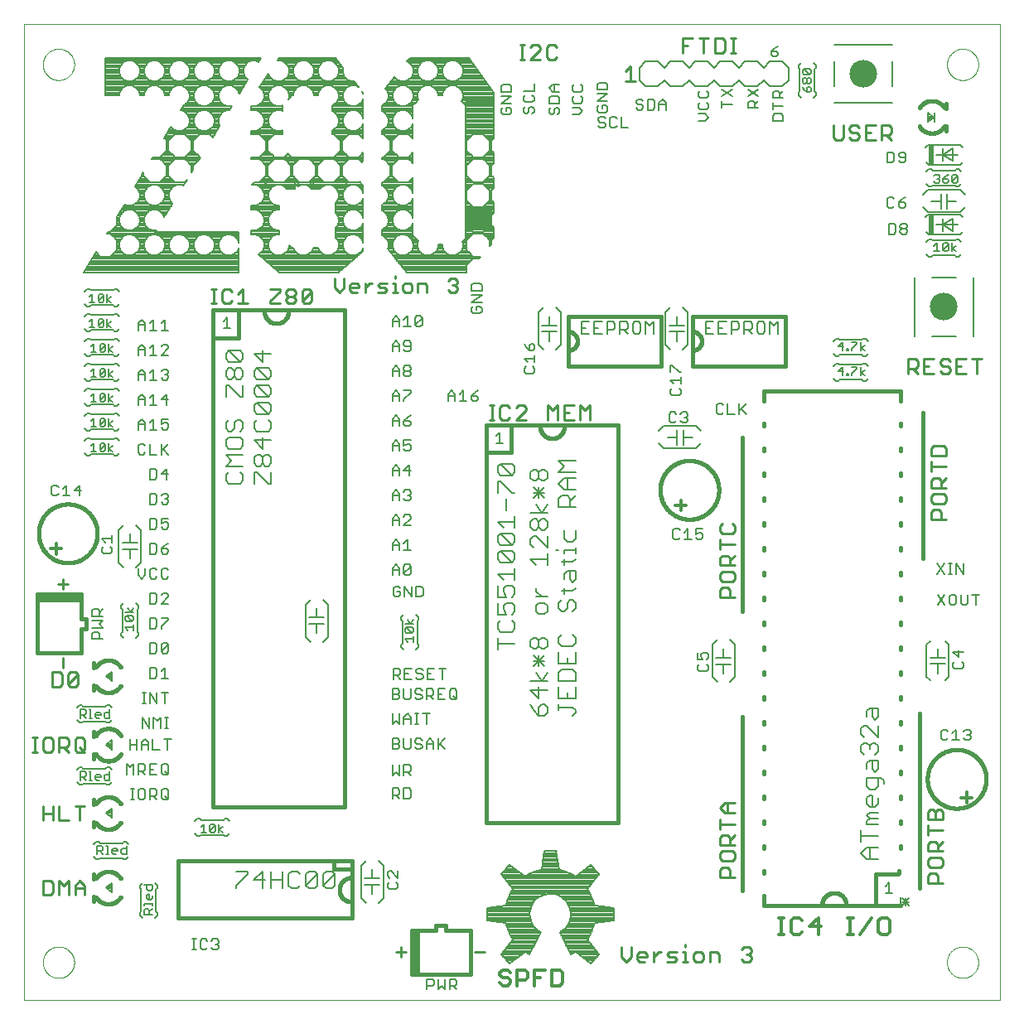
<source format=gto>
G75*
%MOIN*%
%OFA0B0*%
%FSLAX25Y25*%
%IPPOS*%
%LPD*%
%AMOC8*
5,1,8,0,0,1.08239X$1,22.5*
%
%ADD10C,0.00000*%
%ADD11C,0.00800*%
%ADD12C,0.01100*%
%ADD13R,0.02000X0.08000*%
%ADD14C,0.01575*%
%ADD15C,0.00600*%
%ADD16C,0.11135*%
%ADD17C,0.01300*%
%ADD18C,0.00787*%
%ADD19C,0.01200*%
%ADD20C,0.00787*%
%ADD21C,0.01000*%
%ADD22R,0.10625X0.09375*%
%ADD23C,0.00500*%
D10*
X0029879Y0005537D02*
X0029879Y0397988D01*
X0422300Y0397988D01*
X0422300Y0005537D01*
X0029879Y0005537D01*
X0037330Y0020537D02*
X0037332Y0020695D01*
X0037338Y0020853D01*
X0037348Y0021011D01*
X0037362Y0021169D01*
X0037380Y0021326D01*
X0037401Y0021483D01*
X0037427Y0021639D01*
X0037457Y0021795D01*
X0037490Y0021950D01*
X0037528Y0022103D01*
X0037569Y0022256D01*
X0037614Y0022408D01*
X0037663Y0022559D01*
X0037716Y0022708D01*
X0037772Y0022856D01*
X0037832Y0023002D01*
X0037896Y0023147D01*
X0037964Y0023290D01*
X0038035Y0023432D01*
X0038109Y0023572D01*
X0038187Y0023709D01*
X0038269Y0023845D01*
X0038353Y0023979D01*
X0038442Y0024110D01*
X0038533Y0024239D01*
X0038628Y0024366D01*
X0038725Y0024491D01*
X0038826Y0024613D01*
X0038930Y0024732D01*
X0039037Y0024849D01*
X0039147Y0024963D01*
X0039260Y0025074D01*
X0039375Y0025183D01*
X0039493Y0025288D01*
X0039614Y0025390D01*
X0039737Y0025490D01*
X0039863Y0025586D01*
X0039991Y0025679D01*
X0040121Y0025769D01*
X0040254Y0025855D01*
X0040389Y0025939D01*
X0040525Y0026018D01*
X0040664Y0026095D01*
X0040805Y0026167D01*
X0040947Y0026237D01*
X0041091Y0026302D01*
X0041237Y0026364D01*
X0041384Y0026422D01*
X0041533Y0026477D01*
X0041683Y0026528D01*
X0041834Y0026575D01*
X0041986Y0026618D01*
X0042139Y0026657D01*
X0042294Y0026693D01*
X0042449Y0026724D01*
X0042605Y0026752D01*
X0042761Y0026776D01*
X0042918Y0026796D01*
X0043076Y0026812D01*
X0043233Y0026824D01*
X0043392Y0026832D01*
X0043550Y0026836D01*
X0043708Y0026836D01*
X0043866Y0026832D01*
X0044025Y0026824D01*
X0044182Y0026812D01*
X0044340Y0026796D01*
X0044497Y0026776D01*
X0044653Y0026752D01*
X0044809Y0026724D01*
X0044964Y0026693D01*
X0045119Y0026657D01*
X0045272Y0026618D01*
X0045424Y0026575D01*
X0045575Y0026528D01*
X0045725Y0026477D01*
X0045874Y0026422D01*
X0046021Y0026364D01*
X0046167Y0026302D01*
X0046311Y0026237D01*
X0046453Y0026167D01*
X0046594Y0026095D01*
X0046733Y0026018D01*
X0046869Y0025939D01*
X0047004Y0025855D01*
X0047137Y0025769D01*
X0047267Y0025679D01*
X0047395Y0025586D01*
X0047521Y0025490D01*
X0047644Y0025390D01*
X0047765Y0025288D01*
X0047883Y0025183D01*
X0047998Y0025074D01*
X0048111Y0024963D01*
X0048221Y0024849D01*
X0048328Y0024732D01*
X0048432Y0024613D01*
X0048533Y0024491D01*
X0048630Y0024366D01*
X0048725Y0024239D01*
X0048816Y0024110D01*
X0048905Y0023979D01*
X0048989Y0023845D01*
X0049071Y0023709D01*
X0049149Y0023572D01*
X0049223Y0023432D01*
X0049294Y0023290D01*
X0049362Y0023147D01*
X0049426Y0023002D01*
X0049486Y0022856D01*
X0049542Y0022708D01*
X0049595Y0022559D01*
X0049644Y0022408D01*
X0049689Y0022256D01*
X0049730Y0022103D01*
X0049768Y0021950D01*
X0049801Y0021795D01*
X0049831Y0021639D01*
X0049857Y0021483D01*
X0049878Y0021326D01*
X0049896Y0021169D01*
X0049910Y0021011D01*
X0049920Y0020853D01*
X0049926Y0020695D01*
X0049928Y0020537D01*
X0049926Y0020379D01*
X0049920Y0020221D01*
X0049910Y0020063D01*
X0049896Y0019905D01*
X0049878Y0019748D01*
X0049857Y0019591D01*
X0049831Y0019435D01*
X0049801Y0019279D01*
X0049768Y0019124D01*
X0049730Y0018971D01*
X0049689Y0018818D01*
X0049644Y0018666D01*
X0049595Y0018515D01*
X0049542Y0018366D01*
X0049486Y0018218D01*
X0049426Y0018072D01*
X0049362Y0017927D01*
X0049294Y0017784D01*
X0049223Y0017642D01*
X0049149Y0017502D01*
X0049071Y0017365D01*
X0048989Y0017229D01*
X0048905Y0017095D01*
X0048816Y0016964D01*
X0048725Y0016835D01*
X0048630Y0016708D01*
X0048533Y0016583D01*
X0048432Y0016461D01*
X0048328Y0016342D01*
X0048221Y0016225D01*
X0048111Y0016111D01*
X0047998Y0016000D01*
X0047883Y0015891D01*
X0047765Y0015786D01*
X0047644Y0015684D01*
X0047521Y0015584D01*
X0047395Y0015488D01*
X0047267Y0015395D01*
X0047137Y0015305D01*
X0047004Y0015219D01*
X0046869Y0015135D01*
X0046733Y0015056D01*
X0046594Y0014979D01*
X0046453Y0014907D01*
X0046311Y0014837D01*
X0046167Y0014772D01*
X0046021Y0014710D01*
X0045874Y0014652D01*
X0045725Y0014597D01*
X0045575Y0014546D01*
X0045424Y0014499D01*
X0045272Y0014456D01*
X0045119Y0014417D01*
X0044964Y0014381D01*
X0044809Y0014350D01*
X0044653Y0014322D01*
X0044497Y0014298D01*
X0044340Y0014278D01*
X0044182Y0014262D01*
X0044025Y0014250D01*
X0043866Y0014242D01*
X0043708Y0014238D01*
X0043550Y0014238D01*
X0043392Y0014242D01*
X0043233Y0014250D01*
X0043076Y0014262D01*
X0042918Y0014278D01*
X0042761Y0014298D01*
X0042605Y0014322D01*
X0042449Y0014350D01*
X0042294Y0014381D01*
X0042139Y0014417D01*
X0041986Y0014456D01*
X0041834Y0014499D01*
X0041683Y0014546D01*
X0041533Y0014597D01*
X0041384Y0014652D01*
X0041237Y0014710D01*
X0041091Y0014772D01*
X0040947Y0014837D01*
X0040805Y0014907D01*
X0040664Y0014979D01*
X0040525Y0015056D01*
X0040389Y0015135D01*
X0040254Y0015219D01*
X0040121Y0015305D01*
X0039991Y0015395D01*
X0039863Y0015488D01*
X0039737Y0015584D01*
X0039614Y0015684D01*
X0039493Y0015786D01*
X0039375Y0015891D01*
X0039260Y0016000D01*
X0039147Y0016111D01*
X0039037Y0016225D01*
X0038930Y0016342D01*
X0038826Y0016461D01*
X0038725Y0016583D01*
X0038628Y0016708D01*
X0038533Y0016835D01*
X0038442Y0016964D01*
X0038353Y0017095D01*
X0038269Y0017229D01*
X0038187Y0017365D01*
X0038109Y0017502D01*
X0038035Y0017642D01*
X0037964Y0017784D01*
X0037896Y0017927D01*
X0037832Y0018072D01*
X0037772Y0018218D01*
X0037716Y0018366D01*
X0037663Y0018515D01*
X0037614Y0018666D01*
X0037569Y0018818D01*
X0037528Y0018971D01*
X0037490Y0019124D01*
X0037457Y0019279D01*
X0037427Y0019435D01*
X0037401Y0019591D01*
X0037380Y0019748D01*
X0037362Y0019905D01*
X0037348Y0020063D01*
X0037338Y0020221D01*
X0037332Y0020379D01*
X0037330Y0020537D01*
X0401080Y0020537D02*
X0401082Y0020695D01*
X0401088Y0020853D01*
X0401098Y0021011D01*
X0401112Y0021169D01*
X0401130Y0021326D01*
X0401151Y0021483D01*
X0401177Y0021639D01*
X0401207Y0021795D01*
X0401240Y0021950D01*
X0401278Y0022103D01*
X0401319Y0022256D01*
X0401364Y0022408D01*
X0401413Y0022559D01*
X0401466Y0022708D01*
X0401522Y0022856D01*
X0401582Y0023002D01*
X0401646Y0023147D01*
X0401714Y0023290D01*
X0401785Y0023432D01*
X0401859Y0023572D01*
X0401937Y0023709D01*
X0402019Y0023845D01*
X0402103Y0023979D01*
X0402192Y0024110D01*
X0402283Y0024239D01*
X0402378Y0024366D01*
X0402475Y0024491D01*
X0402576Y0024613D01*
X0402680Y0024732D01*
X0402787Y0024849D01*
X0402897Y0024963D01*
X0403010Y0025074D01*
X0403125Y0025183D01*
X0403243Y0025288D01*
X0403364Y0025390D01*
X0403487Y0025490D01*
X0403613Y0025586D01*
X0403741Y0025679D01*
X0403871Y0025769D01*
X0404004Y0025855D01*
X0404139Y0025939D01*
X0404275Y0026018D01*
X0404414Y0026095D01*
X0404555Y0026167D01*
X0404697Y0026237D01*
X0404841Y0026302D01*
X0404987Y0026364D01*
X0405134Y0026422D01*
X0405283Y0026477D01*
X0405433Y0026528D01*
X0405584Y0026575D01*
X0405736Y0026618D01*
X0405889Y0026657D01*
X0406044Y0026693D01*
X0406199Y0026724D01*
X0406355Y0026752D01*
X0406511Y0026776D01*
X0406668Y0026796D01*
X0406826Y0026812D01*
X0406983Y0026824D01*
X0407142Y0026832D01*
X0407300Y0026836D01*
X0407458Y0026836D01*
X0407616Y0026832D01*
X0407775Y0026824D01*
X0407932Y0026812D01*
X0408090Y0026796D01*
X0408247Y0026776D01*
X0408403Y0026752D01*
X0408559Y0026724D01*
X0408714Y0026693D01*
X0408869Y0026657D01*
X0409022Y0026618D01*
X0409174Y0026575D01*
X0409325Y0026528D01*
X0409475Y0026477D01*
X0409624Y0026422D01*
X0409771Y0026364D01*
X0409917Y0026302D01*
X0410061Y0026237D01*
X0410203Y0026167D01*
X0410344Y0026095D01*
X0410483Y0026018D01*
X0410619Y0025939D01*
X0410754Y0025855D01*
X0410887Y0025769D01*
X0411017Y0025679D01*
X0411145Y0025586D01*
X0411271Y0025490D01*
X0411394Y0025390D01*
X0411515Y0025288D01*
X0411633Y0025183D01*
X0411748Y0025074D01*
X0411861Y0024963D01*
X0411971Y0024849D01*
X0412078Y0024732D01*
X0412182Y0024613D01*
X0412283Y0024491D01*
X0412380Y0024366D01*
X0412475Y0024239D01*
X0412566Y0024110D01*
X0412655Y0023979D01*
X0412739Y0023845D01*
X0412821Y0023709D01*
X0412899Y0023572D01*
X0412973Y0023432D01*
X0413044Y0023290D01*
X0413112Y0023147D01*
X0413176Y0023002D01*
X0413236Y0022856D01*
X0413292Y0022708D01*
X0413345Y0022559D01*
X0413394Y0022408D01*
X0413439Y0022256D01*
X0413480Y0022103D01*
X0413518Y0021950D01*
X0413551Y0021795D01*
X0413581Y0021639D01*
X0413607Y0021483D01*
X0413628Y0021326D01*
X0413646Y0021169D01*
X0413660Y0021011D01*
X0413670Y0020853D01*
X0413676Y0020695D01*
X0413678Y0020537D01*
X0413676Y0020379D01*
X0413670Y0020221D01*
X0413660Y0020063D01*
X0413646Y0019905D01*
X0413628Y0019748D01*
X0413607Y0019591D01*
X0413581Y0019435D01*
X0413551Y0019279D01*
X0413518Y0019124D01*
X0413480Y0018971D01*
X0413439Y0018818D01*
X0413394Y0018666D01*
X0413345Y0018515D01*
X0413292Y0018366D01*
X0413236Y0018218D01*
X0413176Y0018072D01*
X0413112Y0017927D01*
X0413044Y0017784D01*
X0412973Y0017642D01*
X0412899Y0017502D01*
X0412821Y0017365D01*
X0412739Y0017229D01*
X0412655Y0017095D01*
X0412566Y0016964D01*
X0412475Y0016835D01*
X0412380Y0016708D01*
X0412283Y0016583D01*
X0412182Y0016461D01*
X0412078Y0016342D01*
X0411971Y0016225D01*
X0411861Y0016111D01*
X0411748Y0016000D01*
X0411633Y0015891D01*
X0411515Y0015786D01*
X0411394Y0015684D01*
X0411271Y0015584D01*
X0411145Y0015488D01*
X0411017Y0015395D01*
X0410887Y0015305D01*
X0410754Y0015219D01*
X0410619Y0015135D01*
X0410483Y0015056D01*
X0410344Y0014979D01*
X0410203Y0014907D01*
X0410061Y0014837D01*
X0409917Y0014772D01*
X0409771Y0014710D01*
X0409624Y0014652D01*
X0409475Y0014597D01*
X0409325Y0014546D01*
X0409174Y0014499D01*
X0409022Y0014456D01*
X0408869Y0014417D01*
X0408714Y0014381D01*
X0408559Y0014350D01*
X0408403Y0014322D01*
X0408247Y0014298D01*
X0408090Y0014278D01*
X0407932Y0014262D01*
X0407775Y0014250D01*
X0407616Y0014242D01*
X0407458Y0014238D01*
X0407300Y0014238D01*
X0407142Y0014242D01*
X0406983Y0014250D01*
X0406826Y0014262D01*
X0406668Y0014278D01*
X0406511Y0014298D01*
X0406355Y0014322D01*
X0406199Y0014350D01*
X0406044Y0014381D01*
X0405889Y0014417D01*
X0405736Y0014456D01*
X0405584Y0014499D01*
X0405433Y0014546D01*
X0405283Y0014597D01*
X0405134Y0014652D01*
X0404987Y0014710D01*
X0404841Y0014772D01*
X0404697Y0014837D01*
X0404555Y0014907D01*
X0404414Y0014979D01*
X0404275Y0015056D01*
X0404139Y0015135D01*
X0404004Y0015219D01*
X0403871Y0015305D01*
X0403741Y0015395D01*
X0403613Y0015488D01*
X0403487Y0015584D01*
X0403364Y0015684D01*
X0403243Y0015786D01*
X0403125Y0015891D01*
X0403010Y0016000D01*
X0402897Y0016111D01*
X0402787Y0016225D01*
X0402680Y0016342D01*
X0402576Y0016461D01*
X0402475Y0016583D01*
X0402378Y0016708D01*
X0402283Y0016835D01*
X0402192Y0016964D01*
X0402103Y0017095D01*
X0402019Y0017229D01*
X0401937Y0017365D01*
X0401859Y0017502D01*
X0401785Y0017642D01*
X0401714Y0017784D01*
X0401646Y0017927D01*
X0401582Y0018072D01*
X0401522Y0018218D01*
X0401466Y0018366D01*
X0401413Y0018515D01*
X0401364Y0018666D01*
X0401319Y0018818D01*
X0401278Y0018971D01*
X0401240Y0019124D01*
X0401207Y0019279D01*
X0401177Y0019435D01*
X0401151Y0019591D01*
X0401130Y0019748D01*
X0401112Y0019905D01*
X0401098Y0020063D01*
X0401088Y0020221D01*
X0401082Y0020379D01*
X0401080Y0020537D01*
X0401080Y0381787D02*
X0401082Y0381945D01*
X0401088Y0382103D01*
X0401098Y0382261D01*
X0401112Y0382419D01*
X0401130Y0382576D01*
X0401151Y0382733D01*
X0401177Y0382889D01*
X0401207Y0383045D01*
X0401240Y0383200D01*
X0401278Y0383353D01*
X0401319Y0383506D01*
X0401364Y0383658D01*
X0401413Y0383809D01*
X0401466Y0383958D01*
X0401522Y0384106D01*
X0401582Y0384252D01*
X0401646Y0384397D01*
X0401714Y0384540D01*
X0401785Y0384682D01*
X0401859Y0384822D01*
X0401937Y0384959D01*
X0402019Y0385095D01*
X0402103Y0385229D01*
X0402192Y0385360D01*
X0402283Y0385489D01*
X0402378Y0385616D01*
X0402475Y0385741D01*
X0402576Y0385863D01*
X0402680Y0385982D01*
X0402787Y0386099D01*
X0402897Y0386213D01*
X0403010Y0386324D01*
X0403125Y0386433D01*
X0403243Y0386538D01*
X0403364Y0386640D01*
X0403487Y0386740D01*
X0403613Y0386836D01*
X0403741Y0386929D01*
X0403871Y0387019D01*
X0404004Y0387105D01*
X0404139Y0387189D01*
X0404275Y0387268D01*
X0404414Y0387345D01*
X0404555Y0387417D01*
X0404697Y0387487D01*
X0404841Y0387552D01*
X0404987Y0387614D01*
X0405134Y0387672D01*
X0405283Y0387727D01*
X0405433Y0387778D01*
X0405584Y0387825D01*
X0405736Y0387868D01*
X0405889Y0387907D01*
X0406044Y0387943D01*
X0406199Y0387974D01*
X0406355Y0388002D01*
X0406511Y0388026D01*
X0406668Y0388046D01*
X0406826Y0388062D01*
X0406983Y0388074D01*
X0407142Y0388082D01*
X0407300Y0388086D01*
X0407458Y0388086D01*
X0407616Y0388082D01*
X0407775Y0388074D01*
X0407932Y0388062D01*
X0408090Y0388046D01*
X0408247Y0388026D01*
X0408403Y0388002D01*
X0408559Y0387974D01*
X0408714Y0387943D01*
X0408869Y0387907D01*
X0409022Y0387868D01*
X0409174Y0387825D01*
X0409325Y0387778D01*
X0409475Y0387727D01*
X0409624Y0387672D01*
X0409771Y0387614D01*
X0409917Y0387552D01*
X0410061Y0387487D01*
X0410203Y0387417D01*
X0410344Y0387345D01*
X0410483Y0387268D01*
X0410619Y0387189D01*
X0410754Y0387105D01*
X0410887Y0387019D01*
X0411017Y0386929D01*
X0411145Y0386836D01*
X0411271Y0386740D01*
X0411394Y0386640D01*
X0411515Y0386538D01*
X0411633Y0386433D01*
X0411748Y0386324D01*
X0411861Y0386213D01*
X0411971Y0386099D01*
X0412078Y0385982D01*
X0412182Y0385863D01*
X0412283Y0385741D01*
X0412380Y0385616D01*
X0412475Y0385489D01*
X0412566Y0385360D01*
X0412655Y0385229D01*
X0412739Y0385095D01*
X0412821Y0384959D01*
X0412899Y0384822D01*
X0412973Y0384682D01*
X0413044Y0384540D01*
X0413112Y0384397D01*
X0413176Y0384252D01*
X0413236Y0384106D01*
X0413292Y0383958D01*
X0413345Y0383809D01*
X0413394Y0383658D01*
X0413439Y0383506D01*
X0413480Y0383353D01*
X0413518Y0383200D01*
X0413551Y0383045D01*
X0413581Y0382889D01*
X0413607Y0382733D01*
X0413628Y0382576D01*
X0413646Y0382419D01*
X0413660Y0382261D01*
X0413670Y0382103D01*
X0413676Y0381945D01*
X0413678Y0381787D01*
X0413676Y0381629D01*
X0413670Y0381471D01*
X0413660Y0381313D01*
X0413646Y0381155D01*
X0413628Y0380998D01*
X0413607Y0380841D01*
X0413581Y0380685D01*
X0413551Y0380529D01*
X0413518Y0380374D01*
X0413480Y0380221D01*
X0413439Y0380068D01*
X0413394Y0379916D01*
X0413345Y0379765D01*
X0413292Y0379616D01*
X0413236Y0379468D01*
X0413176Y0379322D01*
X0413112Y0379177D01*
X0413044Y0379034D01*
X0412973Y0378892D01*
X0412899Y0378752D01*
X0412821Y0378615D01*
X0412739Y0378479D01*
X0412655Y0378345D01*
X0412566Y0378214D01*
X0412475Y0378085D01*
X0412380Y0377958D01*
X0412283Y0377833D01*
X0412182Y0377711D01*
X0412078Y0377592D01*
X0411971Y0377475D01*
X0411861Y0377361D01*
X0411748Y0377250D01*
X0411633Y0377141D01*
X0411515Y0377036D01*
X0411394Y0376934D01*
X0411271Y0376834D01*
X0411145Y0376738D01*
X0411017Y0376645D01*
X0410887Y0376555D01*
X0410754Y0376469D01*
X0410619Y0376385D01*
X0410483Y0376306D01*
X0410344Y0376229D01*
X0410203Y0376157D01*
X0410061Y0376087D01*
X0409917Y0376022D01*
X0409771Y0375960D01*
X0409624Y0375902D01*
X0409475Y0375847D01*
X0409325Y0375796D01*
X0409174Y0375749D01*
X0409022Y0375706D01*
X0408869Y0375667D01*
X0408714Y0375631D01*
X0408559Y0375600D01*
X0408403Y0375572D01*
X0408247Y0375548D01*
X0408090Y0375528D01*
X0407932Y0375512D01*
X0407775Y0375500D01*
X0407616Y0375492D01*
X0407458Y0375488D01*
X0407300Y0375488D01*
X0407142Y0375492D01*
X0406983Y0375500D01*
X0406826Y0375512D01*
X0406668Y0375528D01*
X0406511Y0375548D01*
X0406355Y0375572D01*
X0406199Y0375600D01*
X0406044Y0375631D01*
X0405889Y0375667D01*
X0405736Y0375706D01*
X0405584Y0375749D01*
X0405433Y0375796D01*
X0405283Y0375847D01*
X0405134Y0375902D01*
X0404987Y0375960D01*
X0404841Y0376022D01*
X0404697Y0376087D01*
X0404555Y0376157D01*
X0404414Y0376229D01*
X0404275Y0376306D01*
X0404139Y0376385D01*
X0404004Y0376469D01*
X0403871Y0376555D01*
X0403741Y0376645D01*
X0403613Y0376738D01*
X0403487Y0376834D01*
X0403364Y0376934D01*
X0403243Y0377036D01*
X0403125Y0377141D01*
X0403010Y0377250D01*
X0402897Y0377361D01*
X0402787Y0377475D01*
X0402680Y0377592D01*
X0402576Y0377711D01*
X0402475Y0377833D01*
X0402378Y0377958D01*
X0402283Y0378085D01*
X0402192Y0378214D01*
X0402103Y0378345D01*
X0402019Y0378479D01*
X0401937Y0378615D01*
X0401859Y0378752D01*
X0401785Y0378892D01*
X0401714Y0379034D01*
X0401646Y0379177D01*
X0401582Y0379322D01*
X0401522Y0379468D01*
X0401466Y0379616D01*
X0401413Y0379765D01*
X0401364Y0379916D01*
X0401319Y0380068D01*
X0401278Y0380221D01*
X0401240Y0380374D01*
X0401207Y0380529D01*
X0401177Y0380685D01*
X0401151Y0380841D01*
X0401130Y0380998D01*
X0401112Y0381155D01*
X0401098Y0381313D01*
X0401088Y0381471D01*
X0401082Y0381629D01*
X0401080Y0381787D01*
X0037330Y0381787D02*
X0037332Y0381945D01*
X0037338Y0382103D01*
X0037348Y0382261D01*
X0037362Y0382419D01*
X0037380Y0382576D01*
X0037401Y0382733D01*
X0037427Y0382889D01*
X0037457Y0383045D01*
X0037490Y0383200D01*
X0037528Y0383353D01*
X0037569Y0383506D01*
X0037614Y0383658D01*
X0037663Y0383809D01*
X0037716Y0383958D01*
X0037772Y0384106D01*
X0037832Y0384252D01*
X0037896Y0384397D01*
X0037964Y0384540D01*
X0038035Y0384682D01*
X0038109Y0384822D01*
X0038187Y0384959D01*
X0038269Y0385095D01*
X0038353Y0385229D01*
X0038442Y0385360D01*
X0038533Y0385489D01*
X0038628Y0385616D01*
X0038725Y0385741D01*
X0038826Y0385863D01*
X0038930Y0385982D01*
X0039037Y0386099D01*
X0039147Y0386213D01*
X0039260Y0386324D01*
X0039375Y0386433D01*
X0039493Y0386538D01*
X0039614Y0386640D01*
X0039737Y0386740D01*
X0039863Y0386836D01*
X0039991Y0386929D01*
X0040121Y0387019D01*
X0040254Y0387105D01*
X0040389Y0387189D01*
X0040525Y0387268D01*
X0040664Y0387345D01*
X0040805Y0387417D01*
X0040947Y0387487D01*
X0041091Y0387552D01*
X0041237Y0387614D01*
X0041384Y0387672D01*
X0041533Y0387727D01*
X0041683Y0387778D01*
X0041834Y0387825D01*
X0041986Y0387868D01*
X0042139Y0387907D01*
X0042294Y0387943D01*
X0042449Y0387974D01*
X0042605Y0388002D01*
X0042761Y0388026D01*
X0042918Y0388046D01*
X0043076Y0388062D01*
X0043233Y0388074D01*
X0043392Y0388082D01*
X0043550Y0388086D01*
X0043708Y0388086D01*
X0043866Y0388082D01*
X0044025Y0388074D01*
X0044182Y0388062D01*
X0044340Y0388046D01*
X0044497Y0388026D01*
X0044653Y0388002D01*
X0044809Y0387974D01*
X0044964Y0387943D01*
X0045119Y0387907D01*
X0045272Y0387868D01*
X0045424Y0387825D01*
X0045575Y0387778D01*
X0045725Y0387727D01*
X0045874Y0387672D01*
X0046021Y0387614D01*
X0046167Y0387552D01*
X0046311Y0387487D01*
X0046453Y0387417D01*
X0046594Y0387345D01*
X0046733Y0387268D01*
X0046869Y0387189D01*
X0047004Y0387105D01*
X0047137Y0387019D01*
X0047267Y0386929D01*
X0047395Y0386836D01*
X0047521Y0386740D01*
X0047644Y0386640D01*
X0047765Y0386538D01*
X0047883Y0386433D01*
X0047998Y0386324D01*
X0048111Y0386213D01*
X0048221Y0386099D01*
X0048328Y0385982D01*
X0048432Y0385863D01*
X0048533Y0385741D01*
X0048630Y0385616D01*
X0048725Y0385489D01*
X0048816Y0385360D01*
X0048905Y0385229D01*
X0048989Y0385095D01*
X0049071Y0384959D01*
X0049149Y0384822D01*
X0049223Y0384682D01*
X0049294Y0384540D01*
X0049362Y0384397D01*
X0049426Y0384252D01*
X0049486Y0384106D01*
X0049542Y0383958D01*
X0049595Y0383809D01*
X0049644Y0383658D01*
X0049689Y0383506D01*
X0049730Y0383353D01*
X0049768Y0383200D01*
X0049801Y0383045D01*
X0049831Y0382889D01*
X0049857Y0382733D01*
X0049878Y0382576D01*
X0049896Y0382419D01*
X0049910Y0382261D01*
X0049920Y0382103D01*
X0049926Y0381945D01*
X0049928Y0381787D01*
X0049926Y0381629D01*
X0049920Y0381471D01*
X0049910Y0381313D01*
X0049896Y0381155D01*
X0049878Y0380998D01*
X0049857Y0380841D01*
X0049831Y0380685D01*
X0049801Y0380529D01*
X0049768Y0380374D01*
X0049730Y0380221D01*
X0049689Y0380068D01*
X0049644Y0379916D01*
X0049595Y0379765D01*
X0049542Y0379616D01*
X0049486Y0379468D01*
X0049426Y0379322D01*
X0049362Y0379177D01*
X0049294Y0379034D01*
X0049223Y0378892D01*
X0049149Y0378752D01*
X0049071Y0378615D01*
X0048989Y0378479D01*
X0048905Y0378345D01*
X0048816Y0378214D01*
X0048725Y0378085D01*
X0048630Y0377958D01*
X0048533Y0377833D01*
X0048432Y0377711D01*
X0048328Y0377592D01*
X0048221Y0377475D01*
X0048111Y0377361D01*
X0047998Y0377250D01*
X0047883Y0377141D01*
X0047765Y0377036D01*
X0047644Y0376934D01*
X0047521Y0376834D01*
X0047395Y0376738D01*
X0047267Y0376645D01*
X0047137Y0376555D01*
X0047004Y0376469D01*
X0046869Y0376385D01*
X0046733Y0376306D01*
X0046594Y0376229D01*
X0046453Y0376157D01*
X0046311Y0376087D01*
X0046167Y0376022D01*
X0046021Y0375960D01*
X0045874Y0375902D01*
X0045725Y0375847D01*
X0045575Y0375796D01*
X0045424Y0375749D01*
X0045272Y0375706D01*
X0045119Y0375667D01*
X0044964Y0375631D01*
X0044809Y0375600D01*
X0044653Y0375572D01*
X0044497Y0375548D01*
X0044340Y0375528D01*
X0044182Y0375512D01*
X0044025Y0375500D01*
X0043866Y0375492D01*
X0043708Y0375488D01*
X0043550Y0375488D01*
X0043392Y0375492D01*
X0043233Y0375500D01*
X0043076Y0375512D01*
X0042918Y0375528D01*
X0042761Y0375548D01*
X0042605Y0375572D01*
X0042449Y0375600D01*
X0042294Y0375631D01*
X0042139Y0375667D01*
X0041986Y0375706D01*
X0041834Y0375749D01*
X0041683Y0375796D01*
X0041533Y0375847D01*
X0041384Y0375902D01*
X0041237Y0375960D01*
X0041091Y0376022D01*
X0040947Y0376087D01*
X0040805Y0376157D01*
X0040664Y0376229D01*
X0040525Y0376306D01*
X0040389Y0376385D01*
X0040254Y0376469D01*
X0040121Y0376555D01*
X0039991Y0376645D01*
X0039863Y0376738D01*
X0039737Y0376834D01*
X0039614Y0376934D01*
X0039493Y0377036D01*
X0039375Y0377141D01*
X0039260Y0377250D01*
X0039147Y0377361D01*
X0039037Y0377475D01*
X0038930Y0377592D01*
X0038826Y0377711D01*
X0038725Y0377833D01*
X0038628Y0377958D01*
X0038533Y0378085D01*
X0038442Y0378214D01*
X0038353Y0378345D01*
X0038269Y0378479D01*
X0038187Y0378615D01*
X0038109Y0378752D01*
X0038035Y0378892D01*
X0037964Y0379034D01*
X0037896Y0379177D01*
X0037832Y0379322D01*
X0037772Y0379468D01*
X0037716Y0379616D01*
X0037663Y0379765D01*
X0037614Y0379916D01*
X0037569Y0380068D01*
X0037528Y0380221D01*
X0037490Y0380374D01*
X0037457Y0380529D01*
X0037427Y0380685D01*
X0037401Y0380841D01*
X0037380Y0380998D01*
X0037362Y0381155D01*
X0037348Y0381313D01*
X0037338Y0381471D01*
X0037332Y0381629D01*
X0037330Y0381787D01*
D11*
X0055129Y0291537D02*
X0056129Y0291537D01*
X0056629Y0291037D01*
X0065629Y0291037D01*
X0066129Y0291537D01*
X0067129Y0291537D01*
X0068129Y0290537D01*
X0068129Y0285537D02*
X0067129Y0284537D01*
X0066129Y0284537D01*
X0065629Y0285037D01*
X0056629Y0285037D01*
X0056129Y0284537D01*
X0055129Y0284537D01*
X0054129Y0285537D01*
X0055129Y0281537D02*
X0056129Y0281537D01*
X0056629Y0281037D01*
X0065629Y0281037D01*
X0066129Y0281537D01*
X0067129Y0281537D01*
X0068129Y0280537D01*
X0068129Y0275537D02*
X0067129Y0274537D01*
X0066129Y0274537D01*
X0065629Y0275037D01*
X0056629Y0275037D01*
X0056129Y0274537D01*
X0055129Y0274537D01*
X0054129Y0275537D01*
X0055129Y0271537D02*
X0056129Y0271537D01*
X0056629Y0271037D01*
X0065629Y0271037D01*
X0066129Y0271537D01*
X0067129Y0271537D01*
X0068129Y0270537D01*
X0068129Y0265537D02*
X0067129Y0264537D01*
X0066129Y0264537D01*
X0065629Y0265037D01*
X0056629Y0265037D01*
X0056129Y0264537D01*
X0055129Y0264537D01*
X0054129Y0265537D01*
X0055129Y0261537D02*
X0056129Y0261537D01*
X0056629Y0261037D01*
X0065629Y0261037D01*
X0066129Y0261537D01*
X0067129Y0261537D01*
X0068129Y0260537D01*
X0068129Y0255537D02*
X0067129Y0254537D01*
X0066129Y0254537D01*
X0065629Y0255037D01*
X0056629Y0255037D01*
X0056129Y0254537D01*
X0055129Y0254537D01*
X0054129Y0255537D01*
X0055129Y0251537D02*
X0056129Y0251537D01*
X0056629Y0251037D01*
X0065629Y0251037D01*
X0066129Y0251537D01*
X0067129Y0251537D01*
X0068129Y0250537D01*
X0068129Y0245537D02*
X0067129Y0244537D01*
X0066129Y0244537D01*
X0065629Y0245037D01*
X0056629Y0245037D01*
X0056129Y0244537D01*
X0055129Y0244537D01*
X0054129Y0245537D01*
X0055129Y0241537D02*
X0056129Y0241537D01*
X0056629Y0241037D01*
X0065629Y0241037D01*
X0066129Y0241537D01*
X0067129Y0241537D01*
X0068129Y0240537D01*
X0075698Y0237670D02*
X0077099Y0239071D01*
X0078500Y0237670D01*
X0078500Y0234868D01*
X0080302Y0234868D02*
X0083104Y0234868D01*
X0081703Y0234868D02*
X0081703Y0239071D01*
X0080302Y0237670D01*
X0078500Y0236970D02*
X0075698Y0236970D01*
X0075698Y0237670D02*
X0075698Y0234868D01*
X0076399Y0229071D02*
X0075698Y0228371D01*
X0075698Y0225568D01*
X0076399Y0224868D01*
X0077800Y0224868D01*
X0078500Y0225568D01*
X0080302Y0224868D02*
X0083104Y0224868D01*
X0084906Y0224868D02*
X0084906Y0229071D01*
X0085607Y0226970D02*
X0087708Y0224868D01*
X0084906Y0226269D02*
X0087708Y0229071D01*
X0087008Y0234868D02*
X0085607Y0234868D01*
X0084906Y0235568D01*
X0084906Y0236970D02*
X0086307Y0237670D01*
X0087008Y0237670D01*
X0087708Y0236970D01*
X0087708Y0235568D01*
X0087008Y0234868D01*
X0084906Y0236970D02*
X0084906Y0239071D01*
X0087708Y0239071D01*
X0087008Y0244868D02*
X0087008Y0249071D01*
X0084906Y0246970D01*
X0087708Y0246970D01*
X0083104Y0244868D02*
X0080302Y0244868D01*
X0081703Y0244868D02*
X0081703Y0249071D01*
X0080302Y0247670D01*
X0078500Y0247670D02*
X0078500Y0244868D01*
X0078500Y0246970D02*
X0075698Y0246970D01*
X0075698Y0247670D02*
X0077099Y0249071D01*
X0078500Y0247670D01*
X0075698Y0247670D02*
X0075698Y0244868D01*
X0075698Y0254868D02*
X0075698Y0257670D01*
X0077099Y0259071D01*
X0078500Y0257670D01*
X0078500Y0254868D01*
X0080302Y0254868D02*
X0083104Y0254868D01*
X0081703Y0254868D02*
X0081703Y0259071D01*
X0080302Y0257670D01*
X0078500Y0256970D02*
X0075698Y0256970D01*
X0075698Y0264868D02*
X0075698Y0267670D01*
X0077099Y0269071D01*
X0078500Y0267670D01*
X0078500Y0264868D01*
X0080302Y0264868D02*
X0083104Y0264868D01*
X0081703Y0264868D02*
X0081703Y0269071D01*
X0080302Y0267670D01*
X0078500Y0266970D02*
X0075698Y0266970D01*
X0075698Y0274868D02*
X0075698Y0277670D01*
X0077099Y0279071D01*
X0078500Y0277670D01*
X0078500Y0274868D01*
X0080302Y0274868D02*
X0083104Y0274868D01*
X0081703Y0274868D02*
X0081703Y0279071D01*
X0080302Y0277670D01*
X0078500Y0276970D02*
X0075698Y0276970D01*
X0084906Y0277670D02*
X0086307Y0279071D01*
X0086307Y0274868D01*
X0084906Y0274868D02*
X0087708Y0274868D01*
X0087008Y0269071D02*
X0085607Y0269071D01*
X0084906Y0268371D01*
X0087008Y0269071D02*
X0087708Y0268371D01*
X0087708Y0267670D01*
X0084906Y0264868D01*
X0087708Y0264868D01*
X0087008Y0259071D02*
X0085607Y0259071D01*
X0084906Y0258371D01*
X0086307Y0256970D02*
X0087008Y0256970D01*
X0087708Y0256269D01*
X0087708Y0255568D01*
X0087008Y0254868D01*
X0085607Y0254868D01*
X0084906Y0255568D01*
X0087008Y0256970D02*
X0087708Y0257670D01*
X0087708Y0258371D01*
X0087008Y0259071D01*
X0110925Y0258553D02*
X0110925Y0256285D01*
X0112059Y0255151D01*
X0113193Y0255151D01*
X0114327Y0256285D01*
X0114327Y0258553D01*
X0115462Y0259688D01*
X0116596Y0259688D01*
X0117730Y0258553D01*
X0117730Y0256285D01*
X0116596Y0255151D01*
X0115462Y0255151D01*
X0114327Y0256285D01*
X0114327Y0258553D02*
X0113193Y0259688D01*
X0112059Y0259688D01*
X0110925Y0258553D01*
X0112059Y0262149D02*
X0110925Y0263283D01*
X0110925Y0265551D01*
X0112059Y0266686D01*
X0116596Y0262149D01*
X0117730Y0263283D01*
X0117730Y0265551D01*
X0116596Y0266686D01*
X0112059Y0266686D01*
X0112059Y0262149D02*
X0116596Y0262149D01*
X0122325Y0265551D02*
X0125727Y0262149D01*
X0125727Y0266686D01*
X0122325Y0265551D02*
X0129130Y0265551D01*
X0127996Y0259688D02*
X0123459Y0259688D01*
X0127996Y0255151D01*
X0129130Y0256285D01*
X0129130Y0258553D01*
X0127996Y0259688D01*
X0123459Y0259688D02*
X0122325Y0258553D01*
X0122325Y0256285D01*
X0123459Y0255151D01*
X0127996Y0255151D01*
X0127996Y0252690D02*
X0129130Y0251556D01*
X0129130Y0249287D01*
X0127996Y0248153D01*
X0123459Y0252690D01*
X0127996Y0252690D01*
X0123459Y0252690D02*
X0122325Y0251556D01*
X0122325Y0249287D01*
X0123459Y0248153D01*
X0127996Y0248153D01*
X0127996Y0245692D02*
X0129130Y0244558D01*
X0129130Y0242289D01*
X0127996Y0241155D01*
X0123459Y0245692D01*
X0127996Y0245692D01*
X0123459Y0245692D02*
X0122325Y0244558D01*
X0122325Y0242289D01*
X0123459Y0241155D01*
X0127996Y0241155D01*
X0127996Y0238694D02*
X0129130Y0237560D01*
X0129130Y0235291D01*
X0127996Y0234157D01*
X0123459Y0234157D01*
X0122325Y0235291D01*
X0122325Y0237560D01*
X0123459Y0238694D01*
X0117730Y0237560D02*
X0117730Y0235291D01*
X0116596Y0234157D01*
X0116596Y0231696D02*
X0112059Y0231696D01*
X0110925Y0230562D01*
X0110925Y0228293D01*
X0112059Y0227159D01*
X0116596Y0227159D01*
X0117730Y0228293D01*
X0117730Y0230562D01*
X0116596Y0231696D01*
X0113193Y0234157D02*
X0114327Y0235291D01*
X0114327Y0237560D01*
X0115462Y0238694D01*
X0116596Y0238694D01*
X0117730Y0237560D01*
X0113193Y0234157D02*
X0112059Y0234157D01*
X0110925Y0235291D01*
X0110925Y0237560D01*
X0112059Y0238694D01*
X0110925Y0248153D02*
X0110925Y0252690D01*
X0112059Y0252690D01*
X0116596Y0248153D01*
X0117730Y0248153D01*
X0117730Y0252690D01*
X0125727Y0231696D02*
X0125727Y0227159D01*
X0122325Y0230562D01*
X0129130Y0230562D01*
X0127996Y0224698D02*
X0129130Y0223564D01*
X0129130Y0221295D01*
X0127996Y0220161D01*
X0126862Y0220161D01*
X0125727Y0221295D01*
X0125727Y0223564D01*
X0126862Y0224698D01*
X0127996Y0224698D01*
X0125727Y0223564D02*
X0124593Y0224698D01*
X0123459Y0224698D01*
X0122325Y0223564D01*
X0122325Y0221295D01*
X0123459Y0220161D01*
X0124593Y0220161D01*
X0125727Y0221295D01*
X0123459Y0217700D02*
X0127996Y0213163D01*
X0129130Y0213163D01*
X0129130Y0217700D01*
X0123459Y0217700D02*
X0122325Y0217700D01*
X0122325Y0213163D01*
X0117730Y0214297D02*
X0117730Y0216566D01*
X0116596Y0217700D01*
X0117730Y0220161D02*
X0110925Y0220161D01*
X0113193Y0222429D01*
X0110925Y0224698D01*
X0117730Y0224698D01*
X0112059Y0217700D02*
X0110925Y0216566D01*
X0110925Y0214297D01*
X0112059Y0213163D01*
X0116596Y0213163D01*
X0117730Y0214297D01*
X0087708Y0216970D02*
X0084906Y0216970D01*
X0087008Y0219071D01*
X0087008Y0214868D01*
X0083104Y0215568D02*
X0083104Y0218371D01*
X0082404Y0219071D01*
X0080302Y0219071D01*
X0080302Y0214868D01*
X0082404Y0214868D01*
X0083104Y0215568D01*
X0082404Y0209071D02*
X0080302Y0209071D01*
X0080302Y0204868D01*
X0082404Y0204868D01*
X0083104Y0205568D01*
X0083104Y0208371D01*
X0082404Y0209071D01*
X0084906Y0208371D02*
X0085607Y0209071D01*
X0087008Y0209071D01*
X0087708Y0208371D01*
X0087708Y0207670D01*
X0087008Y0206970D01*
X0087708Y0206269D01*
X0087708Y0205568D01*
X0087008Y0204868D01*
X0085607Y0204868D01*
X0084906Y0205568D01*
X0086307Y0206970D02*
X0087008Y0206970D01*
X0087708Y0199071D02*
X0084906Y0199071D01*
X0084906Y0196970D01*
X0086307Y0197670D01*
X0087008Y0197670D01*
X0087708Y0196970D01*
X0087708Y0195568D01*
X0087008Y0194868D01*
X0085607Y0194868D01*
X0084906Y0195568D01*
X0083104Y0195568D02*
X0083104Y0198371D01*
X0082404Y0199071D01*
X0080302Y0199071D01*
X0080302Y0194868D01*
X0082404Y0194868D01*
X0083104Y0195568D01*
X0076879Y0194537D02*
X0074879Y0196537D01*
X0076879Y0194537D02*
X0076879Y0181537D01*
X0074879Y0179537D01*
X0075698Y0179071D02*
X0075698Y0176269D01*
X0077099Y0174868D01*
X0078500Y0176269D01*
X0078500Y0179071D01*
X0080302Y0178371D02*
X0080302Y0175568D01*
X0081003Y0174868D01*
X0082404Y0174868D01*
X0083104Y0175568D01*
X0084906Y0175568D02*
X0085607Y0174868D01*
X0087008Y0174868D01*
X0087708Y0175568D01*
X0084906Y0175568D02*
X0084906Y0178371D01*
X0085607Y0179071D01*
X0087008Y0179071D01*
X0087708Y0178371D01*
X0083104Y0178371D02*
X0082404Y0179071D01*
X0081003Y0179071D01*
X0080302Y0178371D01*
X0080302Y0184868D02*
X0082404Y0184868D01*
X0083104Y0185568D01*
X0083104Y0188371D01*
X0082404Y0189071D01*
X0080302Y0189071D01*
X0080302Y0184868D01*
X0084906Y0185568D02*
X0084906Y0186970D01*
X0087008Y0186970D01*
X0087708Y0186269D01*
X0087708Y0185568D01*
X0087008Y0184868D01*
X0085607Y0184868D01*
X0084906Y0185568D01*
X0084906Y0186970D02*
X0086307Y0188371D01*
X0087708Y0189071D01*
X0075379Y0189337D02*
X0072379Y0189337D01*
X0072379Y0193037D01*
X0072379Y0189337D02*
X0069379Y0189337D01*
X0069379Y0186837D02*
X0072379Y0186837D01*
X0072379Y0183037D01*
X0072379Y0186837D02*
X0075379Y0186837D01*
X0065229Y0187039D02*
X0065229Y0185638D01*
X0064528Y0184937D01*
X0061726Y0184937D01*
X0061025Y0185638D01*
X0061025Y0187039D01*
X0061726Y0187740D01*
X0062426Y0189541D02*
X0061025Y0190943D01*
X0065229Y0190943D01*
X0065229Y0192344D02*
X0065229Y0189541D01*
X0064528Y0187740D02*
X0065229Y0187039D01*
X0067879Y0181537D02*
X0067879Y0194537D01*
X0069879Y0196537D01*
X0052089Y0208250D02*
X0052089Y0212454D01*
X0049987Y0210352D01*
X0052790Y0210352D01*
X0048186Y0208250D02*
X0045384Y0208250D01*
X0046785Y0208250D02*
X0046785Y0212454D01*
X0045384Y0211053D01*
X0043582Y0211753D02*
X0042881Y0212454D01*
X0041480Y0212454D01*
X0040780Y0211753D01*
X0040780Y0208951D01*
X0041480Y0208250D01*
X0042881Y0208250D01*
X0043582Y0208951D01*
X0055129Y0224537D02*
X0056129Y0224537D01*
X0056629Y0225037D01*
X0065629Y0225037D01*
X0066129Y0224537D01*
X0067129Y0224537D01*
X0068129Y0225537D01*
X0068129Y0230537D02*
X0067129Y0231537D01*
X0066129Y0231537D01*
X0065629Y0231037D01*
X0056629Y0231037D01*
X0056129Y0231537D01*
X0055129Y0231537D01*
X0054129Y0230537D01*
X0055129Y0234537D02*
X0056129Y0234537D01*
X0056629Y0235037D01*
X0065629Y0235037D01*
X0066129Y0234537D01*
X0067129Y0234537D01*
X0068129Y0235537D01*
X0076399Y0229071D02*
X0077800Y0229071D01*
X0078500Y0228371D01*
X0080302Y0229071D02*
X0080302Y0224868D01*
X0055129Y0224537D02*
X0054129Y0225537D01*
X0055129Y0234537D02*
X0054129Y0235537D01*
X0054129Y0240537D02*
X0055129Y0241537D01*
X0054129Y0250537D02*
X0055129Y0251537D01*
X0054129Y0260537D02*
X0055129Y0261537D01*
X0054129Y0270537D02*
X0055129Y0271537D01*
X0054129Y0280537D02*
X0055129Y0281537D01*
X0054129Y0290537D02*
X0055129Y0291537D01*
X0109966Y0278490D02*
X0111367Y0279891D01*
X0111367Y0275687D01*
X0109966Y0275687D02*
X0112769Y0275687D01*
X0177923Y0276382D02*
X0177923Y0279184D01*
X0179324Y0280586D01*
X0180725Y0279184D01*
X0180725Y0276382D01*
X0182527Y0276382D02*
X0185329Y0276382D01*
X0183928Y0276382D02*
X0183928Y0280586D01*
X0182527Y0279184D01*
X0180725Y0278484D02*
X0177923Y0278484D01*
X0179324Y0270586D02*
X0177923Y0269184D01*
X0177923Y0266382D01*
X0177923Y0268484D02*
X0180725Y0268484D01*
X0180725Y0269184D02*
X0180725Y0266382D01*
X0182527Y0267083D02*
X0183227Y0266382D01*
X0184628Y0266382D01*
X0185329Y0267083D01*
X0185329Y0269885D01*
X0184628Y0270586D01*
X0183227Y0270586D01*
X0182527Y0269885D01*
X0182527Y0269184D01*
X0183227Y0268484D01*
X0185329Y0268484D01*
X0180725Y0269184D02*
X0179324Y0270586D01*
X0187131Y0277083D02*
X0189933Y0279885D01*
X0189933Y0277083D01*
X0189232Y0276382D01*
X0187831Y0276382D01*
X0187131Y0277083D01*
X0187131Y0279885D01*
X0187831Y0280586D01*
X0189232Y0280586D01*
X0189933Y0279885D01*
X0209712Y0282319D02*
X0210413Y0281619D01*
X0213215Y0281619D01*
X0213916Y0282319D01*
X0213916Y0283721D01*
X0213215Y0284421D01*
X0211814Y0284421D01*
X0211814Y0283020D01*
X0210413Y0284421D02*
X0209712Y0283721D01*
X0209712Y0282319D01*
X0209712Y0286223D02*
X0213916Y0289025D01*
X0209712Y0289025D01*
X0209712Y0290827D02*
X0209712Y0292928D01*
X0210413Y0293629D01*
X0213215Y0293629D01*
X0213916Y0292928D01*
X0213916Y0290827D01*
X0209712Y0290827D01*
X0209712Y0286223D02*
X0213916Y0286223D01*
X0236629Y0282037D02*
X0236629Y0269037D01*
X0238629Y0267037D01*
X0235229Y0267346D02*
X0235229Y0268747D01*
X0234528Y0269448D01*
X0233828Y0269448D01*
X0233127Y0268747D01*
X0233127Y0266645D01*
X0234528Y0266645D01*
X0235229Y0267346D01*
X0233127Y0266645D02*
X0231726Y0268046D01*
X0231025Y0269448D01*
X0235229Y0264844D02*
X0235229Y0262041D01*
X0235229Y0263443D02*
X0231025Y0263443D01*
X0232426Y0262041D01*
X0231726Y0260240D02*
X0231025Y0259539D01*
X0231025Y0258138D01*
X0231726Y0257437D01*
X0234528Y0257437D01*
X0235229Y0258138D01*
X0235229Y0259539D01*
X0234528Y0260240D01*
X0243629Y0267037D02*
X0245629Y0269037D01*
X0245629Y0282037D01*
X0243629Y0284037D01*
X0241129Y0280537D02*
X0241129Y0276837D01*
X0244129Y0276837D01*
X0244129Y0274337D02*
X0241129Y0274337D01*
X0241129Y0270537D01*
X0241129Y0274337D02*
X0238129Y0274337D01*
X0238129Y0276837D02*
X0241129Y0276837D01*
X0236629Y0282037D02*
X0238629Y0284037D01*
X0254029Y0278241D02*
X0254029Y0273437D01*
X0257232Y0273437D01*
X0259185Y0273437D02*
X0262388Y0273437D01*
X0264342Y0273437D02*
X0264342Y0278241D01*
X0266744Y0278241D01*
X0267544Y0277441D01*
X0267544Y0275839D01*
X0266744Y0275039D01*
X0264342Y0275039D01*
X0260787Y0275839D02*
X0259185Y0275839D01*
X0259185Y0278241D02*
X0259185Y0273437D01*
X0255630Y0275839D02*
X0254029Y0275839D01*
X0254029Y0278241D02*
X0257232Y0278241D01*
X0259185Y0278241D02*
X0262388Y0278241D01*
X0269498Y0278241D02*
X0269498Y0273437D01*
X0269498Y0275039D02*
X0271900Y0275039D01*
X0272701Y0275839D01*
X0272701Y0277441D01*
X0271900Y0278241D01*
X0269498Y0278241D01*
X0271099Y0275039D02*
X0272701Y0273437D01*
X0274654Y0274238D02*
X0275455Y0273437D01*
X0277056Y0273437D01*
X0277857Y0274238D01*
X0277857Y0277441D01*
X0277056Y0278241D01*
X0275455Y0278241D01*
X0274654Y0277441D01*
X0274654Y0274238D01*
X0279811Y0273437D02*
X0279811Y0278241D01*
X0281412Y0276640D01*
X0283014Y0278241D01*
X0283014Y0273437D01*
X0289379Y0274337D02*
X0292379Y0274337D01*
X0292379Y0270537D01*
X0292379Y0274337D02*
X0295379Y0274337D01*
X0295379Y0276837D02*
X0292379Y0276837D01*
X0292379Y0280537D01*
X0292379Y0276837D02*
X0289379Y0276837D01*
X0287879Y0282037D02*
X0287879Y0269037D01*
X0289879Y0267037D01*
X0294879Y0267037D02*
X0296879Y0269037D01*
X0296879Y0282037D01*
X0294879Y0284037D01*
X0289879Y0284037D02*
X0287879Y0282037D01*
X0304029Y0278241D02*
X0304029Y0273437D01*
X0307232Y0273437D01*
X0309185Y0273437D02*
X0309185Y0278241D01*
X0312388Y0278241D01*
X0314342Y0278241D02*
X0314342Y0273437D01*
X0314342Y0275039D02*
X0316744Y0275039D01*
X0317544Y0275839D01*
X0317544Y0277441D01*
X0316744Y0278241D01*
X0314342Y0278241D01*
X0310787Y0275839D02*
X0309185Y0275839D01*
X0309185Y0273437D02*
X0312388Y0273437D01*
X0307232Y0278241D02*
X0304029Y0278241D01*
X0304029Y0275839D02*
X0305630Y0275839D01*
X0319498Y0275039D02*
X0321900Y0275039D01*
X0322701Y0275839D01*
X0322701Y0277441D01*
X0321900Y0278241D01*
X0319498Y0278241D01*
X0319498Y0273437D01*
X0321099Y0275039D02*
X0322701Y0273437D01*
X0324654Y0274238D02*
X0324654Y0277441D01*
X0325455Y0278241D01*
X0327056Y0278241D01*
X0327857Y0277441D01*
X0327857Y0274238D01*
X0327056Y0273437D01*
X0325455Y0273437D01*
X0324654Y0274238D01*
X0329811Y0273437D02*
X0329811Y0278241D01*
X0331412Y0276640D01*
X0333014Y0278241D01*
X0333014Y0273437D01*
X0355379Y0270537D02*
X0356379Y0271537D01*
X0357379Y0271537D01*
X0357879Y0271037D01*
X0366879Y0271037D01*
X0367379Y0271537D01*
X0368379Y0271537D01*
X0369379Y0270537D01*
X0369379Y0265537D02*
X0368379Y0264537D01*
X0367379Y0264537D01*
X0366879Y0265037D01*
X0357879Y0265037D01*
X0357379Y0264537D01*
X0356379Y0264537D01*
X0355379Y0265537D01*
X0356379Y0261537D02*
X0357379Y0261537D01*
X0357879Y0261037D01*
X0366879Y0261037D01*
X0367379Y0261537D01*
X0368379Y0261537D01*
X0369379Y0260537D01*
X0369379Y0255537D02*
X0368379Y0254537D01*
X0367379Y0254537D01*
X0366879Y0255037D01*
X0357879Y0255037D01*
X0357379Y0254537D01*
X0356379Y0254537D01*
X0355379Y0255537D01*
X0355379Y0260537D02*
X0356379Y0261537D01*
X0388068Y0272476D02*
X0388068Y0296098D01*
X0394958Y0296098D02*
X0404800Y0296098D01*
X0411690Y0296098D02*
X0411690Y0272476D01*
X0404800Y0272476D02*
X0394958Y0272476D01*
X0394879Y0304537D02*
X0393879Y0304537D01*
X0392879Y0305537D01*
X0394879Y0304537D02*
X0395379Y0305037D01*
X0404379Y0305037D01*
X0404879Y0304537D01*
X0405879Y0304537D01*
X0406879Y0305537D01*
X0406879Y0310537D02*
X0405879Y0311537D01*
X0404879Y0311537D01*
X0404379Y0311037D01*
X0395379Y0311037D01*
X0394879Y0311537D01*
X0393879Y0311537D01*
X0392879Y0310537D01*
X0393617Y0313301D02*
X0406233Y0313301D01*
X0407233Y0314301D01*
X0405325Y0317301D02*
X0399325Y0317301D01*
X0399325Y0314801D01*
X0399325Y0317301D02*
X0399325Y0319801D01*
X0399325Y0317301D02*
X0403325Y0319801D01*
X0403325Y0314801D01*
X0399325Y0317301D01*
X0396825Y0317301D01*
X0393617Y0313301D02*
X0392617Y0314301D01*
X0385031Y0314249D02*
X0385031Y0314950D01*
X0384331Y0315650D01*
X0382930Y0315650D01*
X0382229Y0316351D01*
X0382229Y0317051D01*
X0382930Y0317752D01*
X0384331Y0317752D01*
X0385031Y0317051D01*
X0385031Y0316351D01*
X0384331Y0315650D01*
X0382930Y0315650D02*
X0382229Y0314950D01*
X0382229Y0314249D01*
X0382930Y0313548D01*
X0384331Y0313548D01*
X0385031Y0314249D01*
X0380427Y0314249D02*
X0380427Y0317051D01*
X0379727Y0317752D01*
X0377625Y0317752D01*
X0377625Y0313548D01*
X0379727Y0313548D01*
X0380427Y0314249D01*
X0392289Y0320301D02*
X0393289Y0321301D01*
X0406561Y0321301D01*
X0407561Y0320301D01*
X0406379Y0322287D02*
X0408379Y0324287D01*
X0406379Y0322287D02*
X0393379Y0322287D01*
X0391379Y0324287D01*
X0394879Y0326787D02*
X0398679Y0326787D01*
X0398679Y0323787D01*
X0401179Y0323787D02*
X0401179Y0326787D01*
X0404879Y0326787D01*
X0401179Y0326787D02*
X0401179Y0329787D01*
X0398679Y0329787D02*
X0398679Y0326787D01*
X0393379Y0331287D02*
X0406379Y0331287D01*
X0408379Y0329287D01*
X0405879Y0332662D02*
X0404879Y0332662D01*
X0404379Y0333162D01*
X0395379Y0333162D01*
X0394879Y0332662D01*
X0393879Y0332662D01*
X0392879Y0333662D01*
X0393379Y0331287D02*
X0391379Y0329287D01*
X0384477Y0328391D02*
X0383076Y0327690D01*
X0381675Y0326289D01*
X0383777Y0326289D01*
X0384477Y0325588D01*
X0384477Y0324888D01*
X0383777Y0324187D01*
X0382375Y0324187D01*
X0381675Y0324888D01*
X0381675Y0326289D01*
X0379873Y0327690D02*
X0379173Y0328391D01*
X0377772Y0328391D01*
X0377071Y0327690D01*
X0377071Y0324888D01*
X0377772Y0324187D01*
X0379173Y0324187D01*
X0379873Y0324888D01*
X0392879Y0338662D02*
X0393879Y0339662D01*
X0394879Y0339662D01*
X0395379Y0339162D01*
X0404379Y0339162D01*
X0404879Y0339662D01*
X0405879Y0339662D01*
X0406879Y0338662D01*
X0406233Y0341426D02*
X0393617Y0341426D01*
X0392617Y0342426D01*
X0396825Y0345426D02*
X0399325Y0345426D01*
X0399325Y0342926D01*
X0399325Y0345426D02*
X0399325Y0347926D01*
X0399325Y0345426D02*
X0403325Y0347926D01*
X0403325Y0342926D01*
X0399325Y0345426D01*
X0405325Y0345426D01*
X0407233Y0342426D02*
X0406233Y0341426D01*
X0407561Y0348426D02*
X0406561Y0349426D01*
X0393289Y0349426D01*
X0392289Y0348426D01*
X0384407Y0345801D02*
X0383706Y0346502D01*
X0382305Y0346502D01*
X0381604Y0345801D01*
X0381604Y0345101D01*
X0382305Y0344400D01*
X0384407Y0344400D01*
X0384407Y0342999D02*
X0384407Y0345801D01*
X0384407Y0342999D02*
X0383706Y0342298D01*
X0382305Y0342298D01*
X0381604Y0342999D01*
X0379803Y0342999D02*
X0379803Y0345801D01*
X0379102Y0346502D01*
X0377000Y0346502D01*
X0377000Y0342298D01*
X0379102Y0342298D01*
X0379803Y0342999D01*
X0393338Y0358668D02*
X0393338Y0362355D01*
X0395780Y0360505D01*
X0393338Y0358668D01*
X0393338Y0359278D02*
X0394148Y0359278D01*
X0393338Y0360076D02*
X0395210Y0360076D01*
X0395291Y0360875D02*
X0393338Y0360875D01*
X0393338Y0361673D02*
X0394237Y0361673D01*
X0396025Y0362319D02*
X0396025Y0358681D01*
X0379190Y0366226D02*
X0355568Y0366226D01*
X0348379Y0369537D02*
X0348379Y0370537D01*
X0347879Y0371037D01*
X0347879Y0380037D01*
X0348379Y0380537D01*
X0348379Y0381537D01*
X0347379Y0382537D01*
X0342379Y0382537D02*
X0341379Y0381537D01*
X0341379Y0380537D01*
X0341879Y0380037D01*
X0341879Y0371037D01*
X0341379Y0370537D01*
X0341379Y0369537D01*
X0342379Y0368537D01*
X0347379Y0368537D02*
X0348379Y0369537D01*
X0355568Y0373116D02*
X0355568Y0382959D01*
X0355568Y0389848D02*
X0379190Y0389848D01*
X0379190Y0382959D02*
X0379190Y0373116D01*
X0337379Y0375537D02*
X0337379Y0380537D01*
X0334879Y0383037D01*
X0329879Y0383037D01*
X0327379Y0380537D01*
X0324879Y0383037D01*
X0319879Y0383037D01*
X0317379Y0380537D01*
X0314879Y0383037D01*
X0309879Y0383037D01*
X0307379Y0380537D01*
X0304879Y0383037D01*
X0299879Y0383037D01*
X0297379Y0380537D01*
X0294879Y0383037D01*
X0289879Y0383037D01*
X0287379Y0380537D01*
X0284879Y0383037D01*
X0279879Y0383037D01*
X0277379Y0380537D01*
X0277379Y0375537D01*
X0279879Y0373037D01*
X0284879Y0373037D01*
X0287379Y0375537D01*
X0289879Y0373037D01*
X0294879Y0373037D01*
X0297379Y0375537D01*
X0299879Y0373037D01*
X0304879Y0373037D01*
X0307379Y0375537D01*
X0309879Y0373037D01*
X0314879Y0373037D01*
X0317379Y0375537D01*
X0319879Y0373037D01*
X0324879Y0373037D01*
X0327379Y0375537D01*
X0329879Y0373037D01*
X0334879Y0373037D01*
X0337379Y0375537D01*
X0335200Y0371128D02*
X0333799Y0369727D01*
X0333799Y0370428D02*
X0333799Y0368326D01*
X0335200Y0368326D02*
X0330996Y0368326D01*
X0330996Y0370428D01*
X0331697Y0371128D01*
X0333098Y0371128D01*
X0333799Y0370428D01*
X0330996Y0366524D02*
X0330996Y0363722D01*
X0330996Y0365123D02*
X0335200Y0365123D01*
X0334499Y0361920D02*
X0331697Y0361920D01*
X0330996Y0361220D01*
X0330996Y0359118D01*
X0335200Y0359118D01*
X0335200Y0361220D01*
X0334499Y0361920D01*
X0325197Y0364347D02*
X0320993Y0364347D01*
X0320993Y0366449D01*
X0321694Y0367150D01*
X0323095Y0367150D01*
X0323796Y0366449D01*
X0323796Y0364347D01*
X0323796Y0365748D02*
X0325197Y0367150D01*
X0325197Y0368951D02*
X0320993Y0371753D01*
X0320993Y0368951D02*
X0325197Y0371753D01*
X0314568Y0371753D02*
X0310365Y0368951D01*
X0310365Y0367150D02*
X0310365Y0364347D01*
X0310365Y0365748D02*
X0314568Y0365748D01*
X0314568Y0368951D02*
X0310365Y0371753D01*
X0305190Y0370428D02*
X0304490Y0371128D01*
X0305190Y0370428D02*
X0305190Y0369026D01*
X0304490Y0368326D01*
X0301687Y0368326D01*
X0300987Y0369026D01*
X0300987Y0370428D01*
X0301687Y0371128D01*
X0301687Y0366524D02*
X0300987Y0365824D01*
X0300987Y0364423D01*
X0301687Y0363722D01*
X0304490Y0363722D01*
X0305190Y0364423D01*
X0305190Y0365824D01*
X0304490Y0366524D01*
X0303789Y0361920D02*
X0300987Y0361920D01*
X0300987Y0359118D02*
X0303789Y0359118D01*
X0305190Y0360519D01*
X0303789Y0361920D01*
X0287993Y0363552D02*
X0287993Y0366354D01*
X0286592Y0367755D01*
X0285191Y0366354D01*
X0285191Y0363552D01*
X0283390Y0364252D02*
X0282689Y0363552D01*
X0280587Y0363552D01*
X0280587Y0367755D01*
X0282689Y0367755D01*
X0283390Y0367055D01*
X0283390Y0364252D01*
X0285191Y0365654D02*
X0287993Y0365654D01*
X0278786Y0364953D02*
X0278786Y0364252D01*
X0278085Y0363552D01*
X0276684Y0363552D01*
X0275983Y0364252D01*
X0276684Y0365654D02*
X0278085Y0365654D01*
X0278786Y0364953D01*
X0278786Y0367055D02*
X0278085Y0367755D01*
X0276684Y0367755D01*
X0275983Y0367055D01*
X0275983Y0366354D01*
X0276684Y0365654D01*
X0270042Y0360638D02*
X0270042Y0356435D01*
X0272844Y0356435D01*
X0268240Y0357135D02*
X0267540Y0356435D01*
X0266139Y0356435D01*
X0265438Y0357135D01*
X0265438Y0359938D01*
X0266139Y0360638D01*
X0267540Y0360638D01*
X0268240Y0359938D01*
X0263636Y0359938D02*
X0262936Y0360638D01*
X0261535Y0360638D01*
X0260834Y0359938D01*
X0260834Y0359237D01*
X0261535Y0358537D01*
X0262936Y0358537D01*
X0263636Y0357836D01*
X0263636Y0357135D01*
X0262936Y0356435D01*
X0261535Y0356435D01*
X0260834Y0357135D01*
X0260965Y0362518D02*
X0263767Y0362518D01*
X0264468Y0363219D01*
X0264468Y0364620D01*
X0263767Y0365321D01*
X0262366Y0365321D01*
X0262366Y0363920D01*
X0260965Y0365321D02*
X0260264Y0364620D01*
X0260264Y0363219D01*
X0260965Y0362518D01*
X0260264Y0367122D02*
X0264468Y0369925D01*
X0260264Y0369925D01*
X0260264Y0371726D02*
X0260264Y0373828D01*
X0260965Y0374529D01*
X0263767Y0374529D01*
X0264468Y0373828D01*
X0264468Y0371726D01*
X0260264Y0371726D01*
X0260264Y0367122D02*
X0264468Y0367122D01*
X0254550Y0366923D02*
X0254550Y0368325D01*
X0253849Y0369025D01*
X0253849Y0370827D02*
X0254550Y0371527D01*
X0254550Y0372928D01*
X0253849Y0373629D01*
X0251047Y0373629D02*
X0250346Y0372928D01*
X0250346Y0371527D01*
X0251047Y0370827D01*
X0253849Y0370827D01*
X0251047Y0369025D02*
X0250346Y0368325D01*
X0250346Y0366923D01*
X0251047Y0366223D01*
X0253849Y0366223D01*
X0254550Y0366923D01*
X0253149Y0364421D02*
X0254550Y0363020D01*
X0253149Y0361619D01*
X0250346Y0361619D01*
X0250346Y0364421D02*
X0253149Y0364421D01*
X0245172Y0363721D02*
X0245172Y0362319D01*
X0244471Y0361619D01*
X0243070Y0362319D02*
X0243070Y0363721D01*
X0243771Y0364421D01*
X0244471Y0364421D01*
X0245172Y0363721D01*
X0245172Y0366223D02*
X0240968Y0366223D01*
X0240968Y0368325D01*
X0241669Y0369025D01*
X0244471Y0369025D01*
X0245172Y0368325D01*
X0245172Y0366223D01*
X0241669Y0364421D02*
X0240968Y0363721D01*
X0240968Y0362319D01*
X0241669Y0361619D01*
X0242370Y0361619D01*
X0243070Y0362319D01*
X0234923Y0362683D02*
X0234923Y0364085D01*
X0234223Y0364785D01*
X0233522Y0364785D01*
X0232822Y0364085D01*
X0232822Y0362683D01*
X0232121Y0361983D01*
X0231420Y0361983D01*
X0230720Y0362683D01*
X0230720Y0364085D01*
X0231420Y0364785D01*
X0231420Y0366587D02*
X0234223Y0366587D01*
X0234923Y0367287D01*
X0234923Y0368688D01*
X0234223Y0369389D01*
X0234923Y0371191D02*
X0234923Y0373993D01*
X0234923Y0371191D02*
X0230720Y0371191D01*
X0231420Y0369389D02*
X0230720Y0368688D01*
X0230720Y0367287D01*
X0231420Y0366587D01*
X0234923Y0362683D02*
X0234223Y0361983D01*
X0225791Y0362319D02*
X0225791Y0363721D01*
X0225090Y0364421D01*
X0223689Y0364421D01*
X0223689Y0363020D01*
X0222288Y0364421D02*
X0221587Y0363721D01*
X0221587Y0362319D01*
X0222288Y0361619D01*
X0225090Y0361619D01*
X0225791Y0362319D01*
X0225791Y0366223D02*
X0221587Y0366223D01*
X0225791Y0369025D01*
X0221587Y0369025D01*
X0221587Y0370827D02*
X0221587Y0372928D01*
X0222288Y0373629D01*
X0225090Y0373629D01*
X0225791Y0372928D01*
X0225791Y0370827D01*
X0221587Y0370827D01*
X0240968Y0372228D02*
X0242370Y0373629D01*
X0245172Y0373629D01*
X0243070Y0373629D02*
X0243070Y0370827D01*
X0242370Y0370827D02*
X0240968Y0372228D01*
X0242370Y0370827D02*
X0245172Y0370827D01*
X0330279Y0385638D02*
X0330979Y0384937D01*
X0332381Y0384937D01*
X0333081Y0385638D01*
X0333081Y0386339D01*
X0332381Y0387039D01*
X0330279Y0387039D01*
X0330279Y0385638D01*
X0330279Y0387039D02*
X0331680Y0388440D01*
X0333081Y0389141D01*
X0405879Y0332662D02*
X0406879Y0333662D01*
X0320283Y0245327D02*
X0317480Y0242524D01*
X0318181Y0243225D02*
X0320283Y0241123D01*
X0317480Y0241123D02*
X0317480Y0245327D01*
X0315679Y0241123D02*
X0312876Y0241123D01*
X0312876Y0245327D01*
X0311075Y0244626D02*
X0310374Y0245327D01*
X0308973Y0245327D01*
X0308273Y0244626D01*
X0308273Y0241823D01*
X0308973Y0241123D01*
X0310374Y0241123D01*
X0311075Y0241823D01*
X0302129Y0234287D02*
X0300129Y0236287D01*
X0287129Y0236287D01*
X0285129Y0234287D01*
X0288629Y0231787D02*
X0292429Y0231787D01*
X0292429Y0228787D01*
X0294929Y0228787D02*
X0294929Y0231787D01*
X0298629Y0231787D01*
X0294929Y0231787D02*
X0294929Y0234787D01*
X0292429Y0234787D02*
X0292429Y0231787D01*
X0291381Y0237687D02*
X0292081Y0238388D01*
X0291381Y0237687D02*
X0289979Y0237687D01*
X0289279Y0238388D01*
X0289279Y0241190D01*
X0289979Y0241891D01*
X0291381Y0241891D01*
X0292081Y0241190D01*
X0293883Y0241190D02*
X0294583Y0241891D01*
X0295985Y0241891D01*
X0296685Y0241190D01*
X0296685Y0240490D01*
X0295985Y0239789D01*
X0296685Y0239089D01*
X0296685Y0238388D01*
X0295985Y0237687D01*
X0294583Y0237687D01*
X0293883Y0238388D01*
X0295284Y0239789D02*
X0295985Y0239789D01*
X0302129Y0229287D02*
X0300129Y0227287D01*
X0287129Y0227287D01*
X0285129Y0229287D01*
X0290476Y0248687D02*
X0293278Y0248687D01*
X0293979Y0249388D01*
X0293979Y0250789D01*
X0293278Y0251490D01*
X0293979Y0253291D02*
X0293979Y0256094D01*
X0293979Y0254693D02*
X0289775Y0254693D01*
X0291176Y0253291D01*
X0290476Y0251490D02*
X0289775Y0250789D01*
X0289775Y0249388D01*
X0290476Y0248687D01*
X0289775Y0257895D02*
X0289775Y0260698D01*
X0290476Y0260698D01*
X0293278Y0257895D01*
X0293979Y0257895D01*
X0251670Y0222296D02*
X0244864Y0222296D01*
X0247132Y0220028D01*
X0244864Y0217759D01*
X0251670Y0217759D01*
X0251670Y0215299D02*
X0247132Y0215299D01*
X0244864Y0213030D01*
X0247132Y0210761D01*
X0251670Y0210761D01*
X0251670Y0208301D02*
X0249401Y0206032D01*
X0249401Y0207166D02*
X0249401Y0203763D01*
X0251670Y0203763D02*
X0244864Y0203763D01*
X0244864Y0207166D01*
X0245998Y0208301D01*
X0248267Y0208301D01*
X0249401Y0207166D01*
X0248267Y0210761D02*
X0248267Y0215299D01*
X0240270Y0215395D02*
X0239135Y0214260D01*
X0238001Y0214260D01*
X0236867Y0215395D01*
X0236867Y0217663D01*
X0238001Y0218797D01*
X0239135Y0218797D01*
X0240270Y0217663D01*
X0240270Y0215395D01*
X0236867Y0215395D02*
X0235732Y0214260D01*
X0234598Y0214260D01*
X0233464Y0215395D01*
X0233464Y0217663D01*
X0234598Y0218797D01*
X0235732Y0218797D01*
X0236867Y0217663D01*
X0236867Y0211800D02*
X0236867Y0207262D01*
X0239135Y0207262D02*
X0234598Y0211800D01*
X0234598Y0209531D02*
X0239135Y0209531D01*
X0239135Y0211800D02*
X0234598Y0207262D01*
X0235732Y0204834D02*
X0238001Y0201431D01*
X0240270Y0204834D01*
X0240270Y0201431D02*
X0233464Y0201431D01*
X0234598Y0198970D02*
X0235732Y0198970D01*
X0236867Y0197836D01*
X0236867Y0195567D01*
X0235732Y0194433D01*
X0234598Y0194433D01*
X0233464Y0195567D01*
X0233464Y0197836D01*
X0234598Y0198970D01*
X0236867Y0197836D02*
X0238001Y0198970D01*
X0239135Y0198970D01*
X0240270Y0197836D01*
X0240270Y0195567D01*
X0239135Y0194433D01*
X0238001Y0194433D01*
X0236867Y0195567D01*
X0235732Y0191972D02*
X0234598Y0191972D01*
X0233464Y0190838D01*
X0233464Y0188569D01*
X0234598Y0187435D01*
X0235732Y0191972D02*
X0240270Y0187435D01*
X0240270Y0191972D01*
X0243729Y0186236D02*
X0244864Y0186236D01*
X0247132Y0186236D02*
X0251670Y0186236D01*
X0251670Y0185102D02*
X0251670Y0187371D01*
X0250535Y0189767D02*
X0251670Y0190902D01*
X0251670Y0194305D01*
X0247132Y0194305D02*
X0247132Y0190902D01*
X0248267Y0189767D01*
X0250535Y0189767D01*
X0247132Y0186236D02*
X0247132Y0185102D01*
X0247132Y0182705D02*
X0247132Y0180437D01*
X0245998Y0181571D02*
X0250535Y0181571D01*
X0251670Y0182705D01*
X0251670Y0177976D02*
X0248267Y0177976D01*
X0247132Y0176842D01*
X0247132Y0174573D01*
X0249401Y0174573D02*
X0250535Y0173439D01*
X0251670Y0174573D01*
X0251670Y0177976D01*
X0249401Y0177976D02*
X0249401Y0174573D01*
X0251670Y0171042D02*
X0250535Y0169908D01*
X0245998Y0169908D01*
X0247132Y0171042D02*
X0247132Y0168773D01*
X0245998Y0166313D02*
X0244864Y0165178D01*
X0244864Y0162910D01*
X0245998Y0161776D01*
X0247132Y0161776D01*
X0248267Y0162910D01*
X0248267Y0165178D01*
X0249401Y0166313D01*
X0250535Y0166313D01*
X0251670Y0165178D01*
X0251670Y0162910D01*
X0250535Y0161776D01*
X0240270Y0161743D02*
X0239135Y0160609D01*
X0236867Y0160609D01*
X0235732Y0161743D01*
X0235732Y0164012D01*
X0236867Y0165146D01*
X0239135Y0165146D01*
X0240270Y0164012D01*
X0240270Y0161743D01*
X0240270Y0167607D02*
X0235732Y0167607D01*
X0238001Y0167607D02*
X0235732Y0169876D01*
X0235732Y0171010D01*
X0227140Y0170926D02*
X0227140Y0168657D01*
X0226006Y0167523D01*
X0223737Y0167523D02*
X0222603Y0169792D01*
X0222603Y0170926D01*
X0223737Y0172060D01*
X0226006Y0172060D01*
X0227140Y0170926D01*
X0227140Y0174521D02*
X0227140Y0179058D01*
X0227140Y0176790D02*
X0220335Y0176790D01*
X0222603Y0174521D01*
X0220335Y0172060D02*
X0220335Y0167523D01*
X0223737Y0167523D01*
X0223737Y0165062D02*
X0226006Y0165062D01*
X0227140Y0163928D01*
X0227140Y0161659D01*
X0226006Y0160525D01*
X0223737Y0160525D02*
X0222603Y0162794D01*
X0222603Y0163928D01*
X0223737Y0165062D01*
X0220335Y0165062D02*
X0220335Y0160525D01*
X0223737Y0160525D01*
X0221469Y0158064D02*
X0220335Y0156930D01*
X0220335Y0154661D01*
X0221469Y0153527D01*
X0226006Y0153527D01*
X0227140Y0154661D01*
X0227140Y0156930D01*
X0226006Y0158064D01*
X0220335Y0151066D02*
X0220335Y0146529D01*
X0220335Y0148798D02*
X0227140Y0148798D01*
X0233464Y0147748D02*
X0233464Y0150016D01*
X0234598Y0151150D01*
X0235732Y0151150D01*
X0236867Y0150016D01*
X0236867Y0147748D01*
X0235732Y0146613D01*
X0234598Y0146613D01*
X0233464Y0147748D01*
X0236867Y0147748D02*
X0238001Y0146613D01*
X0239135Y0146613D01*
X0240270Y0147748D01*
X0240270Y0150016D01*
X0239135Y0151150D01*
X0238001Y0151150D01*
X0236867Y0150016D01*
X0236867Y0144152D02*
X0236867Y0139615D01*
X0239135Y0139615D02*
X0234598Y0144152D01*
X0234598Y0141884D02*
X0239135Y0141884D01*
X0239135Y0144152D02*
X0234598Y0139615D01*
X0235732Y0137187D02*
X0238001Y0133784D01*
X0240270Y0137187D01*
X0240270Y0133784D02*
X0233464Y0133784D01*
X0233464Y0130189D02*
X0236867Y0126786D01*
X0236867Y0131323D01*
X0240270Y0130189D02*
X0233464Y0130189D01*
X0233464Y0124325D02*
X0234598Y0122056D01*
X0236867Y0119788D01*
X0236867Y0123191D01*
X0238001Y0124325D01*
X0239135Y0124325D01*
X0240270Y0123191D01*
X0240270Y0120922D01*
X0239135Y0119788D01*
X0236867Y0119788D01*
X0244864Y0122056D02*
X0244864Y0124325D01*
X0244864Y0123191D02*
X0250535Y0123191D01*
X0251670Y0122056D01*
X0251670Y0120922D01*
X0250535Y0119788D01*
X0251670Y0126786D02*
X0244864Y0126786D01*
X0244864Y0131323D01*
X0244864Y0133784D02*
X0244864Y0137187D01*
X0245998Y0138321D01*
X0250535Y0138321D01*
X0251670Y0137187D01*
X0251670Y0133784D01*
X0244864Y0133784D01*
X0248267Y0129054D02*
X0248267Y0126786D01*
X0251670Y0126786D02*
X0251670Y0131323D01*
X0251670Y0140782D02*
X0244864Y0140782D01*
X0244864Y0145319D01*
X0245998Y0147780D02*
X0250535Y0147780D01*
X0251670Y0148914D01*
X0251670Y0151182D01*
X0250535Y0152317D01*
X0245998Y0152317D02*
X0244864Y0151182D01*
X0244864Y0148914D01*
X0245998Y0147780D01*
X0248267Y0143050D02*
X0248267Y0140782D01*
X0251670Y0140782D02*
X0251670Y0145319D01*
X0240270Y0180437D02*
X0240270Y0184974D01*
X0240270Y0182705D02*
X0233464Y0182705D01*
X0235732Y0180437D01*
X0227140Y0182653D02*
X0226006Y0181519D01*
X0221469Y0186056D01*
X0226006Y0186056D01*
X0227140Y0184922D01*
X0227140Y0182653D01*
X0226006Y0181519D02*
X0221469Y0181519D01*
X0220335Y0182653D01*
X0220335Y0184922D01*
X0221469Y0186056D01*
X0221469Y0188517D02*
X0220335Y0189651D01*
X0220335Y0191920D01*
X0221469Y0193054D01*
X0226006Y0188517D01*
X0227140Y0189651D01*
X0227140Y0191920D01*
X0226006Y0193054D01*
X0221469Y0193054D01*
X0222603Y0195515D02*
X0220335Y0197784D01*
X0227140Y0197784D01*
X0227140Y0200052D02*
X0227140Y0195515D01*
X0223737Y0202513D02*
X0223737Y0207050D01*
X0226006Y0209511D02*
X0227140Y0209511D01*
X0226006Y0209511D02*
X0221469Y0214048D01*
X0220335Y0214048D01*
X0220335Y0209511D01*
X0221469Y0216509D02*
X0220335Y0217643D01*
X0220335Y0219912D01*
X0221469Y0221046D01*
X0226006Y0216509D01*
X0227140Y0217643D01*
X0227140Y0219912D01*
X0226006Y0221046D01*
X0221469Y0221046D01*
X0221469Y0216509D02*
X0226006Y0216509D01*
X0222456Y0229437D02*
X0219654Y0229437D01*
X0221055Y0229437D02*
X0221055Y0233641D01*
X0219654Y0232240D01*
X0211732Y0246382D02*
X0210331Y0246382D01*
X0209631Y0247083D01*
X0209631Y0248484D01*
X0211732Y0248484D01*
X0212433Y0247783D01*
X0212433Y0247083D01*
X0211732Y0246382D01*
X0209631Y0248484D02*
X0211032Y0249885D01*
X0212433Y0250586D01*
X0206428Y0250586D02*
X0206428Y0246382D01*
X0205027Y0246382D02*
X0207829Y0246382D01*
X0205027Y0249184D02*
X0206428Y0250586D01*
X0203225Y0249184D02*
X0203225Y0246382D01*
X0203225Y0248484D02*
X0200423Y0248484D01*
X0200423Y0249184D02*
X0201824Y0250586D01*
X0203225Y0249184D01*
X0200423Y0249184D02*
X0200423Y0246382D01*
X0185329Y0249885D02*
X0182527Y0247083D01*
X0182527Y0246382D01*
X0180725Y0246382D02*
X0180725Y0249184D01*
X0179324Y0250586D01*
X0177923Y0249184D01*
X0177923Y0246382D01*
X0177923Y0248484D02*
X0180725Y0248484D01*
X0182527Y0250586D02*
X0185329Y0250586D01*
X0185329Y0249885D01*
X0184628Y0256382D02*
X0183227Y0256382D01*
X0182527Y0257083D01*
X0182527Y0257783D01*
X0183227Y0258484D01*
X0184628Y0258484D01*
X0185329Y0257783D01*
X0185329Y0257083D01*
X0184628Y0256382D01*
X0184628Y0258484D02*
X0185329Y0259184D01*
X0185329Y0259885D01*
X0184628Y0260586D01*
X0183227Y0260586D01*
X0182527Y0259885D01*
X0182527Y0259184D01*
X0183227Y0258484D01*
X0180725Y0258484D02*
X0177923Y0258484D01*
X0177923Y0259184D02*
X0179324Y0260586D01*
X0180725Y0259184D01*
X0180725Y0256382D01*
X0177923Y0256382D02*
X0177923Y0259184D01*
X0179324Y0240586D02*
X0180725Y0239184D01*
X0180725Y0236382D01*
X0182527Y0237083D02*
X0183227Y0236382D01*
X0184628Y0236382D01*
X0185329Y0237083D01*
X0185329Y0237783D01*
X0184628Y0238484D01*
X0182527Y0238484D01*
X0182527Y0237083D01*
X0182527Y0238484D02*
X0183928Y0239885D01*
X0185329Y0240586D01*
X0180725Y0238484D02*
X0177923Y0238484D01*
X0177923Y0239184D02*
X0179324Y0240586D01*
X0177923Y0239184D02*
X0177923Y0236382D01*
X0179324Y0230586D02*
X0177923Y0229184D01*
X0177923Y0226382D01*
X0177923Y0228484D02*
X0180725Y0228484D01*
X0180725Y0229184D02*
X0180725Y0226382D01*
X0182527Y0227083D02*
X0183227Y0226382D01*
X0184628Y0226382D01*
X0185329Y0227083D01*
X0185329Y0228484D01*
X0184628Y0229184D01*
X0183928Y0229184D01*
X0182527Y0228484D01*
X0182527Y0230586D01*
X0185329Y0230586D01*
X0180725Y0229184D02*
X0179324Y0230586D01*
X0179324Y0220586D02*
X0180725Y0219184D01*
X0180725Y0216382D01*
X0180725Y0218484D02*
X0177923Y0218484D01*
X0177923Y0219184D02*
X0179324Y0220586D01*
X0177923Y0219184D02*
X0177923Y0216382D01*
X0182527Y0218484D02*
X0185329Y0218484D01*
X0184628Y0216382D02*
X0184628Y0220586D01*
X0182527Y0218484D01*
X0183227Y0210586D02*
X0184628Y0210586D01*
X0185329Y0209885D01*
X0185329Y0209184D01*
X0184628Y0208484D01*
X0185329Y0207783D01*
X0185329Y0207083D01*
X0184628Y0206382D01*
X0183227Y0206382D01*
X0182527Y0207083D01*
X0180725Y0206382D02*
X0180725Y0209184D01*
X0179324Y0210586D01*
X0177923Y0209184D01*
X0177923Y0206382D01*
X0177923Y0208484D02*
X0180725Y0208484D01*
X0182527Y0209885D02*
X0183227Y0210586D01*
X0183928Y0208484D02*
X0184628Y0208484D01*
X0184628Y0200586D02*
X0183227Y0200586D01*
X0182527Y0199885D01*
X0180725Y0199184D02*
X0180725Y0196382D01*
X0182527Y0196382D02*
X0185329Y0199184D01*
X0185329Y0199885D01*
X0184628Y0200586D01*
X0180725Y0199184D02*
X0179324Y0200586D01*
X0177923Y0199184D01*
X0177923Y0196382D01*
X0177923Y0198484D02*
X0180725Y0198484D01*
X0182527Y0196382D02*
X0185329Y0196382D01*
X0183928Y0190586D02*
X0183928Y0186382D01*
X0182527Y0186382D02*
X0185329Y0186382D01*
X0182527Y0189184D02*
X0183928Y0190586D01*
X0180725Y0189184D02*
X0179324Y0190586D01*
X0177923Y0189184D01*
X0177923Y0186382D01*
X0177923Y0188484D02*
X0180725Y0188484D01*
X0180725Y0189184D02*
X0180725Y0186382D01*
X0179324Y0180586D02*
X0177923Y0179184D01*
X0177923Y0176382D01*
X0177923Y0178484D02*
X0180725Y0178484D01*
X0180725Y0179184D02*
X0180725Y0176382D01*
X0182527Y0177083D02*
X0185329Y0179885D01*
X0185329Y0177083D01*
X0184628Y0176382D01*
X0183227Y0176382D01*
X0182527Y0177083D01*
X0182527Y0179885D01*
X0183227Y0180586D01*
X0184628Y0180586D01*
X0185329Y0179885D01*
X0180725Y0179184D02*
X0179324Y0180586D01*
X0178936Y0171836D02*
X0178235Y0171135D01*
X0178235Y0168333D01*
X0178936Y0167632D01*
X0180337Y0167632D01*
X0181038Y0168333D01*
X0181038Y0169734D01*
X0179636Y0169734D01*
X0181038Y0171135D02*
X0180337Y0171836D01*
X0178936Y0171836D01*
X0182839Y0171836D02*
X0185642Y0167632D01*
X0185642Y0171836D01*
X0187443Y0171836D02*
X0189545Y0171836D01*
X0190246Y0171135D01*
X0190246Y0168333D01*
X0189545Y0167632D01*
X0187443Y0167632D01*
X0187443Y0171836D01*
X0182839Y0171836D02*
X0182839Y0167632D01*
X0182415Y0160348D02*
X0181415Y0159348D01*
X0181415Y0158348D01*
X0181915Y0157848D01*
X0181915Y0148848D01*
X0181415Y0148348D01*
X0181415Y0147348D01*
X0182415Y0146348D01*
X0187415Y0146348D02*
X0188415Y0147348D01*
X0188415Y0148348D01*
X0187915Y0148848D01*
X0187915Y0157848D01*
X0188415Y0158348D01*
X0188415Y0159348D01*
X0187415Y0160348D01*
X0188144Y0138710D02*
X0187443Y0138009D01*
X0187443Y0137309D01*
X0188144Y0136608D01*
X0189545Y0136608D01*
X0190246Y0135908D01*
X0190246Y0135207D01*
X0189545Y0134507D01*
X0188144Y0134507D01*
X0187443Y0135207D01*
X0185642Y0134507D02*
X0182839Y0134507D01*
X0182839Y0138710D01*
X0185642Y0138710D01*
X0188144Y0138710D02*
X0189545Y0138710D01*
X0190246Y0138009D01*
X0192047Y0138710D02*
X0192047Y0134507D01*
X0194849Y0134507D01*
X0193448Y0136608D02*
X0192047Y0136608D01*
X0192047Y0138710D02*
X0194849Y0138710D01*
X0196651Y0138710D02*
X0199453Y0138710D01*
X0198052Y0138710D02*
X0198052Y0134507D01*
X0199141Y0130586D02*
X0196338Y0130586D01*
X0196338Y0126382D01*
X0199141Y0126382D01*
X0200942Y0127083D02*
X0200942Y0129885D01*
X0201643Y0130586D01*
X0203044Y0130586D01*
X0203745Y0129885D01*
X0203745Y0127083D01*
X0203044Y0126382D01*
X0201643Y0126382D01*
X0200942Y0127083D01*
X0202344Y0127783D02*
X0203745Y0126382D01*
X0197740Y0128484D02*
X0196338Y0128484D01*
X0194537Y0128484D02*
X0193836Y0127783D01*
X0191734Y0127783D01*
X0191734Y0126382D02*
X0191734Y0130586D01*
X0193836Y0130586D01*
X0194537Y0129885D01*
X0194537Y0128484D01*
X0193136Y0127783D02*
X0194537Y0126382D01*
X0189933Y0127083D02*
X0189232Y0126382D01*
X0187831Y0126382D01*
X0187131Y0127083D01*
X0187831Y0128484D02*
X0189232Y0128484D01*
X0189933Y0127783D01*
X0189933Y0127083D01*
X0187831Y0128484D02*
X0187131Y0129184D01*
X0187131Y0129885D01*
X0187831Y0130586D01*
X0189232Y0130586D01*
X0189933Y0129885D01*
X0185329Y0130586D02*
X0185329Y0127083D01*
X0184628Y0126382D01*
X0183227Y0126382D01*
X0182527Y0127083D01*
X0182527Y0130586D01*
X0180725Y0129885D02*
X0180725Y0129184D01*
X0180024Y0128484D01*
X0177923Y0128484D01*
X0180024Y0128484D02*
X0180725Y0127783D01*
X0180725Y0127083D01*
X0180024Y0126382D01*
X0177923Y0126382D01*
X0177923Y0130586D01*
X0180024Y0130586D01*
X0180725Y0129885D01*
X0181038Y0134507D02*
X0179636Y0135908D01*
X0180337Y0135908D02*
X0178235Y0135908D01*
X0178235Y0134507D02*
X0178235Y0138710D01*
X0180337Y0138710D01*
X0181038Y0138009D01*
X0181038Y0136608D01*
X0180337Y0135908D01*
X0182839Y0136608D02*
X0184240Y0136608D01*
X0183928Y0120586D02*
X0185329Y0119184D01*
X0185329Y0116382D01*
X0187131Y0116382D02*
X0188532Y0116382D01*
X0187831Y0116382D02*
X0187831Y0120586D01*
X0187131Y0120586D02*
X0188532Y0120586D01*
X0190200Y0120586D02*
X0193002Y0120586D01*
X0191601Y0120586D02*
X0191601Y0116382D01*
X0185329Y0118484D02*
X0182527Y0118484D01*
X0182527Y0119184D02*
X0183928Y0120586D01*
X0182527Y0119184D02*
X0182527Y0116382D01*
X0180725Y0116382D02*
X0180725Y0120586D01*
X0177923Y0120586D02*
X0177923Y0116382D01*
X0179324Y0117783D01*
X0180725Y0116382D01*
X0180024Y0110586D02*
X0177923Y0110586D01*
X0177923Y0106382D01*
X0180024Y0106382D01*
X0180725Y0107083D01*
X0180725Y0107783D01*
X0180024Y0108484D01*
X0177923Y0108484D01*
X0180024Y0108484D02*
X0180725Y0109184D01*
X0180725Y0109885D01*
X0180024Y0110586D01*
X0182527Y0110586D02*
X0182527Y0107083D01*
X0183227Y0106382D01*
X0184628Y0106382D01*
X0185329Y0107083D01*
X0185329Y0110586D01*
X0187131Y0109885D02*
X0187131Y0109184D01*
X0187831Y0108484D01*
X0189232Y0108484D01*
X0189933Y0107783D01*
X0189933Y0107083D01*
X0189232Y0106382D01*
X0187831Y0106382D01*
X0187131Y0107083D01*
X0187131Y0109885D02*
X0187831Y0110586D01*
X0189232Y0110586D01*
X0189933Y0109885D01*
X0191734Y0109184D02*
X0193136Y0110586D01*
X0194537Y0109184D01*
X0194537Y0106382D01*
X0196338Y0106382D02*
X0196338Y0110586D01*
X0197039Y0108484D02*
X0199141Y0106382D01*
X0196338Y0107783D02*
X0199141Y0110586D01*
X0194537Y0108484D02*
X0191734Y0108484D01*
X0191734Y0109184D02*
X0191734Y0106382D01*
X0184628Y0099964D02*
X0185329Y0099263D01*
X0185329Y0097862D01*
X0184628Y0097161D01*
X0182527Y0097161D01*
X0183928Y0097161D02*
X0185329Y0095760D01*
X0182527Y0095760D02*
X0182527Y0099964D01*
X0184628Y0099964D01*
X0180725Y0099964D02*
X0180725Y0095760D01*
X0179324Y0097161D01*
X0177923Y0095760D01*
X0177923Y0099964D01*
X0177923Y0090586D02*
X0180024Y0090586D01*
X0180725Y0089885D01*
X0180725Y0088484D01*
X0180024Y0087783D01*
X0177923Y0087783D01*
X0177923Y0086382D02*
X0177923Y0090586D01*
X0179324Y0087783D02*
X0180725Y0086382D01*
X0182527Y0086382D02*
X0184628Y0086382D01*
X0185329Y0087083D01*
X0185329Y0089885D01*
X0184628Y0090586D01*
X0182527Y0090586D01*
X0182527Y0086382D01*
X0172379Y0061537D02*
X0174379Y0059537D01*
X0174379Y0046537D01*
X0172379Y0044537D01*
X0169879Y0048037D02*
X0169879Y0051837D01*
X0172879Y0051837D01*
X0172879Y0054337D02*
X0169879Y0054337D01*
X0169879Y0058037D01*
X0169879Y0054337D02*
X0166879Y0054337D01*
X0166879Y0051837D02*
X0169879Y0051837D01*
X0176025Y0052039D02*
X0176025Y0050638D01*
X0176726Y0049937D01*
X0179528Y0049937D01*
X0180229Y0050638D01*
X0180229Y0052039D01*
X0179528Y0052740D01*
X0180229Y0054541D02*
X0177426Y0057344D01*
X0176726Y0057344D01*
X0176025Y0056643D01*
X0176025Y0055242D01*
X0176726Y0054541D01*
X0176726Y0052740D02*
X0176025Y0052039D01*
X0180229Y0054541D02*
X0180229Y0057344D01*
X0167379Y0061537D02*
X0165379Y0059537D01*
X0165379Y0046537D01*
X0167379Y0044537D01*
X0154734Y0051363D02*
X0153600Y0050229D01*
X0151331Y0050229D01*
X0150197Y0051363D01*
X0154734Y0055901D01*
X0154734Y0051363D01*
X0150197Y0051363D02*
X0150197Y0055901D01*
X0151331Y0057035D01*
X0153600Y0057035D01*
X0154734Y0055901D01*
X0147736Y0055901D02*
X0147736Y0051363D01*
X0146602Y0050229D01*
X0144334Y0050229D01*
X0143199Y0051363D01*
X0147736Y0055901D01*
X0146602Y0057035D01*
X0144334Y0057035D01*
X0143199Y0055901D01*
X0143199Y0051363D01*
X0140738Y0051363D02*
X0139604Y0050229D01*
X0137336Y0050229D01*
X0136201Y0051363D01*
X0136201Y0055901D01*
X0137336Y0057035D01*
X0139604Y0057035D01*
X0140738Y0055901D01*
X0133740Y0057035D02*
X0133740Y0050229D01*
X0133740Y0053632D02*
X0129203Y0053632D01*
X0126742Y0053632D02*
X0122205Y0053632D01*
X0125608Y0057035D01*
X0125608Y0050229D01*
X0129203Y0050229D02*
X0129203Y0057035D01*
X0119745Y0057035D02*
X0119745Y0055901D01*
X0115207Y0051363D01*
X0115207Y0050229D01*
X0115207Y0057035D02*
X0119745Y0057035D01*
X0111410Y0071329D02*
X0110410Y0071329D01*
X0109910Y0071829D01*
X0100910Y0071829D01*
X0100410Y0071329D01*
X0099410Y0071329D01*
X0098410Y0072329D01*
X0098410Y0077329D02*
X0099410Y0078329D01*
X0100410Y0078329D01*
X0100910Y0077829D01*
X0109910Y0077829D01*
X0110410Y0078329D01*
X0111410Y0078329D01*
X0112410Y0077329D01*
X0112410Y0072329D02*
X0111410Y0071329D01*
X0087708Y0086118D02*
X0086307Y0087519D01*
X0085607Y0086118D02*
X0084906Y0086819D01*
X0084906Y0089621D01*
X0085607Y0090322D01*
X0087008Y0090322D01*
X0087708Y0089621D01*
X0087708Y0086819D01*
X0087008Y0086118D01*
X0085607Y0086118D01*
X0083104Y0086118D02*
X0081703Y0087519D01*
X0082404Y0087519D02*
X0080302Y0087519D01*
X0080302Y0086118D02*
X0080302Y0090322D01*
X0082404Y0090322D01*
X0083104Y0089621D01*
X0083104Y0088220D01*
X0082404Y0087519D01*
X0078500Y0086819D02*
X0078500Y0089621D01*
X0077800Y0090322D01*
X0076399Y0090322D01*
X0075698Y0089621D01*
X0075698Y0086819D01*
X0076399Y0086118D01*
X0077800Y0086118D01*
X0078500Y0086819D01*
X0074030Y0086118D02*
X0072629Y0086118D01*
X0073329Y0086118D02*
X0073329Y0090322D01*
X0072629Y0090322D02*
X0074030Y0090322D01*
X0065004Y0093037D02*
X0064004Y0092037D01*
X0063004Y0092037D01*
X0062504Y0092537D01*
X0053504Y0092537D01*
X0053004Y0092037D01*
X0052004Y0092037D01*
X0051004Y0093037D01*
X0051004Y0098037D02*
X0052004Y0099037D01*
X0053004Y0099037D01*
X0053504Y0098537D01*
X0062504Y0098537D01*
X0063004Y0099037D01*
X0064004Y0099037D01*
X0065004Y0098037D01*
X0071094Y0096118D02*
X0071094Y0100322D01*
X0072495Y0098920D01*
X0073897Y0100322D01*
X0073897Y0096118D01*
X0075698Y0096118D02*
X0075698Y0100322D01*
X0077800Y0100322D01*
X0078500Y0099621D01*
X0078500Y0098220D01*
X0077800Y0097519D01*
X0075698Y0097519D01*
X0077099Y0097519D02*
X0078500Y0096118D01*
X0080302Y0096118D02*
X0083104Y0096118D01*
X0084906Y0096819D02*
X0085607Y0096118D01*
X0087008Y0096118D01*
X0087708Y0096819D01*
X0087708Y0099621D01*
X0087008Y0100322D01*
X0085607Y0100322D01*
X0084906Y0099621D01*
X0084906Y0096819D01*
X0086307Y0097519D02*
X0087708Y0096118D01*
X0083104Y0100322D02*
X0080302Y0100322D01*
X0080302Y0096118D01*
X0080302Y0098220D02*
X0081703Y0098220D01*
X0081552Y0106118D02*
X0084355Y0106118D01*
X0081552Y0106118D02*
X0081552Y0110322D01*
X0079751Y0108920D02*
X0079751Y0106118D01*
X0079751Y0108220D02*
X0076948Y0108220D01*
X0076948Y0108920D02*
X0078350Y0110322D01*
X0079751Y0108920D01*
X0076948Y0108920D02*
X0076948Y0106118D01*
X0075147Y0106118D02*
X0075147Y0110322D01*
X0075147Y0108220D02*
X0072345Y0108220D01*
X0072345Y0106118D02*
X0072345Y0110322D01*
X0077233Y0114868D02*
X0077233Y0119071D01*
X0080035Y0114868D01*
X0080035Y0119071D01*
X0081837Y0119071D02*
X0081837Y0114868D01*
X0084639Y0114868D02*
X0084639Y0119071D01*
X0083238Y0117670D01*
X0081837Y0119071D01*
X0086441Y0119071D02*
X0087842Y0119071D01*
X0087141Y0119071D02*
X0087141Y0114868D01*
X0086441Y0114868D02*
X0087842Y0114868D01*
X0087558Y0110322D02*
X0087558Y0106118D01*
X0086156Y0110322D02*
X0088959Y0110322D01*
X0086307Y0124868D02*
X0086307Y0129071D01*
X0084906Y0129071D02*
X0087708Y0129071D01*
X0083104Y0129071D02*
X0083104Y0124868D01*
X0080302Y0129071D01*
X0080302Y0124868D01*
X0078634Y0124868D02*
X0077233Y0124868D01*
X0077933Y0124868D02*
X0077933Y0129071D01*
X0077233Y0129071D02*
X0078634Y0129071D01*
X0080302Y0134868D02*
X0082404Y0134868D01*
X0083104Y0135568D01*
X0083104Y0138371D01*
X0082404Y0139071D01*
X0080302Y0139071D01*
X0080302Y0134868D01*
X0084906Y0134868D02*
X0087708Y0134868D01*
X0086307Y0134868D02*
X0086307Y0139071D01*
X0084906Y0137670D01*
X0085607Y0144868D02*
X0084906Y0145568D01*
X0087708Y0148371D01*
X0087708Y0145568D01*
X0087008Y0144868D01*
X0085607Y0144868D01*
X0084906Y0145568D02*
X0084906Y0148371D01*
X0085607Y0149071D01*
X0087008Y0149071D01*
X0087708Y0148371D01*
X0083104Y0148371D02*
X0082404Y0149071D01*
X0080302Y0149071D01*
X0080302Y0144868D01*
X0082404Y0144868D01*
X0083104Y0145568D01*
X0083104Y0148371D01*
X0075879Y0152037D02*
X0075879Y0153037D01*
X0075379Y0153537D01*
X0075379Y0162537D01*
X0075879Y0163037D01*
X0075879Y0164037D01*
X0074879Y0165037D01*
X0069879Y0165037D02*
X0068879Y0164037D01*
X0068879Y0163037D01*
X0069379Y0162537D01*
X0069379Y0153537D01*
X0068879Y0153037D01*
X0068879Y0152037D01*
X0069879Y0151037D01*
X0074879Y0151037D02*
X0075879Y0152037D01*
X0080302Y0154868D02*
X0082404Y0154868D01*
X0083104Y0155568D01*
X0083104Y0158371D01*
X0082404Y0159071D01*
X0080302Y0159071D01*
X0080302Y0154868D01*
X0084906Y0154868D02*
X0084906Y0155568D01*
X0087708Y0158371D01*
X0087708Y0159071D01*
X0084906Y0159071D01*
X0084906Y0164868D02*
X0087708Y0167670D01*
X0087708Y0168371D01*
X0087008Y0169071D01*
X0085607Y0169071D01*
X0084906Y0168371D01*
X0083104Y0168371D02*
X0082404Y0169071D01*
X0080302Y0169071D01*
X0080302Y0164868D01*
X0082404Y0164868D01*
X0083104Y0165568D01*
X0083104Y0168371D01*
X0084906Y0164868D02*
X0087708Y0164868D01*
X0069879Y0179537D02*
X0067879Y0181537D01*
X0061390Y0162599D02*
X0059989Y0161198D01*
X0059989Y0161898D02*
X0059989Y0159796D01*
X0061390Y0159796D02*
X0057186Y0159796D01*
X0057186Y0161898D01*
X0057887Y0162599D01*
X0059288Y0162599D01*
X0059989Y0161898D01*
X0061390Y0157995D02*
X0057186Y0157995D01*
X0057186Y0155193D02*
X0061390Y0155193D01*
X0059989Y0156594D01*
X0061390Y0157995D01*
X0059288Y0153391D02*
X0059989Y0152690D01*
X0059989Y0150589D01*
X0061390Y0150589D02*
X0057186Y0150589D01*
X0057186Y0152690D01*
X0057887Y0153391D01*
X0059288Y0153391D01*
X0065171Y0137407D02*
X0065171Y0133720D01*
X0062729Y0135570D01*
X0065171Y0137407D01*
X0065171Y0137292D02*
X0065018Y0137292D01*
X0065171Y0136493D02*
X0063957Y0136493D01*
X0062895Y0135695D02*
X0065171Y0135695D01*
X0065171Y0134896D02*
X0063618Y0134896D01*
X0064672Y0134098D02*
X0065171Y0134098D01*
X0064004Y0124037D02*
X0063004Y0124037D01*
X0062504Y0123537D01*
X0053504Y0123537D01*
X0053004Y0124037D01*
X0052004Y0124037D01*
X0051004Y0123037D01*
X0051004Y0118037D02*
X0052004Y0117037D01*
X0053004Y0117037D01*
X0053504Y0117537D01*
X0062504Y0117537D01*
X0063004Y0117037D01*
X0064004Y0117037D01*
X0065004Y0118037D01*
X0065004Y0123037D02*
X0064004Y0124037D01*
X0065171Y0109907D02*
X0062729Y0108070D01*
X0065171Y0106220D01*
X0065171Y0109907D01*
X0065171Y0109344D02*
X0064423Y0109344D01*
X0065171Y0108545D02*
X0063361Y0108545D01*
X0063155Y0107747D02*
X0065171Y0107747D01*
X0065171Y0106948D02*
X0064210Y0106948D01*
X0065171Y0082407D02*
X0062729Y0080570D01*
X0065171Y0078720D01*
X0065171Y0082407D01*
X0065171Y0082194D02*
X0064889Y0082194D01*
X0065171Y0081396D02*
X0063827Y0081396D01*
X0062766Y0080597D02*
X0065171Y0080597D01*
X0065171Y0079799D02*
X0063747Y0079799D01*
X0064801Y0079000D02*
X0065171Y0079000D01*
X0069879Y0069037D02*
X0069379Y0068537D01*
X0060379Y0068537D01*
X0059879Y0069037D01*
X0058879Y0069037D01*
X0057879Y0068037D01*
X0057879Y0063037D02*
X0058879Y0062037D01*
X0059879Y0062037D01*
X0060379Y0062537D01*
X0069379Y0062537D01*
X0069879Y0062037D01*
X0070879Y0062037D01*
X0071879Y0063037D01*
X0071879Y0068037D02*
X0070879Y0069037D01*
X0069879Y0069037D01*
X0065171Y0052407D02*
X0062729Y0050570D01*
X0065171Y0048720D01*
X0065171Y0052407D01*
X0065171Y0051851D02*
X0064432Y0051851D01*
X0065171Y0051053D02*
X0063371Y0051053D01*
X0063146Y0050254D02*
X0065171Y0050254D01*
X0065171Y0049456D02*
X0064200Y0049456D01*
X0076379Y0050537D02*
X0076879Y0050037D01*
X0076879Y0041037D01*
X0076379Y0040537D01*
X0076379Y0039537D01*
X0077379Y0038537D01*
X0082379Y0038537D02*
X0083379Y0039537D01*
X0083379Y0040537D01*
X0082879Y0041037D01*
X0082879Y0050037D01*
X0083379Y0050537D01*
X0083379Y0051537D01*
X0082379Y0052537D01*
X0077379Y0052537D02*
X0076379Y0051537D01*
X0076379Y0050537D01*
X0097502Y0029891D02*
X0098903Y0029891D01*
X0098202Y0029891D02*
X0098202Y0025687D01*
X0097502Y0025687D02*
X0098903Y0025687D01*
X0100571Y0026388D02*
X0101272Y0025687D01*
X0102673Y0025687D01*
X0103373Y0026388D01*
X0105175Y0026388D02*
X0105875Y0025687D01*
X0107277Y0025687D01*
X0107977Y0026388D01*
X0107977Y0027089D01*
X0107277Y0027789D01*
X0106576Y0027789D01*
X0107277Y0027789D02*
X0107977Y0028490D01*
X0107977Y0029190D01*
X0107277Y0029891D01*
X0105875Y0029891D01*
X0105175Y0029190D01*
X0103373Y0029190D02*
X0102673Y0029891D01*
X0101272Y0029891D01*
X0100571Y0029190D01*
X0100571Y0026388D01*
X0191811Y0013867D02*
X0191811Y0009663D01*
X0191811Y0011065D02*
X0193913Y0011065D01*
X0194614Y0011765D01*
X0194614Y0013166D01*
X0193913Y0013867D01*
X0191811Y0013867D01*
X0196415Y0013867D02*
X0196415Y0009663D01*
X0197816Y0011065D01*
X0199218Y0009663D01*
X0199218Y0013867D01*
X0201019Y0013867D02*
X0201019Y0009663D01*
X0201019Y0011065D02*
X0203121Y0011065D01*
X0203821Y0011765D01*
X0203821Y0013166D01*
X0203121Y0013867D01*
X0201019Y0013867D01*
X0202420Y0011065D02*
X0203821Y0009663D01*
X0308629Y0133287D02*
X0306629Y0135287D01*
X0306629Y0148287D01*
X0308629Y0150287D01*
X0311129Y0146787D02*
X0311129Y0142987D01*
X0308129Y0142987D01*
X0308129Y0140487D02*
X0311129Y0140487D01*
X0311129Y0136787D01*
X0311129Y0140487D02*
X0314129Y0140487D01*
X0314129Y0142987D02*
X0311129Y0142987D01*
X0304979Y0143034D02*
X0304278Y0142333D01*
X0304979Y0143034D02*
X0304979Y0144435D01*
X0304278Y0145136D01*
X0302877Y0145136D01*
X0302176Y0144435D01*
X0302176Y0143735D01*
X0302877Y0142333D01*
X0300775Y0142333D01*
X0300775Y0145136D01*
X0301476Y0140532D02*
X0300775Y0139831D01*
X0300775Y0138430D01*
X0301476Y0137730D01*
X0304278Y0137730D01*
X0304979Y0138430D01*
X0304979Y0139831D01*
X0304278Y0140532D01*
X0313629Y0133287D02*
X0315629Y0135287D01*
X0315629Y0148287D01*
X0313629Y0150287D01*
X0302169Y0190745D02*
X0300768Y0190745D01*
X0300067Y0191445D01*
X0300067Y0192846D02*
X0301469Y0193547D01*
X0302169Y0193547D01*
X0302870Y0192846D01*
X0302870Y0191445D01*
X0302169Y0190745D01*
X0300067Y0192846D02*
X0300067Y0194948D01*
X0302870Y0194948D01*
X0296865Y0194948D02*
X0296865Y0190745D01*
X0295464Y0190745D02*
X0298266Y0190745D01*
X0295464Y0193547D02*
X0296865Y0194948D01*
X0293662Y0194248D02*
X0292961Y0194948D01*
X0291560Y0194948D01*
X0290860Y0194248D01*
X0290860Y0191445D01*
X0291560Y0190745D01*
X0292961Y0190745D01*
X0293662Y0191445D01*
X0226006Y0188517D02*
X0221469Y0188517D01*
X0151903Y0164531D02*
X0151903Y0151531D01*
X0149903Y0149531D01*
X0147403Y0153031D02*
X0147403Y0156831D01*
X0150403Y0156831D01*
X0150403Y0159331D02*
X0147403Y0159331D01*
X0147403Y0163031D01*
X0147403Y0159331D02*
X0144403Y0159331D01*
X0144403Y0156831D02*
X0147403Y0156831D01*
X0142903Y0151531D02*
X0142903Y0164531D01*
X0144903Y0166531D01*
X0149903Y0166531D02*
X0151903Y0164531D01*
X0142903Y0151531D02*
X0144903Y0149531D01*
X0366534Y0114594D02*
X0366534Y0112325D01*
X0367668Y0111191D01*
X0367668Y0108730D02*
X0368802Y0108730D01*
X0369937Y0107596D01*
X0371071Y0108730D01*
X0372205Y0108730D01*
X0373340Y0107596D01*
X0373340Y0105328D01*
X0372205Y0104193D01*
X0371071Y0101732D02*
X0371071Y0098330D01*
X0372205Y0097195D01*
X0373340Y0098330D01*
X0373340Y0101732D01*
X0369937Y0101732D01*
X0368802Y0100598D01*
X0368802Y0098330D01*
X0368802Y0094734D02*
X0368802Y0091332D01*
X0369937Y0090197D01*
X0372205Y0090197D01*
X0373340Y0091332D01*
X0373340Y0094734D01*
X0374474Y0094734D02*
X0368802Y0094734D01*
X0374474Y0094734D02*
X0375608Y0093600D01*
X0375608Y0092466D01*
X0371071Y0087737D02*
X0371071Y0083199D01*
X0369937Y0083199D02*
X0368802Y0084334D01*
X0368802Y0086602D01*
X0369937Y0087737D01*
X0371071Y0087737D01*
X0373340Y0086602D02*
X0373340Y0084334D01*
X0372205Y0083199D01*
X0369937Y0083199D01*
X0369937Y0080739D02*
X0373340Y0080739D01*
X0373340Y0078470D02*
X0369937Y0078470D01*
X0368802Y0079604D01*
X0369937Y0080739D01*
X0369937Y0078470D02*
X0368802Y0077336D01*
X0368802Y0076201D01*
X0373340Y0076201D01*
X0373340Y0071472D02*
X0366534Y0071472D01*
X0366534Y0069203D02*
X0366534Y0073741D01*
X0368802Y0066743D02*
X0373340Y0066743D01*
X0369937Y0066743D02*
X0369937Y0062205D01*
X0368802Y0062205D02*
X0366534Y0064474D01*
X0368802Y0066743D01*
X0368802Y0062205D02*
X0373340Y0062205D01*
X0377701Y0052578D02*
X0377701Y0048375D01*
X0376300Y0048375D02*
X0379103Y0048375D01*
X0382379Y0046587D02*
X0382379Y0043287D01*
X0382975Y0043488D02*
X0385777Y0046290D01*
X0385777Y0044889D02*
X0382975Y0044889D01*
X0382975Y0046290D02*
X0385777Y0043488D01*
X0384376Y0043488D02*
X0384376Y0046290D01*
X0377701Y0052578D02*
X0376300Y0051177D01*
X0367668Y0104193D02*
X0366534Y0105328D01*
X0366534Y0107596D01*
X0367668Y0108730D01*
X0369937Y0107596D02*
X0369937Y0106462D01*
X0373340Y0111191D02*
X0368802Y0115728D01*
X0367668Y0115728D01*
X0366534Y0114594D01*
X0368802Y0119323D02*
X0368802Y0121592D01*
X0369937Y0122726D01*
X0373340Y0122726D01*
X0373340Y0119323D01*
X0372205Y0118189D01*
X0371071Y0119323D01*
X0371071Y0122726D01*
X0373340Y0115728D02*
X0373340Y0111191D01*
X0398593Y0110675D02*
X0399294Y0109974D01*
X0400695Y0109974D01*
X0401396Y0110675D01*
X0403197Y0109974D02*
X0406000Y0109974D01*
X0404599Y0109974D02*
X0404599Y0114178D01*
X0403197Y0112777D01*
X0401396Y0113477D02*
X0400695Y0114178D01*
X0399294Y0114178D01*
X0398593Y0113477D01*
X0398593Y0110675D01*
X0407801Y0110675D02*
X0408502Y0109974D01*
X0409903Y0109974D01*
X0410604Y0110675D01*
X0410604Y0111375D01*
X0409903Y0112076D01*
X0409202Y0112076D01*
X0409903Y0112076D02*
X0410604Y0112777D01*
X0410604Y0113477D01*
X0409903Y0114178D01*
X0408502Y0114178D01*
X0407801Y0113477D01*
X0400504Y0133913D02*
X0401879Y0135287D01*
X0401879Y0148287D01*
X0400504Y0149662D01*
X0397379Y0146787D02*
X0397379Y0143087D01*
X0400379Y0143087D01*
X0400379Y0140587D02*
X0397379Y0140587D01*
X0397379Y0136787D01*
X0397379Y0140587D02*
X0394379Y0140587D01*
X0394379Y0143087D02*
X0397379Y0143087D01*
X0403525Y0140789D02*
X0403525Y0139388D01*
X0404226Y0138687D01*
X0407028Y0138687D01*
X0407729Y0139388D01*
X0407729Y0140789D01*
X0407028Y0141490D01*
X0405627Y0143291D02*
X0405627Y0146094D01*
X0403525Y0145393D02*
X0405627Y0143291D01*
X0404226Y0141490D02*
X0403525Y0140789D01*
X0403525Y0145393D02*
X0407729Y0145393D01*
X0394254Y0149662D02*
X0392879Y0148287D01*
X0392879Y0135287D01*
X0394254Y0133913D01*
X0397415Y0164246D02*
X0400217Y0168449D01*
X0402019Y0167749D02*
X0402019Y0164946D01*
X0402719Y0164246D01*
X0404121Y0164246D01*
X0404821Y0164946D01*
X0404821Y0167749D01*
X0404121Y0168449D01*
X0402719Y0168449D01*
X0402019Y0167749D01*
X0400217Y0164246D02*
X0397415Y0168449D01*
X0397102Y0176750D02*
X0399905Y0180953D01*
X0401706Y0180953D02*
X0403107Y0180953D01*
X0402407Y0180953D02*
X0402407Y0176750D01*
X0403107Y0176750D02*
X0401706Y0176750D01*
X0399905Y0176750D02*
X0397102Y0180953D01*
X0404776Y0180953D02*
X0404776Y0176750D01*
X0407578Y0176750D02*
X0404776Y0180953D01*
X0407578Y0180953D02*
X0407578Y0176750D01*
X0406623Y0168449D02*
X0406623Y0164946D01*
X0407323Y0164246D01*
X0408725Y0164246D01*
X0409425Y0164946D01*
X0409425Y0168449D01*
X0411227Y0168449D02*
X0414029Y0168449D01*
X0412628Y0168449D02*
X0412628Y0164246D01*
D12*
X0400698Y0198649D02*
X0394793Y0198649D01*
X0394793Y0201602D01*
X0395778Y0202586D01*
X0397746Y0202586D01*
X0398730Y0201602D01*
X0398730Y0198649D01*
X0399714Y0205095D02*
X0400698Y0206079D01*
X0400698Y0208047D01*
X0399714Y0209031D01*
X0395778Y0209031D01*
X0394793Y0208047D01*
X0394793Y0206079D01*
X0395778Y0205095D01*
X0399714Y0205095D01*
X0398730Y0211540D02*
X0398730Y0214493D01*
X0397746Y0215477D01*
X0395778Y0215477D01*
X0394793Y0214493D01*
X0394793Y0211540D01*
X0400698Y0211540D01*
X0398730Y0213508D02*
X0400698Y0215477D01*
X0400698Y0219954D02*
X0394793Y0219954D01*
X0394793Y0221922D02*
X0394793Y0217985D01*
X0394793Y0224431D02*
X0394793Y0227384D01*
X0395778Y0228368D01*
X0399714Y0228368D01*
X0400698Y0227384D01*
X0400698Y0224431D01*
X0394793Y0224431D01*
X0395811Y0257337D02*
X0391874Y0257337D01*
X0391874Y0263242D01*
X0395811Y0263242D01*
X0398320Y0262258D02*
X0398320Y0261274D01*
X0399304Y0260290D01*
X0401272Y0260290D01*
X0402256Y0259306D01*
X0402256Y0258322D01*
X0401272Y0257337D01*
X0399304Y0257337D01*
X0398320Y0258322D01*
X0398320Y0262258D02*
X0399304Y0263242D01*
X0401272Y0263242D01*
X0402256Y0262258D01*
X0404765Y0263242D02*
X0404765Y0257337D01*
X0408702Y0257337D01*
X0406734Y0260290D02*
X0404765Y0260290D01*
X0404765Y0263242D02*
X0408702Y0263242D01*
X0411211Y0263242D02*
X0415147Y0263242D01*
X0413179Y0263242D02*
X0413179Y0257337D01*
X0393843Y0260290D02*
X0391874Y0260290D01*
X0389365Y0260290D02*
X0389365Y0262258D01*
X0388381Y0263242D01*
X0385429Y0263242D01*
X0385429Y0257337D01*
X0385429Y0259306D02*
X0388381Y0259306D01*
X0389365Y0260290D01*
X0387397Y0259306D02*
X0389365Y0257337D01*
X0315671Y0196124D02*
X0314687Y0197108D01*
X0315671Y0196124D02*
X0315671Y0194155D01*
X0314687Y0193171D01*
X0310750Y0193171D01*
X0309766Y0194155D01*
X0309766Y0196124D01*
X0310750Y0197108D01*
X0309766Y0190662D02*
X0309766Y0186725D01*
X0309766Y0188694D02*
X0315671Y0188694D01*
X0315671Y0184217D02*
X0313703Y0182248D01*
X0313703Y0183233D02*
X0313703Y0180280D01*
X0315671Y0180280D02*
X0309766Y0180280D01*
X0309766Y0183233D01*
X0310750Y0184217D01*
X0312719Y0184217D01*
X0313703Y0183233D01*
X0314687Y0177771D02*
X0310750Y0177771D01*
X0309766Y0176787D01*
X0309766Y0174819D01*
X0310750Y0173834D01*
X0314687Y0173834D01*
X0315671Y0174819D01*
X0315671Y0176787D01*
X0314687Y0177771D01*
X0312719Y0171326D02*
X0313703Y0170342D01*
X0313703Y0167389D01*
X0315671Y0167389D02*
X0309766Y0167389D01*
X0309766Y0170342D01*
X0310750Y0171326D01*
X0312719Y0171326D01*
X0257390Y0238837D02*
X0257390Y0244742D01*
X0255422Y0242774D01*
X0253453Y0244742D01*
X0253453Y0238837D01*
X0250944Y0238837D02*
X0247008Y0238837D01*
X0247008Y0244742D01*
X0250944Y0244742D01*
X0248976Y0241790D02*
X0247008Y0241790D01*
X0244499Y0244742D02*
X0244499Y0238837D01*
X0240562Y0238837D02*
X0240562Y0244742D01*
X0242531Y0242774D01*
X0244499Y0244742D01*
X0231608Y0243758D02*
X0230624Y0244742D01*
X0228655Y0244742D01*
X0227671Y0243758D01*
X0225162Y0243758D02*
X0224178Y0244742D01*
X0222210Y0244742D01*
X0221226Y0243758D01*
X0221226Y0239822D01*
X0222210Y0238837D01*
X0224178Y0238837D01*
X0225162Y0239822D01*
X0227671Y0238837D02*
X0231608Y0242774D01*
X0231608Y0243758D01*
X0231608Y0238837D02*
X0227671Y0238837D01*
X0218897Y0238837D02*
X0216929Y0238837D01*
X0217913Y0238837D02*
X0217913Y0244742D01*
X0216929Y0244742D02*
X0218897Y0244742D01*
X0203135Y0290150D02*
X0201300Y0290150D01*
X0200383Y0291067D01*
X0202218Y0292902D02*
X0203135Y0292902D01*
X0204053Y0291985D01*
X0204053Y0291067D01*
X0203135Y0290150D01*
X0203135Y0292902D02*
X0204053Y0293820D01*
X0204053Y0294737D01*
X0203135Y0295655D01*
X0201300Y0295655D01*
X0200383Y0294737D01*
X0191898Y0292902D02*
X0191898Y0290150D01*
X0191898Y0292902D02*
X0190981Y0293820D01*
X0188228Y0293820D01*
X0188228Y0290150D01*
X0185821Y0291067D02*
X0185821Y0292902D01*
X0184903Y0293820D01*
X0183069Y0293820D01*
X0182151Y0292902D01*
X0182151Y0291067D01*
X0183069Y0290150D01*
X0184903Y0290150D01*
X0185821Y0291067D01*
X0179935Y0290150D02*
X0178100Y0290150D01*
X0179017Y0290150D02*
X0179017Y0293820D01*
X0178100Y0293820D01*
X0179017Y0295655D02*
X0179017Y0296572D01*
X0175692Y0293820D02*
X0172940Y0293820D01*
X0172023Y0292902D01*
X0172940Y0291985D01*
X0174775Y0291985D01*
X0175692Y0291067D01*
X0174775Y0290150D01*
X0172023Y0290150D01*
X0169711Y0293820D02*
X0168793Y0293820D01*
X0166958Y0291985D01*
X0166958Y0290150D02*
X0166958Y0293820D01*
X0164551Y0292902D02*
X0163633Y0293820D01*
X0161798Y0293820D01*
X0160881Y0292902D01*
X0160881Y0291067D01*
X0161798Y0290150D01*
X0163633Y0290150D01*
X0164551Y0291985D02*
X0160881Y0291985D01*
X0158474Y0291985D02*
X0158474Y0295655D01*
X0158474Y0291985D02*
X0156639Y0290150D01*
X0154804Y0291985D01*
X0154804Y0295655D01*
X0164551Y0292902D02*
X0164551Y0291985D01*
X0145515Y0290508D02*
X0141578Y0286572D01*
X0142562Y0285587D01*
X0144531Y0285587D01*
X0145515Y0286572D01*
X0145515Y0290508D01*
X0144531Y0291492D01*
X0142562Y0291492D01*
X0141578Y0290508D01*
X0141578Y0286572D01*
X0139069Y0286572D02*
X0138085Y0285587D01*
X0136117Y0285587D01*
X0135133Y0286572D01*
X0135133Y0287556D01*
X0136117Y0288540D01*
X0138085Y0288540D01*
X0139069Y0287556D01*
X0139069Y0286572D01*
X0138085Y0288540D02*
X0139069Y0289524D01*
X0139069Y0290508D01*
X0138085Y0291492D01*
X0136117Y0291492D01*
X0135133Y0290508D01*
X0135133Y0289524D01*
X0136117Y0288540D01*
X0132624Y0290508D02*
X0128687Y0286572D01*
X0128687Y0285587D01*
X0132624Y0285587D01*
X0132624Y0290508D02*
X0132624Y0291492D01*
X0128687Y0291492D01*
X0119733Y0285587D02*
X0115796Y0285587D01*
X0117765Y0285587D02*
X0117765Y0291492D01*
X0115796Y0289524D01*
X0113287Y0290508D02*
X0112303Y0291492D01*
X0110335Y0291492D01*
X0109351Y0290508D01*
X0109351Y0286572D01*
X0110335Y0285587D01*
X0112303Y0285587D01*
X0113287Y0286572D01*
X0107022Y0285587D02*
X0105054Y0285587D01*
X0106038Y0285587D02*
X0106038Y0291492D01*
X0105054Y0291492D02*
X0107022Y0291492D01*
X0229243Y0383708D02*
X0231212Y0383708D01*
X0230227Y0383708D02*
X0230227Y0389613D01*
X0229243Y0389613D02*
X0231212Y0389613D01*
X0233540Y0388629D02*
X0234524Y0389613D01*
X0236493Y0389613D01*
X0237477Y0388629D01*
X0237477Y0387645D01*
X0233540Y0383708D01*
X0237477Y0383708D01*
X0239986Y0384692D02*
X0240970Y0383708D01*
X0242938Y0383708D01*
X0243922Y0384692D01*
X0239986Y0384692D02*
X0239986Y0388629D01*
X0240970Y0389613D01*
X0242938Y0389613D01*
X0243922Y0388629D01*
X0271676Y0379152D02*
X0273644Y0381120D01*
X0273644Y0375215D01*
X0271676Y0375215D02*
X0275613Y0375215D01*
X0294804Y0386337D02*
X0294804Y0392242D01*
X0298740Y0392242D01*
X0301249Y0392242D02*
X0305186Y0392242D01*
X0303218Y0392242D02*
X0303218Y0386337D01*
X0307695Y0386337D02*
X0310647Y0386337D01*
X0311631Y0387322D01*
X0311631Y0391258D01*
X0310647Y0392242D01*
X0307695Y0392242D01*
X0307695Y0386337D01*
X0314140Y0386337D02*
X0316109Y0386337D01*
X0315124Y0386337D02*
X0315124Y0392242D01*
X0314140Y0392242D02*
X0316109Y0392242D01*
X0296772Y0389290D02*
X0294804Y0389290D01*
X0355429Y0357242D02*
X0355429Y0352322D01*
X0356413Y0351337D01*
X0358381Y0351337D01*
X0359365Y0352322D01*
X0359365Y0357242D01*
X0361874Y0356258D02*
X0361874Y0355274D01*
X0362858Y0354290D01*
X0364827Y0354290D01*
X0365811Y0353306D01*
X0365811Y0352322D01*
X0364827Y0351337D01*
X0362858Y0351337D01*
X0361874Y0352322D01*
X0361874Y0356258D02*
X0362858Y0357242D01*
X0364827Y0357242D01*
X0365811Y0356258D01*
X0368320Y0357242D02*
X0368320Y0351337D01*
X0372256Y0351337D01*
X0374765Y0351337D02*
X0374765Y0357242D01*
X0377718Y0357242D01*
X0378702Y0356258D01*
X0378702Y0354290D01*
X0377718Y0353306D01*
X0374765Y0353306D01*
X0376734Y0353306D02*
X0378702Y0351337D01*
X0370288Y0354290D02*
X0368320Y0354290D01*
X0368320Y0357242D02*
X0372256Y0357242D01*
X0051360Y0136258D02*
X0051360Y0132322D01*
X0050376Y0131337D01*
X0048407Y0131337D01*
X0047423Y0132322D01*
X0051360Y0136258D01*
X0050376Y0137242D01*
X0048407Y0137242D01*
X0047423Y0136258D01*
X0047423Y0132322D01*
X0044914Y0132322D02*
X0044914Y0136258D01*
X0043930Y0137242D01*
X0040978Y0137242D01*
X0040978Y0131337D01*
X0043930Y0131337D01*
X0044914Y0132322D01*
X0045382Y0139191D02*
X0045382Y0143127D01*
X0045382Y0170691D02*
X0045382Y0174628D01*
X0043414Y0172660D02*
X0047350Y0172660D01*
X0046742Y0110993D02*
X0047726Y0110009D01*
X0047726Y0108040D01*
X0046742Y0107056D01*
X0043789Y0107056D01*
X0043789Y0105088D02*
X0043789Y0110993D01*
X0046742Y0110993D01*
X0050235Y0110009D02*
X0050235Y0106072D01*
X0051219Y0105088D01*
X0053187Y0105088D01*
X0054172Y0106072D01*
X0054172Y0110009D01*
X0053187Y0110993D01*
X0051219Y0110993D01*
X0050235Y0110009D01*
X0052203Y0107056D02*
X0054172Y0105088D01*
X0047726Y0105088D02*
X0045758Y0107056D01*
X0041281Y0106072D02*
X0041281Y0110009D01*
X0040296Y0110993D01*
X0038328Y0110993D01*
X0037344Y0110009D01*
X0037344Y0106072D01*
X0038328Y0105088D01*
X0040296Y0105088D01*
X0041281Y0106072D01*
X0035015Y0105088D02*
X0033047Y0105088D01*
X0034031Y0105088D02*
X0034031Y0110993D01*
X0033047Y0110993D02*
X0035015Y0110993D01*
X0037343Y0083493D02*
X0037343Y0077588D01*
X0037343Y0080540D02*
X0041280Y0080540D01*
X0041280Y0077588D02*
X0041280Y0083493D01*
X0043789Y0083493D02*
X0043789Y0077588D01*
X0047726Y0077588D01*
X0052203Y0077588D02*
X0052203Y0083493D01*
X0054171Y0083493D02*
X0050234Y0083493D01*
X0052204Y0053493D02*
X0054173Y0051524D01*
X0054173Y0047588D01*
X0054173Y0050540D02*
X0050236Y0050540D01*
X0050236Y0051524D02*
X0052204Y0053493D01*
X0050236Y0051524D02*
X0050236Y0047588D01*
X0047727Y0047588D02*
X0047727Y0053493D01*
X0045759Y0051524D01*
X0043791Y0053493D01*
X0043791Y0047588D01*
X0041282Y0048572D02*
X0041282Y0052509D01*
X0040298Y0053493D01*
X0037345Y0053493D01*
X0037345Y0047588D01*
X0040298Y0047588D01*
X0041282Y0048572D01*
X0179482Y0024796D02*
X0183419Y0024796D01*
X0181451Y0026764D02*
X0181451Y0022828D01*
X0210983Y0024796D02*
X0214920Y0024796D01*
X0270116Y0026680D02*
X0270116Y0022743D01*
X0272085Y0020775D01*
X0274053Y0022743D01*
X0274053Y0026680D01*
X0276562Y0023727D02*
X0277546Y0024712D01*
X0279514Y0024712D01*
X0280498Y0023727D01*
X0280498Y0022743D01*
X0276562Y0022743D01*
X0276562Y0021759D02*
X0276562Y0023727D01*
X0276562Y0021759D02*
X0277546Y0020775D01*
X0279514Y0020775D01*
X0283007Y0020775D02*
X0283007Y0024712D01*
X0284976Y0024712D02*
X0285960Y0024712D01*
X0284976Y0024712D02*
X0283007Y0022743D01*
X0288379Y0023727D02*
X0289363Y0024712D01*
X0292315Y0024712D01*
X0291331Y0022743D02*
X0292315Y0021759D01*
X0291331Y0020775D01*
X0288379Y0020775D01*
X0289363Y0022743D02*
X0288379Y0023727D01*
X0289363Y0022743D02*
X0291331Y0022743D01*
X0294824Y0020775D02*
X0296792Y0020775D01*
X0295808Y0020775D02*
X0295808Y0024712D01*
X0294824Y0024712D01*
X0295808Y0026680D02*
X0295808Y0027664D01*
X0299121Y0023727D02*
X0299121Y0021759D01*
X0300105Y0020775D01*
X0302074Y0020775D01*
X0303058Y0021759D01*
X0303058Y0023727D01*
X0302074Y0024712D01*
X0300105Y0024712D01*
X0299121Y0023727D01*
X0305567Y0024712D02*
X0308519Y0024712D01*
X0309503Y0023727D01*
X0309503Y0020775D01*
X0305567Y0020775D02*
X0305567Y0024712D01*
X0318458Y0025696D02*
X0319442Y0026680D01*
X0321410Y0026680D01*
X0322394Y0025696D01*
X0322394Y0024712D01*
X0321410Y0023727D01*
X0322394Y0022743D01*
X0322394Y0021759D01*
X0321410Y0020775D01*
X0319442Y0020775D01*
X0318458Y0021759D01*
X0320426Y0023727D02*
X0321410Y0023727D01*
X0315671Y0054853D02*
X0309766Y0054853D01*
X0309766Y0057806D01*
X0310750Y0058790D01*
X0312719Y0058790D01*
X0313703Y0057806D01*
X0313703Y0054853D01*
X0314687Y0061298D02*
X0310750Y0061298D01*
X0309766Y0062283D01*
X0309766Y0064251D01*
X0310750Y0065235D01*
X0314687Y0065235D01*
X0315671Y0064251D01*
X0315671Y0062283D01*
X0314687Y0061298D01*
X0313703Y0067744D02*
X0313703Y0070697D01*
X0312719Y0071681D01*
X0310750Y0071681D01*
X0309766Y0070697D01*
X0309766Y0067744D01*
X0315671Y0067744D01*
X0313703Y0069712D02*
X0315671Y0071681D01*
X0315671Y0076158D02*
X0309766Y0076158D01*
X0309766Y0078126D02*
X0309766Y0074189D01*
X0311735Y0080635D02*
X0309766Y0082603D01*
X0311735Y0084572D01*
X0315671Y0084572D01*
X0312719Y0084572D02*
X0312719Y0080635D01*
X0311735Y0080635D02*
X0315671Y0080635D01*
X0393543Y0081087D02*
X0393543Y0078134D01*
X0399448Y0078134D01*
X0399448Y0081087D01*
X0398464Y0082071D01*
X0397480Y0082071D01*
X0396495Y0081087D01*
X0396495Y0078134D01*
X0396495Y0081087D02*
X0395511Y0082071D01*
X0394527Y0082071D01*
X0393543Y0081087D01*
X0393543Y0075625D02*
X0393543Y0071689D01*
X0393543Y0073657D02*
X0399448Y0073657D01*
X0399448Y0069180D02*
X0397480Y0067212D01*
X0397480Y0068196D02*
X0397480Y0065243D01*
X0399448Y0065243D02*
X0393543Y0065243D01*
X0393543Y0068196D01*
X0394527Y0069180D01*
X0396495Y0069180D01*
X0397480Y0068196D01*
X0398464Y0062734D02*
X0394527Y0062734D01*
X0393543Y0061750D01*
X0393543Y0059782D01*
X0394527Y0058798D01*
X0398464Y0058798D01*
X0399448Y0059782D01*
X0399448Y0061750D01*
X0398464Y0062734D01*
X0396495Y0056289D02*
X0394527Y0056289D01*
X0393543Y0055305D01*
X0393543Y0052352D01*
X0399448Y0052352D01*
X0397480Y0052352D02*
X0397480Y0055305D01*
X0396495Y0056289D01*
D13*
X0394789Y0317301D03*
X0394789Y0345426D03*
D14*
X0400879Y0355037D02*
X0400879Y0357037D01*
X0399997Y0356900D02*
X0399915Y0356771D01*
X0399829Y0356645D01*
X0399739Y0356521D01*
X0399647Y0356399D01*
X0399551Y0356279D01*
X0399452Y0356162D01*
X0399350Y0356048D01*
X0399246Y0355936D01*
X0399138Y0355827D01*
X0399028Y0355721D01*
X0398915Y0355618D01*
X0398799Y0355518D01*
X0398681Y0355421D01*
X0398560Y0355327D01*
X0398437Y0355236D01*
X0398311Y0355148D01*
X0398184Y0355064D01*
X0398054Y0354983D01*
X0397922Y0354905D01*
X0397788Y0354831D01*
X0397652Y0354760D01*
X0397515Y0354693D01*
X0397375Y0354629D01*
X0397235Y0354569D01*
X0397092Y0354513D01*
X0396948Y0354461D01*
X0396803Y0354412D01*
X0396657Y0354367D01*
X0396510Y0354326D01*
X0396361Y0354288D01*
X0396212Y0354255D01*
X0396062Y0354225D01*
X0395911Y0354199D01*
X0395759Y0354178D01*
X0395607Y0354160D01*
X0395455Y0354146D01*
X0395302Y0354136D01*
X0395149Y0354130D01*
X0394996Y0354128D01*
X0394843Y0354130D01*
X0394690Y0354136D01*
X0394537Y0354146D01*
X0394385Y0354160D01*
X0394233Y0354178D01*
X0394081Y0354199D01*
X0393930Y0354225D01*
X0393780Y0354255D01*
X0393631Y0354288D01*
X0393482Y0354326D01*
X0393335Y0354367D01*
X0393189Y0354412D01*
X0393044Y0354461D01*
X0392900Y0354513D01*
X0392757Y0354569D01*
X0392617Y0354629D01*
X0392477Y0354693D01*
X0392340Y0354760D01*
X0392204Y0354831D01*
X0392070Y0354905D01*
X0391938Y0354983D01*
X0391808Y0355064D01*
X0391681Y0355148D01*
X0391555Y0355236D01*
X0391432Y0355327D01*
X0391311Y0355421D01*
X0391193Y0355518D01*
X0391077Y0355618D01*
X0390964Y0355721D01*
X0390854Y0355827D01*
X0390746Y0355936D01*
X0390642Y0356048D01*
X0390540Y0356162D01*
X0390441Y0356279D01*
X0390345Y0356399D01*
X0390253Y0356521D01*
X0390163Y0356645D01*
X0390077Y0356771D01*
X0389995Y0356900D01*
X0389995Y0364402D02*
X0390077Y0364531D01*
X0390163Y0364657D01*
X0390253Y0364781D01*
X0390345Y0364903D01*
X0390441Y0365023D01*
X0390540Y0365140D01*
X0390642Y0365254D01*
X0390746Y0365366D01*
X0390854Y0365475D01*
X0390964Y0365581D01*
X0391077Y0365684D01*
X0391193Y0365784D01*
X0391311Y0365881D01*
X0391432Y0365975D01*
X0391555Y0366066D01*
X0391681Y0366154D01*
X0391808Y0366238D01*
X0391938Y0366319D01*
X0392070Y0366397D01*
X0392204Y0366471D01*
X0392340Y0366542D01*
X0392477Y0366609D01*
X0392617Y0366673D01*
X0392757Y0366733D01*
X0392900Y0366789D01*
X0393044Y0366841D01*
X0393189Y0366890D01*
X0393335Y0366935D01*
X0393482Y0366976D01*
X0393631Y0367014D01*
X0393780Y0367047D01*
X0393930Y0367077D01*
X0394081Y0367103D01*
X0394233Y0367124D01*
X0394385Y0367142D01*
X0394537Y0367156D01*
X0394690Y0367166D01*
X0394843Y0367172D01*
X0394996Y0367174D01*
X0395149Y0367172D01*
X0395302Y0367166D01*
X0395455Y0367156D01*
X0395607Y0367142D01*
X0395759Y0367124D01*
X0395911Y0367103D01*
X0396062Y0367077D01*
X0396212Y0367047D01*
X0396361Y0367014D01*
X0396510Y0366976D01*
X0396657Y0366935D01*
X0396803Y0366890D01*
X0396948Y0366841D01*
X0397092Y0366789D01*
X0397235Y0366733D01*
X0397375Y0366673D01*
X0397515Y0366609D01*
X0397652Y0366542D01*
X0397788Y0366471D01*
X0397922Y0366397D01*
X0398054Y0366319D01*
X0398184Y0366238D01*
X0398311Y0366154D01*
X0398437Y0366066D01*
X0398560Y0365975D01*
X0398681Y0365881D01*
X0398799Y0365784D01*
X0398915Y0365684D01*
X0399028Y0365581D01*
X0399138Y0365475D01*
X0399246Y0365366D01*
X0399350Y0365254D01*
X0399452Y0365140D01*
X0399551Y0365023D01*
X0399647Y0364903D01*
X0399739Y0364781D01*
X0399829Y0364657D01*
X0399915Y0364531D01*
X0399997Y0364402D01*
X0400879Y0364037D02*
X0400879Y0366037D01*
X0336129Y0280537D02*
X0298629Y0280537D01*
X0298629Y0274287D01*
X0298629Y0266787D01*
X0298629Y0260537D01*
X0336129Y0260537D01*
X0336129Y0280537D01*
X0327379Y0250287D02*
X0327379Y0246287D01*
X0327379Y0250287D02*
X0382379Y0250287D01*
X0382379Y0246287D01*
X0382379Y0237287D02*
X0382379Y0236287D01*
X0391245Y0241863D02*
X0391245Y0183094D01*
X0382379Y0186287D02*
X0382379Y0187287D01*
X0382379Y0196287D02*
X0382379Y0197287D01*
X0382379Y0206287D02*
X0382379Y0207287D01*
X0382379Y0216287D02*
X0382379Y0217287D01*
X0382379Y0226287D02*
X0382379Y0227287D01*
X0327379Y0227287D02*
X0327379Y0226287D01*
X0327379Y0217287D02*
X0327379Y0216287D01*
X0327379Y0207287D02*
X0327379Y0206287D01*
X0327379Y0197287D02*
X0327379Y0196287D01*
X0327379Y0187287D02*
X0327379Y0186287D01*
X0327379Y0177287D02*
X0327379Y0176287D01*
X0327379Y0167287D02*
X0327379Y0166287D01*
X0327379Y0157287D02*
X0327379Y0156287D01*
X0327379Y0147287D02*
X0327379Y0146287D01*
X0327379Y0137287D02*
X0327379Y0136287D01*
X0327379Y0127287D02*
X0327379Y0126287D01*
X0327379Y0117287D02*
X0327379Y0116287D01*
X0318722Y0119324D02*
X0318722Y0049301D01*
X0327379Y0047287D02*
X0327379Y0043287D01*
X0382379Y0043287D01*
X0372489Y0044300D02*
X0372489Y0056179D01*
X0381242Y0056179D01*
X0381754Y0056284D02*
X0381754Y0057284D01*
X0389995Y0050552D02*
X0389995Y0120574D01*
X0382379Y0117287D02*
X0382379Y0116287D01*
X0382379Y0126287D02*
X0382379Y0127287D01*
X0382379Y0136287D02*
X0382379Y0137287D01*
X0382379Y0146287D02*
X0382379Y0147287D01*
X0382379Y0156287D02*
X0382379Y0157287D01*
X0382379Y0166287D02*
X0382379Y0167287D01*
X0382379Y0176287D02*
X0382379Y0177287D01*
X0318722Y0161837D02*
X0318722Y0231860D01*
X0327379Y0236287D02*
X0327379Y0237287D01*
X0285654Y0210603D02*
X0285658Y0210893D01*
X0285668Y0211183D01*
X0285686Y0211472D01*
X0285711Y0211761D01*
X0285743Y0212049D01*
X0285782Y0212336D01*
X0285828Y0212622D01*
X0285881Y0212907D01*
X0285941Y0213191D01*
X0286008Y0213473D01*
X0286082Y0213753D01*
X0286163Y0214032D01*
X0286250Y0214308D01*
X0286344Y0214582D01*
X0286445Y0214854D01*
X0286553Y0215123D01*
X0286667Y0215389D01*
X0286788Y0215653D01*
X0286915Y0215913D01*
X0287049Y0216171D01*
X0287188Y0216425D01*
X0287334Y0216675D01*
X0287486Y0216922D01*
X0287645Y0217165D01*
X0287809Y0217404D01*
X0287978Y0217639D01*
X0288154Y0217870D01*
X0288335Y0218096D01*
X0288522Y0218318D01*
X0288714Y0218535D01*
X0288911Y0218747D01*
X0289113Y0218955D01*
X0289321Y0219157D01*
X0289533Y0219354D01*
X0289750Y0219546D01*
X0289972Y0219733D01*
X0290198Y0219914D01*
X0290429Y0220090D01*
X0290664Y0220259D01*
X0290903Y0220423D01*
X0291146Y0220582D01*
X0291393Y0220734D01*
X0291643Y0220880D01*
X0291897Y0221019D01*
X0292155Y0221153D01*
X0292415Y0221280D01*
X0292679Y0221401D01*
X0292945Y0221515D01*
X0293214Y0221623D01*
X0293486Y0221724D01*
X0293760Y0221818D01*
X0294036Y0221905D01*
X0294315Y0221986D01*
X0294595Y0222060D01*
X0294877Y0222127D01*
X0295161Y0222187D01*
X0295446Y0222240D01*
X0295732Y0222286D01*
X0296019Y0222325D01*
X0296307Y0222357D01*
X0296596Y0222382D01*
X0296885Y0222400D01*
X0297175Y0222410D01*
X0297465Y0222414D01*
X0297755Y0222410D01*
X0298045Y0222400D01*
X0298334Y0222382D01*
X0298623Y0222357D01*
X0298911Y0222325D01*
X0299198Y0222286D01*
X0299484Y0222240D01*
X0299769Y0222187D01*
X0300053Y0222127D01*
X0300335Y0222060D01*
X0300615Y0221986D01*
X0300894Y0221905D01*
X0301170Y0221818D01*
X0301444Y0221724D01*
X0301716Y0221623D01*
X0301985Y0221515D01*
X0302251Y0221401D01*
X0302515Y0221280D01*
X0302775Y0221153D01*
X0303033Y0221019D01*
X0303287Y0220880D01*
X0303537Y0220734D01*
X0303784Y0220582D01*
X0304027Y0220423D01*
X0304266Y0220259D01*
X0304501Y0220090D01*
X0304732Y0219914D01*
X0304958Y0219733D01*
X0305180Y0219546D01*
X0305397Y0219354D01*
X0305609Y0219157D01*
X0305817Y0218955D01*
X0306019Y0218747D01*
X0306216Y0218535D01*
X0306408Y0218318D01*
X0306595Y0218096D01*
X0306776Y0217870D01*
X0306952Y0217639D01*
X0307121Y0217404D01*
X0307285Y0217165D01*
X0307444Y0216922D01*
X0307596Y0216675D01*
X0307742Y0216425D01*
X0307881Y0216171D01*
X0308015Y0215913D01*
X0308142Y0215653D01*
X0308263Y0215389D01*
X0308377Y0215123D01*
X0308485Y0214854D01*
X0308586Y0214582D01*
X0308680Y0214308D01*
X0308767Y0214032D01*
X0308848Y0213753D01*
X0308922Y0213473D01*
X0308989Y0213191D01*
X0309049Y0212907D01*
X0309102Y0212622D01*
X0309148Y0212336D01*
X0309187Y0212049D01*
X0309219Y0211761D01*
X0309244Y0211472D01*
X0309262Y0211183D01*
X0309272Y0210893D01*
X0309276Y0210603D01*
X0309272Y0210313D01*
X0309262Y0210023D01*
X0309244Y0209734D01*
X0309219Y0209445D01*
X0309187Y0209157D01*
X0309148Y0208870D01*
X0309102Y0208584D01*
X0309049Y0208299D01*
X0308989Y0208015D01*
X0308922Y0207733D01*
X0308848Y0207453D01*
X0308767Y0207174D01*
X0308680Y0206898D01*
X0308586Y0206624D01*
X0308485Y0206352D01*
X0308377Y0206083D01*
X0308263Y0205817D01*
X0308142Y0205553D01*
X0308015Y0205293D01*
X0307881Y0205035D01*
X0307742Y0204781D01*
X0307596Y0204531D01*
X0307444Y0204284D01*
X0307285Y0204041D01*
X0307121Y0203802D01*
X0306952Y0203567D01*
X0306776Y0203336D01*
X0306595Y0203110D01*
X0306408Y0202888D01*
X0306216Y0202671D01*
X0306019Y0202459D01*
X0305817Y0202251D01*
X0305609Y0202049D01*
X0305397Y0201852D01*
X0305180Y0201660D01*
X0304958Y0201473D01*
X0304732Y0201292D01*
X0304501Y0201116D01*
X0304266Y0200947D01*
X0304027Y0200783D01*
X0303784Y0200624D01*
X0303537Y0200472D01*
X0303287Y0200326D01*
X0303033Y0200187D01*
X0302775Y0200053D01*
X0302515Y0199926D01*
X0302251Y0199805D01*
X0301985Y0199691D01*
X0301716Y0199583D01*
X0301444Y0199482D01*
X0301170Y0199388D01*
X0300894Y0199301D01*
X0300615Y0199220D01*
X0300335Y0199146D01*
X0300053Y0199079D01*
X0299769Y0199019D01*
X0299484Y0198966D01*
X0299198Y0198920D01*
X0298911Y0198881D01*
X0298623Y0198849D01*
X0298334Y0198824D01*
X0298045Y0198806D01*
X0297755Y0198796D01*
X0297465Y0198792D01*
X0297175Y0198796D01*
X0296885Y0198806D01*
X0296596Y0198824D01*
X0296307Y0198849D01*
X0296019Y0198881D01*
X0295732Y0198920D01*
X0295446Y0198966D01*
X0295161Y0199019D01*
X0294877Y0199079D01*
X0294595Y0199146D01*
X0294315Y0199220D01*
X0294036Y0199301D01*
X0293760Y0199388D01*
X0293486Y0199482D01*
X0293214Y0199583D01*
X0292945Y0199691D01*
X0292679Y0199805D01*
X0292415Y0199926D01*
X0292155Y0200053D01*
X0291897Y0200187D01*
X0291643Y0200326D01*
X0291393Y0200472D01*
X0291146Y0200624D01*
X0290903Y0200783D01*
X0290664Y0200947D01*
X0290429Y0201116D01*
X0290198Y0201292D01*
X0289972Y0201473D01*
X0289750Y0201660D01*
X0289533Y0201852D01*
X0289321Y0202049D01*
X0289113Y0202251D01*
X0288911Y0202459D01*
X0288714Y0202671D01*
X0288522Y0202888D01*
X0288335Y0203110D01*
X0288154Y0203336D01*
X0287978Y0203567D01*
X0287809Y0203802D01*
X0287645Y0204041D01*
X0287486Y0204284D01*
X0287334Y0204531D01*
X0287188Y0204781D01*
X0287049Y0205035D01*
X0286915Y0205293D01*
X0286788Y0205553D01*
X0286667Y0205817D01*
X0286553Y0206083D01*
X0286445Y0206352D01*
X0286344Y0206624D01*
X0286250Y0206898D01*
X0286163Y0207174D01*
X0286082Y0207453D01*
X0286008Y0207733D01*
X0285941Y0208015D01*
X0285881Y0208299D01*
X0285828Y0208584D01*
X0285782Y0208870D01*
X0285743Y0209157D01*
X0285711Y0209445D01*
X0285686Y0209734D01*
X0285668Y0210023D01*
X0285658Y0210313D01*
X0285654Y0210603D01*
X0268879Y0236787D02*
X0215879Y0236787D01*
X0215879Y0076787D01*
X0268879Y0076787D01*
X0268879Y0236787D01*
X0247067Y0236163D02*
X0247065Y0236024D01*
X0247059Y0235885D01*
X0247049Y0235747D01*
X0247035Y0235609D01*
X0247017Y0235471D01*
X0246996Y0235334D01*
X0246970Y0235198D01*
X0246940Y0235062D01*
X0246907Y0234927D01*
X0246870Y0234794D01*
X0246829Y0234661D01*
X0246784Y0234530D01*
X0246735Y0234400D01*
X0246683Y0234271D01*
X0246627Y0234144D01*
X0246567Y0234019D01*
X0246504Y0233895D01*
X0246437Y0233773D01*
X0246367Y0233654D01*
X0246294Y0233536D01*
X0246217Y0233420D01*
X0246137Y0233307D01*
X0246053Y0233196D01*
X0245967Y0233088D01*
X0245877Y0232981D01*
X0245785Y0232878D01*
X0245689Y0232777D01*
X0245591Y0232679D01*
X0245490Y0232584D01*
X0245386Y0232492D01*
X0245280Y0232403D01*
X0245171Y0232317D01*
X0245060Y0232234D01*
X0244946Y0232154D01*
X0244830Y0232078D01*
X0244712Y0232005D01*
X0244592Y0231935D01*
X0244470Y0231869D01*
X0244346Y0231806D01*
X0244221Y0231747D01*
X0244093Y0231691D01*
X0243965Y0231640D01*
X0243835Y0231591D01*
X0243703Y0231547D01*
X0243570Y0231506D01*
X0243436Y0231470D01*
X0243302Y0231437D01*
X0243166Y0231408D01*
X0243029Y0231382D01*
X0242892Y0231361D01*
X0242755Y0231344D01*
X0242616Y0231330D01*
X0242478Y0231321D01*
X0242339Y0231316D01*
X0242200Y0231314D01*
X0242062Y0231317D01*
X0241923Y0231323D01*
X0241785Y0231333D01*
X0241647Y0231348D01*
X0241509Y0231366D01*
X0241372Y0231388D01*
X0241236Y0231415D01*
X0241100Y0231445D01*
X0240966Y0231479D01*
X0240832Y0231516D01*
X0240700Y0231558D01*
X0240568Y0231603D01*
X0240439Y0231652D01*
X0240310Y0231705D01*
X0240183Y0231762D01*
X0240058Y0231822D01*
X0239935Y0231885D01*
X0239813Y0231952D01*
X0239694Y0232023D01*
X0239576Y0232097D01*
X0239461Y0232174D01*
X0239348Y0232255D01*
X0239237Y0232338D01*
X0239129Y0232425D01*
X0239023Y0232515D01*
X0238920Y0232608D01*
X0238820Y0232704D01*
X0238722Y0232803D01*
X0238628Y0232904D01*
X0238536Y0233008D01*
X0238447Y0233115D01*
X0238361Y0233224D01*
X0238279Y0233336D01*
X0238199Y0233449D01*
X0238123Y0233566D01*
X0238051Y0233684D01*
X0237981Y0233804D01*
X0237916Y0233926D01*
X0237853Y0234050D01*
X0237795Y0234176D01*
X0237740Y0234304D01*
X0237688Y0234433D01*
X0237641Y0234563D01*
X0237597Y0234695D01*
X0237557Y0234827D01*
X0237520Y0234961D01*
X0237488Y0235096D01*
X0237459Y0235232D01*
X0237434Y0235369D01*
X0237414Y0235506D01*
X0237397Y0235644D01*
X0237384Y0235782D01*
X0237375Y0235920D01*
X0237370Y0236059D01*
X0237369Y0236198D01*
X0237372Y0236337D01*
X0237379Y0236475D01*
X0225567Y0235611D02*
X0225567Y0225608D01*
X0216189Y0225608D01*
X0248629Y0260537D02*
X0286129Y0260537D01*
X0286129Y0280537D01*
X0248629Y0280537D01*
X0248629Y0274287D01*
X0248629Y0266787D01*
X0248629Y0260537D01*
X0248629Y0266787D02*
X0248750Y0266789D01*
X0248872Y0266795D01*
X0248993Y0266805D01*
X0249113Y0266818D01*
X0249234Y0266836D01*
X0249353Y0266858D01*
X0249472Y0266883D01*
X0249590Y0266912D01*
X0249707Y0266945D01*
X0249822Y0266982D01*
X0249937Y0267022D01*
X0250050Y0267067D01*
X0250162Y0267115D01*
X0250272Y0267166D01*
X0250380Y0267221D01*
X0250486Y0267279D01*
X0250591Y0267341D01*
X0250693Y0267406D01*
X0250794Y0267475D01*
X0250892Y0267547D01*
X0250987Y0267621D01*
X0251081Y0267699D01*
X0251171Y0267780D01*
X0251259Y0267864D01*
X0251344Y0267951D01*
X0251427Y0268040D01*
X0251506Y0268132D01*
X0251582Y0268226D01*
X0251656Y0268323D01*
X0251726Y0268422D01*
X0251793Y0268524D01*
X0251856Y0268627D01*
X0251916Y0268733D01*
X0251973Y0268840D01*
X0252026Y0268949D01*
X0252076Y0269060D01*
X0252122Y0269172D01*
X0252164Y0269286D01*
X0252203Y0269401D01*
X0252238Y0269518D01*
X0252269Y0269635D01*
X0252296Y0269753D01*
X0252320Y0269873D01*
X0252339Y0269992D01*
X0252355Y0270113D01*
X0252367Y0270234D01*
X0252375Y0270355D01*
X0252379Y0270476D01*
X0252379Y0270598D01*
X0252375Y0270719D01*
X0252367Y0270840D01*
X0252355Y0270961D01*
X0252339Y0271082D01*
X0252320Y0271201D01*
X0252296Y0271321D01*
X0252269Y0271439D01*
X0252238Y0271556D01*
X0252203Y0271673D01*
X0252164Y0271788D01*
X0252122Y0271902D01*
X0252076Y0272014D01*
X0252026Y0272125D01*
X0251973Y0272234D01*
X0251916Y0272341D01*
X0251856Y0272447D01*
X0251793Y0272550D01*
X0251726Y0272652D01*
X0251656Y0272751D01*
X0251582Y0272848D01*
X0251506Y0272942D01*
X0251427Y0273034D01*
X0251344Y0273123D01*
X0251259Y0273210D01*
X0251171Y0273294D01*
X0251081Y0273375D01*
X0250987Y0273453D01*
X0250892Y0273527D01*
X0250794Y0273599D01*
X0250693Y0273668D01*
X0250591Y0273733D01*
X0250486Y0273795D01*
X0250380Y0273853D01*
X0250272Y0273908D01*
X0250162Y0273959D01*
X0250050Y0274007D01*
X0249937Y0274052D01*
X0249822Y0274092D01*
X0249707Y0274129D01*
X0249590Y0274162D01*
X0249472Y0274191D01*
X0249353Y0274216D01*
X0249234Y0274238D01*
X0249113Y0274256D01*
X0248993Y0274269D01*
X0248872Y0274279D01*
X0248750Y0274285D01*
X0248629Y0274287D01*
X0298629Y0274287D02*
X0298750Y0274285D01*
X0298872Y0274279D01*
X0298993Y0274269D01*
X0299113Y0274256D01*
X0299234Y0274238D01*
X0299353Y0274216D01*
X0299472Y0274191D01*
X0299590Y0274162D01*
X0299707Y0274129D01*
X0299822Y0274092D01*
X0299937Y0274052D01*
X0300050Y0274007D01*
X0300162Y0273959D01*
X0300272Y0273908D01*
X0300380Y0273853D01*
X0300486Y0273795D01*
X0300591Y0273733D01*
X0300693Y0273668D01*
X0300794Y0273599D01*
X0300892Y0273527D01*
X0300987Y0273453D01*
X0301081Y0273375D01*
X0301171Y0273294D01*
X0301259Y0273210D01*
X0301344Y0273123D01*
X0301427Y0273034D01*
X0301506Y0272942D01*
X0301582Y0272848D01*
X0301656Y0272751D01*
X0301726Y0272652D01*
X0301793Y0272550D01*
X0301856Y0272447D01*
X0301916Y0272341D01*
X0301973Y0272234D01*
X0302026Y0272125D01*
X0302076Y0272014D01*
X0302122Y0271902D01*
X0302164Y0271788D01*
X0302203Y0271673D01*
X0302238Y0271556D01*
X0302269Y0271439D01*
X0302296Y0271321D01*
X0302320Y0271201D01*
X0302339Y0271082D01*
X0302355Y0270961D01*
X0302367Y0270840D01*
X0302375Y0270719D01*
X0302379Y0270598D01*
X0302379Y0270476D01*
X0302375Y0270355D01*
X0302367Y0270234D01*
X0302355Y0270113D01*
X0302339Y0269992D01*
X0302320Y0269873D01*
X0302296Y0269753D01*
X0302269Y0269635D01*
X0302238Y0269518D01*
X0302203Y0269401D01*
X0302164Y0269286D01*
X0302122Y0269172D01*
X0302076Y0269060D01*
X0302026Y0268949D01*
X0301973Y0268840D01*
X0301916Y0268733D01*
X0301856Y0268627D01*
X0301793Y0268524D01*
X0301726Y0268422D01*
X0301656Y0268323D01*
X0301582Y0268226D01*
X0301506Y0268132D01*
X0301427Y0268040D01*
X0301344Y0267951D01*
X0301259Y0267864D01*
X0301171Y0267780D01*
X0301081Y0267699D01*
X0300987Y0267621D01*
X0300892Y0267547D01*
X0300794Y0267475D01*
X0300693Y0267406D01*
X0300591Y0267341D01*
X0300486Y0267279D01*
X0300380Y0267221D01*
X0300272Y0267166D01*
X0300162Y0267115D01*
X0300050Y0267067D01*
X0299937Y0267022D01*
X0299822Y0266982D01*
X0299707Y0266945D01*
X0299590Y0266912D01*
X0299472Y0266883D01*
X0299353Y0266858D01*
X0299234Y0266836D01*
X0299113Y0266818D01*
X0298993Y0266805D01*
X0298872Y0266795D01*
X0298750Y0266789D01*
X0298629Y0266787D01*
X0158879Y0283037D02*
X0105879Y0283037D01*
X0105879Y0083037D01*
X0158879Y0083037D01*
X0158879Y0283037D01*
X0136129Y0282413D02*
X0136127Y0282274D01*
X0136121Y0282135D01*
X0136111Y0281997D01*
X0136097Y0281859D01*
X0136079Y0281721D01*
X0136058Y0281584D01*
X0136032Y0281448D01*
X0136002Y0281312D01*
X0135969Y0281177D01*
X0135932Y0281044D01*
X0135891Y0280911D01*
X0135846Y0280780D01*
X0135797Y0280650D01*
X0135745Y0280521D01*
X0135689Y0280394D01*
X0135629Y0280269D01*
X0135566Y0280145D01*
X0135499Y0280023D01*
X0135429Y0279904D01*
X0135356Y0279786D01*
X0135279Y0279670D01*
X0135199Y0279557D01*
X0135115Y0279446D01*
X0135029Y0279338D01*
X0134939Y0279231D01*
X0134847Y0279128D01*
X0134751Y0279027D01*
X0134653Y0278929D01*
X0134552Y0278834D01*
X0134448Y0278742D01*
X0134342Y0278653D01*
X0134233Y0278567D01*
X0134122Y0278484D01*
X0134008Y0278404D01*
X0133892Y0278328D01*
X0133774Y0278255D01*
X0133654Y0278185D01*
X0133532Y0278119D01*
X0133408Y0278056D01*
X0133283Y0277997D01*
X0133155Y0277941D01*
X0133027Y0277890D01*
X0132897Y0277841D01*
X0132765Y0277797D01*
X0132632Y0277756D01*
X0132498Y0277720D01*
X0132364Y0277687D01*
X0132228Y0277658D01*
X0132091Y0277632D01*
X0131954Y0277611D01*
X0131817Y0277594D01*
X0131678Y0277580D01*
X0131540Y0277571D01*
X0131401Y0277566D01*
X0131262Y0277564D01*
X0131124Y0277567D01*
X0130985Y0277573D01*
X0130847Y0277583D01*
X0130709Y0277598D01*
X0130571Y0277616D01*
X0130434Y0277638D01*
X0130298Y0277665D01*
X0130162Y0277695D01*
X0130028Y0277729D01*
X0129894Y0277766D01*
X0129762Y0277808D01*
X0129630Y0277853D01*
X0129501Y0277902D01*
X0129372Y0277955D01*
X0129245Y0278012D01*
X0129120Y0278072D01*
X0128997Y0278135D01*
X0128875Y0278202D01*
X0128756Y0278273D01*
X0128638Y0278347D01*
X0128523Y0278424D01*
X0128410Y0278505D01*
X0128299Y0278588D01*
X0128191Y0278675D01*
X0128085Y0278765D01*
X0127982Y0278858D01*
X0127882Y0278954D01*
X0127784Y0279053D01*
X0127690Y0279154D01*
X0127598Y0279258D01*
X0127509Y0279365D01*
X0127423Y0279474D01*
X0127341Y0279586D01*
X0127261Y0279699D01*
X0127185Y0279816D01*
X0127113Y0279934D01*
X0127043Y0280054D01*
X0126978Y0280176D01*
X0126915Y0280300D01*
X0126857Y0280426D01*
X0126802Y0280554D01*
X0126750Y0280683D01*
X0126703Y0280813D01*
X0126659Y0280945D01*
X0126619Y0281077D01*
X0126582Y0281211D01*
X0126550Y0281346D01*
X0126521Y0281482D01*
X0126496Y0281619D01*
X0126476Y0281756D01*
X0126459Y0281894D01*
X0126446Y0282032D01*
X0126437Y0282170D01*
X0126432Y0282309D01*
X0126431Y0282448D01*
X0126434Y0282587D01*
X0126441Y0282725D01*
X0116157Y0282501D02*
X0116157Y0271873D01*
X0106154Y0271873D01*
X0035574Y0193097D02*
X0035578Y0193387D01*
X0035588Y0193677D01*
X0035606Y0193966D01*
X0035631Y0194255D01*
X0035663Y0194543D01*
X0035702Y0194830D01*
X0035748Y0195116D01*
X0035801Y0195401D01*
X0035861Y0195685D01*
X0035928Y0195967D01*
X0036002Y0196247D01*
X0036083Y0196526D01*
X0036170Y0196802D01*
X0036264Y0197076D01*
X0036365Y0197348D01*
X0036473Y0197617D01*
X0036587Y0197883D01*
X0036708Y0198147D01*
X0036835Y0198407D01*
X0036969Y0198665D01*
X0037108Y0198919D01*
X0037254Y0199169D01*
X0037406Y0199416D01*
X0037565Y0199659D01*
X0037729Y0199898D01*
X0037898Y0200133D01*
X0038074Y0200364D01*
X0038255Y0200590D01*
X0038442Y0200812D01*
X0038634Y0201029D01*
X0038831Y0201241D01*
X0039033Y0201449D01*
X0039241Y0201651D01*
X0039453Y0201848D01*
X0039670Y0202040D01*
X0039892Y0202227D01*
X0040118Y0202408D01*
X0040349Y0202584D01*
X0040584Y0202753D01*
X0040823Y0202917D01*
X0041066Y0203076D01*
X0041313Y0203228D01*
X0041563Y0203374D01*
X0041817Y0203513D01*
X0042075Y0203647D01*
X0042335Y0203774D01*
X0042599Y0203895D01*
X0042865Y0204009D01*
X0043134Y0204117D01*
X0043406Y0204218D01*
X0043680Y0204312D01*
X0043956Y0204399D01*
X0044235Y0204480D01*
X0044515Y0204554D01*
X0044797Y0204621D01*
X0045081Y0204681D01*
X0045366Y0204734D01*
X0045652Y0204780D01*
X0045939Y0204819D01*
X0046227Y0204851D01*
X0046516Y0204876D01*
X0046805Y0204894D01*
X0047095Y0204904D01*
X0047385Y0204908D01*
X0047675Y0204904D01*
X0047965Y0204894D01*
X0048254Y0204876D01*
X0048543Y0204851D01*
X0048831Y0204819D01*
X0049118Y0204780D01*
X0049404Y0204734D01*
X0049689Y0204681D01*
X0049973Y0204621D01*
X0050255Y0204554D01*
X0050535Y0204480D01*
X0050814Y0204399D01*
X0051090Y0204312D01*
X0051364Y0204218D01*
X0051636Y0204117D01*
X0051905Y0204009D01*
X0052171Y0203895D01*
X0052435Y0203774D01*
X0052695Y0203647D01*
X0052953Y0203513D01*
X0053207Y0203374D01*
X0053457Y0203228D01*
X0053704Y0203076D01*
X0053947Y0202917D01*
X0054186Y0202753D01*
X0054421Y0202584D01*
X0054652Y0202408D01*
X0054878Y0202227D01*
X0055100Y0202040D01*
X0055317Y0201848D01*
X0055529Y0201651D01*
X0055737Y0201449D01*
X0055939Y0201241D01*
X0056136Y0201029D01*
X0056328Y0200812D01*
X0056515Y0200590D01*
X0056696Y0200364D01*
X0056872Y0200133D01*
X0057041Y0199898D01*
X0057205Y0199659D01*
X0057364Y0199416D01*
X0057516Y0199169D01*
X0057662Y0198919D01*
X0057801Y0198665D01*
X0057935Y0198407D01*
X0058062Y0198147D01*
X0058183Y0197883D01*
X0058297Y0197617D01*
X0058405Y0197348D01*
X0058506Y0197076D01*
X0058600Y0196802D01*
X0058687Y0196526D01*
X0058768Y0196247D01*
X0058842Y0195967D01*
X0058909Y0195685D01*
X0058969Y0195401D01*
X0059022Y0195116D01*
X0059068Y0194830D01*
X0059107Y0194543D01*
X0059139Y0194255D01*
X0059164Y0193966D01*
X0059182Y0193677D01*
X0059192Y0193387D01*
X0059196Y0193097D01*
X0059192Y0192807D01*
X0059182Y0192517D01*
X0059164Y0192228D01*
X0059139Y0191939D01*
X0059107Y0191651D01*
X0059068Y0191364D01*
X0059022Y0191078D01*
X0058969Y0190793D01*
X0058909Y0190509D01*
X0058842Y0190227D01*
X0058768Y0189947D01*
X0058687Y0189668D01*
X0058600Y0189392D01*
X0058506Y0189118D01*
X0058405Y0188846D01*
X0058297Y0188577D01*
X0058183Y0188311D01*
X0058062Y0188047D01*
X0057935Y0187787D01*
X0057801Y0187529D01*
X0057662Y0187275D01*
X0057516Y0187025D01*
X0057364Y0186778D01*
X0057205Y0186535D01*
X0057041Y0186296D01*
X0056872Y0186061D01*
X0056696Y0185830D01*
X0056515Y0185604D01*
X0056328Y0185382D01*
X0056136Y0185165D01*
X0055939Y0184953D01*
X0055737Y0184745D01*
X0055529Y0184543D01*
X0055317Y0184346D01*
X0055100Y0184154D01*
X0054878Y0183967D01*
X0054652Y0183786D01*
X0054421Y0183610D01*
X0054186Y0183441D01*
X0053947Y0183277D01*
X0053704Y0183118D01*
X0053457Y0182966D01*
X0053207Y0182820D01*
X0052953Y0182681D01*
X0052695Y0182547D01*
X0052435Y0182420D01*
X0052171Y0182299D01*
X0051905Y0182185D01*
X0051636Y0182077D01*
X0051364Y0181976D01*
X0051090Y0181882D01*
X0050814Y0181795D01*
X0050535Y0181714D01*
X0050255Y0181640D01*
X0049973Y0181573D01*
X0049689Y0181513D01*
X0049404Y0181460D01*
X0049118Y0181414D01*
X0048831Y0181375D01*
X0048543Y0181343D01*
X0048254Y0181318D01*
X0047965Y0181300D01*
X0047675Y0181290D01*
X0047385Y0181286D01*
X0047095Y0181290D01*
X0046805Y0181300D01*
X0046516Y0181318D01*
X0046227Y0181343D01*
X0045939Y0181375D01*
X0045652Y0181414D01*
X0045366Y0181460D01*
X0045081Y0181513D01*
X0044797Y0181573D01*
X0044515Y0181640D01*
X0044235Y0181714D01*
X0043956Y0181795D01*
X0043680Y0181882D01*
X0043406Y0181976D01*
X0043134Y0182077D01*
X0042865Y0182185D01*
X0042599Y0182299D01*
X0042335Y0182420D01*
X0042075Y0182547D01*
X0041817Y0182681D01*
X0041563Y0182820D01*
X0041313Y0182966D01*
X0041066Y0183118D01*
X0040823Y0183277D01*
X0040584Y0183441D01*
X0040349Y0183610D01*
X0040118Y0183786D01*
X0039892Y0183967D01*
X0039670Y0184154D01*
X0039453Y0184346D01*
X0039241Y0184543D01*
X0039033Y0184745D01*
X0038831Y0184953D01*
X0038634Y0185165D01*
X0038442Y0185382D01*
X0038255Y0185604D01*
X0038074Y0185830D01*
X0037898Y0186061D01*
X0037729Y0186296D01*
X0037565Y0186535D01*
X0037406Y0186778D01*
X0037254Y0187025D01*
X0037108Y0187275D01*
X0036969Y0187529D01*
X0036835Y0187787D01*
X0036708Y0188047D01*
X0036587Y0188311D01*
X0036473Y0188577D01*
X0036365Y0188846D01*
X0036264Y0189118D01*
X0036170Y0189392D01*
X0036083Y0189668D01*
X0036002Y0189947D01*
X0035928Y0190227D01*
X0035861Y0190509D01*
X0035801Y0190793D01*
X0035748Y0191078D01*
X0035702Y0191364D01*
X0035663Y0191651D01*
X0035631Y0191939D01*
X0035606Y0192228D01*
X0035588Y0192517D01*
X0035578Y0192807D01*
X0035574Y0193097D01*
X0035111Y0168647D02*
X0052828Y0168647D01*
X0052828Y0167396D01*
X0035111Y0167396D01*
X0035111Y0168647D01*
X0035111Y0167396D02*
X0035111Y0166146D01*
X0035111Y0145025D01*
X0052828Y0145025D01*
X0052828Y0154867D01*
X0054796Y0154867D01*
X0054796Y0158804D01*
X0052828Y0158804D01*
X0052828Y0166146D01*
X0052828Y0167396D01*
X0057630Y0141037D02*
X0057630Y0139037D01*
X0058639Y0139330D02*
X0058721Y0139459D01*
X0058807Y0139585D01*
X0058897Y0139709D01*
X0058989Y0139831D01*
X0059085Y0139951D01*
X0059184Y0140068D01*
X0059286Y0140182D01*
X0059390Y0140294D01*
X0059498Y0140403D01*
X0059608Y0140509D01*
X0059721Y0140612D01*
X0059837Y0140712D01*
X0059955Y0140809D01*
X0060076Y0140903D01*
X0060199Y0140994D01*
X0060325Y0141082D01*
X0060452Y0141166D01*
X0060582Y0141247D01*
X0060714Y0141325D01*
X0060848Y0141399D01*
X0060984Y0141470D01*
X0061121Y0141537D01*
X0061261Y0141601D01*
X0061401Y0141661D01*
X0061544Y0141717D01*
X0061688Y0141769D01*
X0061833Y0141818D01*
X0061979Y0141863D01*
X0062126Y0141904D01*
X0062275Y0141942D01*
X0062424Y0141975D01*
X0062574Y0142005D01*
X0062725Y0142031D01*
X0062877Y0142052D01*
X0063029Y0142070D01*
X0063181Y0142084D01*
X0063334Y0142094D01*
X0063487Y0142100D01*
X0063640Y0142102D01*
X0063793Y0142100D01*
X0063946Y0142094D01*
X0064099Y0142084D01*
X0064251Y0142070D01*
X0064403Y0142052D01*
X0064555Y0142031D01*
X0064706Y0142005D01*
X0064856Y0141975D01*
X0065005Y0141942D01*
X0065154Y0141904D01*
X0065301Y0141863D01*
X0065447Y0141818D01*
X0065592Y0141769D01*
X0065736Y0141717D01*
X0065879Y0141661D01*
X0066019Y0141601D01*
X0066159Y0141537D01*
X0066296Y0141470D01*
X0066432Y0141399D01*
X0066566Y0141325D01*
X0066698Y0141247D01*
X0066828Y0141166D01*
X0066955Y0141082D01*
X0067081Y0140994D01*
X0067204Y0140903D01*
X0067325Y0140809D01*
X0067443Y0140712D01*
X0067559Y0140612D01*
X0067672Y0140509D01*
X0067782Y0140403D01*
X0067890Y0140294D01*
X0067994Y0140182D01*
X0068096Y0140068D01*
X0068195Y0139951D01*
X0068291Y0139831D01*
X0068383Y0139709D01*
X0068473Y0139585D01*
X0068559Y0139459D01*
X0068641Y0139330D01*
X0068641Y0131828D02*
X0068559Y0131699D01*
X0068473Y0131573D01*
X0068383Y0131449D01*
X0068291Y0131327D01*
X0068195Y0131207D01*
X0068096Y0131090D01*
X0067994Y0130976D01*
X0067890Y0130864D01*
X0067782Y0130755D01*
X0067672Y0130649D01*
X0067559Y0130546D01*
X0067443Y0130446D01*
X0067325Y0130349D01*
X0067204Y0130255D01*
X0067081Y0130164D01*
X0066955Y0130076D01*
X0066828Y0129992D01*
X0066698Y0129911D01*
X0066566Y0129833D01*
X0066432Y0129759D01*
X0066296Y0129688D01*
X0066159Y0129621D01*
X0066019Y0129557D01*
X0065879Y0129497D01*
X0065736Y0129441D01*
X0065592Y0129389D01*
X0065447Y0129340D01*
X0065301Y0129295D01*
X0065154Y0129254D01*
X0065005Y0129216D01*
X0064856Y0129183D01*
X0064706Y0129153D01*
X0064555Y0129127D01*
X0064403Y0129106D01*
X0064251Y0129088D01*
X0064099Y0129074D01*
X0063946Y0129064D01*
X0063793Y0129058D01*
X0063640Y0129056D01*
X0063487Y0129058D01*
X0063334Y0129064D01*
X0063181Y0129074D01*
X0063029Y0129088D01*
X0062877Y0129106D01*
X0062725Y0129127D01*
X0062574Y0129153D01*
X0062424Y0129183D01*
X0062275Y0129216D01*
X0062126Y0129254D01*
X0061979Y0129295D01*
X0061833Y0129340D01*
X0061688Y0129389D01*
X0061544Y0129441D01*
X0061401Y0129497D01*
X0061261Y0129557D01*
X0061121Y0129621D01*
X0060984Y0129688D01*
X0060848Y0129759D01*
X0060714Y0129833D01*
X0060582Y0129911D01*
X0060452Y0129992D01*
X0060325Y0130076D01*
X0060199Y0130164D01*
X0060076Y0130255D01*
X0059955Y0130349D01*
X0059837Y0130446D01*
X0059721Y0130546D01*
X0059608Y0130649D01*
X0059498Y0130755D01*
X0059390Y0130864D01*
X0059286Y0130976D01*
X0059184Y0131090D01*
X0059085Y0131207D01*
X0058989Y0131327D01*
X0058897Y0131449D01*
X0058807Y0131573D01*
X0058721Y0131699D01*
X0058639Y0131828D01*
X0057630Y0132037D02*
X0057630Y0130037D01*
X0057630Y0113537D02*
X0057630Y0111537D01*
X0058639Y0111821D02*
X0058721Y0111950D01*
X0058807Y0112076D01*
X0058897Y0112200D01*
X0058989Y0112322D01*
X0059085Y0112442D01*
X0059184Y0112559D01*
X0059286Y0112673D01*
X0059390Y0112785D01*
X0059498Y0112894D01*
X0059608Y0113000D01*
X0059721Y0113103D01*
X0059837Y0113203D01*
X0059955Y0113300D01*
X0060076Y0113394D01*
X0060199Y0113485D01*
X0060325Y0113573D01*
X0060452Y0113657D01*
X0060582Y0113738D01*
X0060714Y0113816D01*
X0060848Y0113890D01*
X0060984Y0113961D01*
X0061121Y0114028D01*
X0061261Y0114092D01*
X0061401Y0114152D01*
X0061544Y0114208D01*
X0061688Y0114260D01*
X0061833Y0114309D01*
X0061979Y0114354D01*
X0062126Y0114395D01*
X0062275Y0114433D01*
X0062424Y0114466D01*
X0062574Y0114496D01*
X0062725Y0114522D01*
X0062877Y0114543D01*
X0063029Y0114561D01*
X0063181Y0114575D01*
X0063334Y0114585D01*
X0063487Y0114591D01*
X0063640Y0114593D01*
X0063793Y0114591D01*
X0063946Y0114585D01*
X0064099Y0114575D01*
X0064251Y0114561D01*
X0064403Y0114543D01*
X0064555Y0114522D01*
X0064706Y0114496D01*
X0064856Y0114466D01*
X0065005Y0114433D01*
X0065154Y0114395D01*
X0065301Y0114354D01*
X0065447Y0114309D01*
X0065592Y0114260D01*
X0065736Y0114208D01*
X0065879Y0114152D01*
X0066019Y0114092D01*
X0066159Y0114028D01*
X0066296Y0113961D01*
X0066432Y0113890D01*
X0066566Y0113816D01*
X0066698Y0113738D01*
X0066828Y0113657D01*
X0066955Y0113573D01*
X0067081Y0113485D01*
X0067204Y0113394D01*
X0067325Y0113300D01*
X0067443Y0113203D01*
X0067559Y0113103D01*
X0067672Y0113000D01*
X0067782Y0112894D01*
X0067890Y0112785D01*
X0067994Y0112673D01*
X0068096Y0112559D01*
X0068195Y0112442D01*
X0068291Y0112322D01*
X0068383Y0112200D01*
X0068473Y0112076D01*
X0068559Y0111950D01*
X0068641Y0111821D01*
X0068641Y0104319D02*
X0068559Y0104190D01*
X0068473Y0104064D01*
X0068383Y0103940D01*
X0068291Y0103818D01*
X0068195Y0103698D01*
X0068096Y0103581D01*
X0067994Y0103467D01*
X0067890Y0103355D01*
X0067782Y0103246D01*
X0067672Y0103140D01*
X0067559Y0103037D01*
X0067443Y0102937D01*
X0067325Y0102840D01*
X0067204Y0102746D01*
X0067081Y0102655D01*
X0066955Y0102567D01*
X0066828Y0102483D01*
X0066698Y0102402D01*
X0066566Y0102324D01*
X0066432Y0102250D01*
X0066296Y0102179D01*
X0066159Y0102112D01*
X0066019Y0102048D01*
X0065879Y0101988D01*
X0065736Y0101932D01*
X0065592Y0101880D01*
X0065447Y0101831D01*
X0065301Y0101786D01*
X0065154Y0101745D01*
X0065005Y0101707D01*
X0064856Y0101674D01*
X0064706Y0101644D01*
X0064555Y0101618D01*
X0064403Y0101597D01*
X0064251Y0101579D01*
X0064099Y0101565D01*
X0063946Y0101555D01*
X0063793Y0101549D01*
X0063640Y0101547D01*
X0063487Y0101549D01*
X0063334Y0101555D01*
X0063181Y0101565D01*
X0063029Y0101579D01*
X0062877Y0101597D01*
X0062725Y0101618D01*
X0062574Y0101644D01*
X0062424Y0101674D01*
X0062275Y0101707D01*
X0062126Y0101745D01*
X0061979Y0101786D01*
X0061833Y0101831D01*
X0061688Y0101880D01*
X0061544Y0101932D01*
X0061401Y0101988D01*
X0061261Y0102048D01*
X0061121Y0102112D01*
X0060984Y0102179D01*
X0060848Y0102250D01*
X0060714Y0102324D01*
X0060582Y0102402D01*
X0060452Y0102483D01*
X0060325Y0102567D01*
X0060199Y0102655D01*
X0060076Y0102746D01*
X0059955Y0102840D01*
X0059837Y0102937D01*
X0059721Y0103037D01*
X0059608Y0103140D01*
X0059498Y0103246D01*
X0059390Y0103355D01*
X0059286Y0103467D01*
X0059184Y0103581D01*
X0059085Y0103698D01*
X0058989Y0103818D01*
X0058897Y0103940D01*
X0058807Y0104064D01*
X0058721Y0104190D01*
X0058639Y0104319D01*
X0057630Y0104537D02*
X0057630Y0102537D01*
X0057630Y0086037D02*
X0057630Y0084037D01*
X0058639Y0084313D02*
X0058721Y0084442D01*
X0058807Y0084568D01*
X0058897Y0084692D01*
X0058989Y0084814D01*
X0059085Y0084934D01*
X0059184Y0085051D01*
X0059286Y0085165D01*
X0059390Y0085277D01*
X0059498Y0085386D01*
X0059608Y0085492D01*
X0059721Y0085595D01*
X0059837Y0085695D01*
X0059955Y0085792D01*
X0060076Y0085886D01*
X0060199Y0085977D01*
X0060325Y0086065D01*
X0060452Y0086149D01*
X0060582Y0086230D01*
X0060714Y0086308D01*
X0060848Y0086382D01*
X0060984Y0086453D01*
X0061121Y0086520D01*
X0061261Y0086584D01*
X0061401Y0086644D01*
X0061544Y0086700D01*
X0061688Y0086752D01*
X0061833Y0086801D01*
X0061979Y0086846D01*
X0062126Y0086887D01*
X0062275Y0086925D01*
X0062424Y0086958D01*
X0062574Y0086988D01*
X0062725Y0087014D01*
X0062877Y0087035D01*
X0063029Y0087053D01*
X0063181Y0087067D01*
X0063334Y0087077D01*
X0063487Y0087083D01*
X0063640Y0087085D01*
X0063793Y0087083D01*
X0063946Y0087077D01*
X0064099Y0087067D01*
X0064251Y0087053D01*
X0064403Y0087035D01*
X0064555Y0087014D01*
X0064706Y0086988D01*
X0064856Y0086958D01*
X0065005Y0086925D01*
X0065154Y0086887D01*
X0065301Y0086846D01*
X0065447Y0086801D01*
X0065592Y0086752D01*
X0065736Y0086700D01*
X0065879Y0086644D01*
X0066019Y0086584D01*
X0066159Y0086520D01*
X0066296Y0086453D01*
X0066432Y0086382D01*
X0066566Y0086308D01*
X0066698Y0086230D01*
X0066828Y0086149D01*
X0066955Y0086065D01*
X0067081Y0085977D01*
X0067204Y0085886D01*
X0067325Y0085792D01*
X0067443Y0085695D01*
X0067559Y0085595D01*
X0067672Y0085492D01*
X0067782Y0085386D01*
X0067890Y0085277D01*
X0067994Y0085165D01*
X0068096Y0085051D01*
X0068195Y0084934D01*
X0068291Y0084814D01*
X0068383Y0084692D01*
X0068473Y0084568D01*
X0068559Y0084442D01*
X0068641Y0084313D01*
X0068641Y0076810D02*
X0068559Y0076681D01*
X0068473Y0076555D01*
X0068383Y0076431D01*
X0068291Y0076309D01*
X0068195Y0076189D01*
X0068096Y0076072D01*
X0067994Y0075958D01*
X0067890Y0075846D01*
X0067782Y0075737D01*
X0067672Y0075631D01*
X0067559Y0075528D01*
X0067443Y0075428D01*
X0067325Y0075331D01*
X0067204Y0075237D01*
X0067081Y0075146D01*
X0066955Y0075058D01*
X0066828Y0074974D01*
X0066698Y0074893D01*
X0066566Y0074815D01*
X0066432Y0074741D01*
X0066296Y0074670D01*
X0066159Y0074603D01*
X0066019Y0074539D01*
X0065879Y0074479D01*
X0065736Y0074423D01*
X0065592Y0074371D01*
X0065447Y0074322D01*
X0065301Y0074277D01*
X0065154Y0074236D01*
X0065005Y0074198D01*
X0064856Y0074165D01*
X0064706Y0074135D01*
X0064555Y0074109D01*
X0064403Y0074088D01*
X0064251Y0074070D01*
X0064099Y0074056D01*
X0063946Y0074046D01*
X0063793Y0074040D01*
X0063640Y0074038D01*
X0063487Y0074040D01*
X0063334Y0074046D01*
X0063181Y0074056D01*
X0063029Y0074070D01*
X0062877Y0074088D01*
X0062725Y0074109D01*
X0062574Y0074135D01*
X0062424Y0074165D01*
X0062275Y0074198D01*
X0062126Y0074236D01*
X0061979Y0074277D01*
X0061833Y0074322D01*
X0061688Y0074371D01*
X0061544Y0074423D01*
X0061401Y0074479D01*
X0061261Y0074539D01*
X0061121Y0074603D01*
X0060984Y0074670D01*
X0060848Y0074741D01*
X0060714Y0074815D01*
X0060582Y0074893D01*
X0060452Y0074974D01*
X0060325Y0075058D01*
X0060199Y0075146D01*
X0060076Y0075237D01*
X0059955Y0075331D01*
X0059837Y0075428D01*
X0059721Y0075528D01*
X0059608Y0075631D01*
X0059498Y0075737D01*
X0059390Y0075846D01*
X0059286Y0075958D01*
X0059184Y0076072D01*
X0059085Y0076189D01*
X0058989Y0076309D01*
X0058897Y0076431D01*
X0058807Y0076555D01*
X0058721Y0076681D01*
X0058639Y0076810D01*
X0057630Y0077037D02*
X0057630Y0075037D01*
X0057630Y0056028D02*
X0057630Y0054028D01*
X0058639Y0054303D02*
X0058721Y0054432D01*
X0058807Y0054558D01*
X0058897Y0054682D01*
X0058989Y0054804D01*
X0059085Y0054924D01*
X0059184Y0055041D01*
X0059286Y0055155D01*
X0059390Y0055267D01*
X0059498Y0055376D01*
X0059608Y0055482D01*
X0059721Y0055585D01*
X0059837Y0055685D01*
X0059955Y0055782D01*
X0060076Y0055876D01*
X0060199Y0055967D01*
X0060325Y0056055D01*
X0060452Y0056139D01*
X0060582Y0056220D01*
X0060714Y0056298D01*
X0060848Y0056372D01*
X0060984Y0056443D01*
X0061121Y0056510D01*
X0061261Y0056574D01*
X0061401Y0056634D01*
X0061544Y0056690D01*
X0061688Y0056742D01*
X0061833Y0056791D01*
X0061979Y0056836D01*
X0062126Y0056877D01*
X0062275Y0056915D01*
X0062424Y0056948D01*
X0062574Y0056978D01*
X0062725Y0057004D01*
X0062877Y0057025D01*
X0063029Y0057043D01*
X0063181Y0057057D01*
X0063334Y0057067D01*
X0063487Y0057073D01*
X0063640Y0057075D01*
X0063793Y0057073D01*
X0063946Y0057067D01*
X0064099Y0057057D01*
X0064251Y0057043D01*
X0064403Y0057025D01*
X0064555Y0057004D01*
X0064706Y0056978D01*
X0064856Y0056948D01*
X0065005Y0056915D01*
X0065154Y0056877D01*
X0065301Y0056836D01*
X0065447Y0056791D01*
X0065592Y0056742D01*
X0065736Y0056690D01*
X0065879Y0056634D01*
X0066019Y0056574D01*
X0066159Y0056510D01*
X0066296Y0056443D01*
X0066432Y0056372D01*
X0066566Y0056298D01*
X0066698Y0056220D01*
X0066828Y0056139D01*
X0066955Y0056055D01*
X0067081Y0055967D01*
X0067204Y0055876D01*
X0067325Y0055782D01*
X0067443Y0055685D01*
X0067559Y0055585D01*
X0067672Y0055482D01*
X0067782Y0055376D01*
X0067890Y0055267D01*
X0067994Y0055155D01*
X0068096Y0055041D01*
X0068195Y0054924D01*
X0068291Y0054804D01*
X0068383Y0054682D01*
X0068473Y0054558D01*
X0068559Y0054432D01*
X0068641Y0054303D01*
X0068641Y0046801D02*
X0068559Y0046672D01*
X0068473Y0046546D01*
X0068383Y0046422D01*
X0068291Y0046300D01*
X0068195Y0046180D01*
X0068096Y0046063D01*
X0067994Y0045949D01*
X0067890Y0045837D01*
X0067782Y0045728D01*
X0067672Y0045622D01*
X0067559Y0045519D01*
X0067443Y0045419D01*
X0067325Y0045322D01*
X0067204Y0045228D01*
X0067081Y0045137D01*
X0066955Y0045049D01*
X0066828Y0044965D01*
X0066698Y0044884D01*
X0066566Y0044806D01*
X0066432Y0044732D01*
X0066296Y0044661D01*
X0066159Y0044594D01*
X0066019Y0044530D01*
X0065879Y0044470D01*
X0065736Y0044414D01*
X0065592Y0044362D01*
X0065447Y0044313D01*
X0065301Y0044268D01*
X0065154Y0044227D01*
X0065005Y0044189D01*
X0064856Y0044156D01*
X0064706Y0044126D01*
X0064555Y0044100D01*
X0064403Y0044079D01*
X0064251Y0044061D01*
X0064099Y0044047D01*
X0063946Y0044037D01*
X0063793Y0044031D01*
X0063640Y0044029D01*
X0063487Y0044031D01*
X0063334Y0044037D01*
X0063181Y0044047D01*
X0063029Y0044061D01*
X0062877Y0044079D01*
X0062725Y0044100D01*
X0062574Y0044126D01*
X0062424Y0044156D01*
X0062275Y0044189D01*
X0062126Y0044227D01*
X0061979Y0044268D01*
X0061833Y0044313D01*
X0061688Y0044362D01*
X0061544Y0044414D01*
X0061401Y0044470D01*
X0061261Y0044530D01*
X0061121Y0044594D01*
X0060984Y0044661D01*
X0060848Y0044732D01*
X0060714Y0044806D01*
X0060582Y0044884D01*
X0060452Y0044965D01*
X0060325Y0045049D01*
X0060199Y0045137D01*
X0060076Y0045228D01*
X0059955Y0045322D01*
X0059837Y0045419D01*
X0059721Y0045519D01*
X0059608Y0045622D01*
X0059498Y0045728D01*
X0059390Y0045837D01*
X0059286Y0045949D01*
X0059184Y0046063D01*
X0059085Y0046180D01*
X0058989Y0046300D01*
X0058897Y0046422D01*
X0058807Y0046546D01*
X0058721Y0046672D01*
X0058639Y0046801D01*
X0057630Y0047037D02*
X0057630Y0045037D01*
X0091754Y0038411D02*
X0091754Y0061411D01*
X0161754Y0061411D01*
X0161754Y0044911D01*
X0161754Y0038411D01*
X0091754Y0038411D01*
X0154294Y0058054D02*
X0161797Y0058054D01*
X0154294Y0058054D02*
X0154294Y0060555D01*
X0161441Y0054599D02*
X0161302Y0054597D01*
X0161163Y0054591D01*
X0161025Y0054581D01*
X0160887Y0054567D01*
X0160749Y0054549D01*
X0160612Y0054528D01*
X0160476Y0054502D01*
X0160340Y0054472D01*
X0160205Y0054439D01*
X0160072Y0054402D01*
X0159939Y0054361D01*
X0159808Y0054316D01*
X0159678Y0054267D01*
X0159549Y0054215D01*
X0159422Y0054159D01*
X0159297Y0054099D01*
X0159173Y0054036D01*
X0159051Y0053969D01*
X0158932Y0053899D01*
X0158814Y0053826D01*
X0158698Y0053749D01*
X0158585Y0053669D01*
X0158474Y0053585D01*
X0158365Y0053499D01*
X0158259Y0053409D01*
X0158156Y0053317D01*
X0158055Y0053221D01*
X0157957Y0053123D01*
X0157862Y0053022D01*
X0157770Y0052918D01*
X0157681Y0052812D01*
X0157595Y0052703D01*
X0157512Y0052592D01*
X0157432Y0052478D01*
X0157356Y0052362D01*
X0157283Y0052244D01*
X0157213Y0052124D01*
X0157147Y0052002D01*
X0157084Y0051878D01*
X0157025Y0051753D01*
X0156969Y0051625D01*
X0156917Y0051497D01*
X0156869Y0051366D01*
X0156825Y0051235D01*
X0156784Y0051102D01*
X0156748Y0050968D01*
X0156715Y0050834D01*
X0156686Y0050698D01*
X0156660Y0050561D01*
X0156639Y0050424D01*
X0156622Y0050286D01*
X0156608Y0050148D01*
X0156599Y0050010D01*
X0156594Y0049871D01*
X0156592Y0049732D01*
X0156595Y0049594D01*
X0156601Y0049455D01*
X0156611Y0049317D01*
X0156626Y0049178D01*
X0156644Y0049041D01*
X0156666Y0048904D01*
X0156693Y0048768D01*
X0156723Y0048632D01*
X0156757Y0048497D01*
X0156794Y0048364D01*
X0156836Y0048231D01*
X0156881Y0048100D01*
X0156930Y0047970D01*
X0156983Y0047842D01*
X0157040Y0047715D01*
X0157100Y0047590D01*
X0157163Y0047467D01*
X0157230Y0047345D01*
X0157301Y0047226D01*
X0157375Y0047108D01*
X0157452Y0046993D01*
X0157533Y0046880D01*
X0157616Y0046769D01*
X0157703Y0046661D01*
X0157793Y0046555D01*
X0157886Y0046452D01*
X0157982Y0046352D01*
X0158081Y0046254D01*
X0158182Y0046159D01*
X0158286Y0046068D01*
X0158393Y0045979D01*
X0158502Y0045893D01*
X0158614Y0045811D01*
X0158728Y0045731D01*
X0158844Y0045655D01*
X0158962Y0045583D01*
X0159082Y0045513D01*
X0159204Y0045448D01*
X0159328Y0045385D01*
X0159454Y0045327D01*
X0159582Y0045272D01*
X0159711Y0045220D01*
X0159841Y0045173D01*
X0159973Y0045129D01*
X0160106Y0045089D01*
X0160239Y0045052D01*
X0160374Y0045020D01*
X0160510Y0044991D01*
X0160647Y0044966D01*
X0160784Y0044946D01*
X0160922Y0044929D01*
X0161060Y0044916D01*
X0161199Y0044907D01*
X0161337Y0044902D01*
X0161476Y0044901D01*
X0161615Y0044904D01*
X0161753Y0044911D01*
X0185622Y0033487D02*
X0185622Y0015771D01*
X0186873Y0015771D01*
X0186873Y0033487D01*
X0188123Y0033487D01*
X0188123Y0015771D01*
X0186873Y0015771D01*
X0188123Y0015771D02*
X0209244Y0015771D01*
X0209244Y0033487D01*
X0199402Y0033487D01*
X0199402Y0035456D01*
X0195465Y0035456D01*
X0195465Y0033487D01*
X0188123Y0033487D01*
X0186873Y0033487D02*
X0185622Y0033487D01*
X0327379Y0056287D02*
X0327379Y0057287D01*
X0327379Y0066287D02*
X0327379Y0067287D01*
X0327379Y0076287D02*
X0327379Y0077287D01*
X0327379Y0086287D02*
X0327379Y0087287D01*
X0327379Y0096287D02*
X0327379Y0097287D01*
X0327379Y0106287D02*
X0327379Y0107287D01*
X0382379Y0107287D02*
X0382379Y0106287D01*
X0382379Y0097287D02*
X0382379Y0096287D01*
X0382379Y0087287D02*
X0382379Y0086287D01*
X0382379Y0077287D02*
X0382379Y0076287D01*
X0382379Y0067287D02*
X0382379Y0066287D01*
X0360504Y0043662D02*
X0360502Y0043801D01*
X0360496Y0043940D01*
X0360486Y0044078D01*
X0360472Y0044216D01*
X0360454Y0044354D01*
X0360433Y0044491D01*
X0360407Y0044627D01*
X0360377Y0044763D01*
X0360344Y0044898D01*
X0360307Y0045031D01*
X0360266Y0045164D01*
X0360221Y0045295D01*
X0360172Y0045425D01*
X0360120Y0045554D01*
X0360064Y0045681D01*
X0360004Y0045806D01*
X0359941Y0045930D01*
X0359874Y0046052D01*
X0359804Y0046171D01*
X0359731Y0046289D01*
X0359654Y0046405D01*
X0359574Y0046518D01*
X0359490Y0046629D01*
X0359404Y0046738D01*
X0359314Y0046844D01*
X0359222Y0046947D01*
X0359126Y0047048D01*
X0359028Y0047146D01*
X0358927Y0047241D01*
X0358823Y0047333D01*
X0358717Y0047422D01*
X0358608Y0047508D01*
X0358497Y0047591D01*
X0358383Y0047671D01*
X0358267Y0047747D01*
X0358149Y0047820D01*
X0358029Y0047890D01*
X0357907Y0047956D01*
X0357783Y0048019D01*
X0357658Y0048078D01*
X0357530Y0048134D01*
X0357402Y0048186D01*
X0357271Y0048234D01*
X0357140Y0048278D01*
X0357007Y0048319D01*
X0356873Y0048355D01*
X0356739Y0048388D01*
X0356603Y0048417D01*
X0356466Y0048443D01*
X0356329Y0048464D01*
X0356191Y0048481D01*
X0356053Y0048495D01*
X0355915Y0048504D01*
X0355776Y0048509D01*
X0355637Y0048511D01*
X0355499Y0048508D01*
X0355360Y0048502D01*
X0355222Y0048492D01*
X0355083Y0048477D01*
X0354946Y0048459D01*
X0354809Y0048437D01*
X0354673Y0048410D01*
X0354537Y0048380D01*
X0354402Y0048346D01*
X0354269Y0048309D01*
X0354136Y0048267D01*
X0354005Y0048222D01*
X0353875Y0048173D01*
X0353747Y0048120D01*
X0353620Y0048063D01*
X0353495Y0048003D01*
X0353372Y0047940D01*
X0353250Y0047873D01*
X0353131Y0047802D01*
X0353013Y0047728D01*
X0352898Y0047651D01*
X0352785Y0047570D01*
X0352674Y0047487D01*
X0352566Y0047400D01*
X0352460Y0047310D01*
X0352357Y0047217D01*
X0352257Y0047121D01*
X0352159Y0047022D01*
X0352064Y0046921D01*
X0351973Y0046817D01*
X0351884Y0046710D01*
X0351798Y0046601D01*
X0351716Y0046489D01*
X0351636Y0046375D01*
X0351560Y0046259D01*
X0351488Y0046141D01*
X0351418Y0046021D01*
X0351353Y0045899D01*
X0351290Y0045775D01*
X0351232Y0045649D01*
X0351177Y0045521D01*
X0351125Y0045392D01*
X0351078Y0045262D01*
X0351034Y0045130D01*
X0350994Y0044997D01*
X0350957Y0044864D01*
X0350925Y0044729D01*
X0350896Y0044593D01*
X0350871Y0044456D01*
X0350851Y0044319D01*
X0350834Y0044181D01*
X0350821Y0044043D01*
X0350812Y0043904D01*
X0350807Y0043766D01*
X0350806Y0043627D01*
X0350809Y0043488D01*
X0350816Y0043350D01*
X0393189Y0094316D02*
X0393193Y0094606D01*
X0393203Y0094896D01*
X0393221Y0095185D01*
X0393246Y0095474D01*
X0393278Y0095762D01*
X0393317Y0096049D01*
X0393363Y0096335D01*
X0393416Y0096620D01*
X0393476Y0096904D01*
X0393543Y0097186D01*
X0393617Y0097466D01*
X0393698Y0097745D01*
X0393785Y0098021D01*
X0393879Y0098295D01*
X0393980Y0098567D01*
X0394088Y0098836D01*
X0394202Y0099102D01*
X0394323Y0099366D01*
X0394450Y0099626D01*
X0394584Y0099884D01*
X0394723Y0100138D01*
X0394869Y0100388D01*
X0395021Y0100635D01*
X0395180Y0100878D01*
X0395344Y0101117D01*
X0395513Y0101352D01*
X0395689Y0101583D01*
X0395870Y0101809D01*
X0396057Y0102031D01*
X0396249Y0102248D01*
X0396446Y0102460D01*
X0396648Y0102668D01*
X0396856Y0102870D01*
X0397068Y0103067D01*
X0397285Y0103259D01*
X0397507Y0103446D01*
X0397733Y0103627D01*
X0397964Y0103803D01*
X0398199Y0103972D01*
X0398438Y0104136D01*
X0398681Y0104295D01*
X0398928Y0104447D01*
X0399178Y0104593D01*
X0399432Y0104732D01*
X0399690Y0104866D01*
X0399950Y0104993D01*
X0400214Y0105114D01*
X0400480Y0105228D01*
X0400749Y0105336D01*
X0401021Y0105437D01*
X0401295Y0105531D01*
X0401571Y0105618D01*
X0401850Y0105699D01*
X0402130Y0105773D01*
X0402412Y0105840D01*
X0402696Y0105900D01*
X0402981Y0105953D01*
X0403267Y0105999D01*
X0403554Y0106038D01*
X0403842Y0106070D01*
X0404131Y0106095D01*
X0404420Y0106113D01*
X0404710Y0106123D01*
X0405000Y0106127D01*
X0405290Y0106123D01*
X0405580Y0106113D01*
X0405869Y0106095D01*
X0406158Y0106070D01*
X0406446Y0106038D01*
X0406733Y0105999D01*
X0407019Y0105953D01*
X0407304Y0105900D01*
X0407588Y0105840D01*
X0407870Y0105773D01*
X0408150Y0105699D01*
X0408429Y0105618D01*
X0408705Y0105531D01*
X0408979Y0105437D01*
X0409251Y0105336D01*
X0409520Y0105228D01*
X0409786Y0105114D01*
X0410050Y0104993D01*
X0410310Y0104866D01*
X0410568Y0104732D01*
X0410822Y0104593D01*
X0411072Y0104447D01*
X0411319Y0104295D01*
X0411562Y0104136D01*
X0411801Y0103972D01*
X0412036Y0103803D01*
X0412267Y0103627D01*
X0412493Y0103446D01*
X0412715Y0103259D01*
X0412932Y0103067D01*
X0413144Y0102870D01*
X0413352Y0102668D01*
X0413554Y0102460D01*
X0413751Y0102248D01*
X0413943Y0102031D01*
X0414130Y0101809D01*
X0414311Y0101583D01*
X0414487Y0101352D01*
X0414656Y0101117D01*
X0414820Y0100878D01*
X0414979Y0100635D01*
X0415131Y0100388D01*
X0415277Y0100138D01*
X0415416Y0099884D01*
X0415550Y0099626D01*
X0415677Y0099366D01*
X0415798Y0099102D01*
X0415912Y0098836D01*
X0416020Y0098567D01*
X0416121Y0098295D01*
X0416215Y0098021D01*
X0416302Y0097745D01*
X0416383Y0097466D01*
X0416457Y0097186D01*
X0416524Y0096904D01*
X0416584Y0096620D01*
X0416637Y0096335D01*
X0416683Y0096049D01*
X0416722Y0095762D01*
X0416754Y0095474D01*
X0416779Y0095185D01*
X0416797Y0094896D01*
X0416807Y0094606D01*
X0416811Y0094316D01*
X0416807Y0094026D01*
X0416797Y0093736D01*
X0416779Y0093447D01*
X0416754Y0093158D01*
X0416722Y0092870D01*
X0416683Y0092583D01*
X0416637Y0092297D01*
X0416584Y0092012D01*
X0416524Y0091728D01*
X0416457Y0091446D01*
X0416383Y0091166D01*
X0416302Y0090887D01*
X0416215Y0090611D01*
X0416121Y0090337D01*
X0416020Y0090065D01*
X0415912Y0089796D01*
X0415798Y0089530D01*
X0415677Y0089266D01*
X0415550Y0089006D01*
X0415416Y0088748D01*
X0415277Y0088494D01*
X0415131Y0088244D01*
X0414979Y0087997D01*
X0414820Y0087754D01*
X0414656Y0087515D01*
X0414487Y0087280D01*
X0414311Y0087049D01*
X0414130Y0086823D01*
X0413943Y0086601D01*
X0413751Y0086384D01*
X0413554Y0086172D01*
X0413352Y0085964D01*
X0413144Y0085762D01*
X0412932Y0085565D01*
X0412715Y0085373D01*
X0412493Y0085186D01*
X0412267Y0085005D01*
X0412036Y0084829D01*
X0411801Y0084660D01*
X0411562Y0084496D01*
X0411319Y0084337D01*
X0411072Y0084185D01*
X0410822Y0084039D01*
X0410568Y0083900D01*
X0410310Y0083766D01*
X0410050Y0083639D01*
X0409786Y0083518D01*
X0409520Y0083404D01*
X0409251Y0083296D01*
X0408979Y0083195D01*
X0408705Y0083101D01*
X0408429Y0083014D01*
X0408150Y0082933D01*
X0407870Y0082859D01*
X0407588Y0082792D01*
X0407304Y0082732D01*
X0407019Y0082679D01*
X0406733Y0082633D01*
X0406446Y0082594D01*
X0406158Y0082562D01*
X0405869Y0082537D01*
X0405580Y0082519D01*
X0405290Y0082509D01*
X0405000Y0082505D01*
X0404710Y0082509D01*
X0404420Y0082519D01*
X0404131Y0082537D01*
X0403842Y0082562D01*
X0403554Y0082594D01*
X0403267Y0082633D01*
X0402981Y0082679D01*
X0402696Y0082732D01*
X0402412Y0082792D01*
X0402130Y0082859D01*
X0401850Y0082933D01*
X0401571Y0083014D01*
X0401295Y0083101D01*
X0401021Y0083195D01*
X0400749Y0083296D01*
X0400480Y0083404D01*
X0400214Y0083518D01*
X0399950Y0083639D01*
X0399690Y0083766D01*
X0399432Y0083900D01*
X0399178Y0084039D01*
X0398928Y0084185D01*
X0398681Y0084337D01*
X0398438Y0084496D01*
X0398199Y0084660D01*
X0397964Y0084829D01*
X0397733Y0085005D01*
X0397507Y0085186D01*
X0397285Y0085373D01*
X0397068Y0085565D01*
X0396856Y0085762D01*
X0396648Y0085964D01*
X0396446Y0086172D01*
X0396249Y0086384D01*
X0396057Y0086601D01*
X0395870Y0086823D01*
X0395689Y0087049D01*
X0395513Y0087280D01*
X0395344Y0087515D01*
X0395180Y0087754D01*
X0395021Y0087997D01*
X0394869Y0088244D01*
X0394723Y0088494D01*
X0394584Y0088748D01*
X0394450Y0089006D01*
X0394323Y0089266D01*
X0394202Y0089530D01*
X0394088Y0089796D01*
X0393980Y0090065D01*
X0393879Y0090337D01*
X0393785Y0090611D01*
X0393698Y0090887D01*
X0393617Y0091166D01*
X0393543Y0091446D01*
X0393476Y0091728D01*
X0393416Y0092012D01*
X0393363Y0092297D01*
X0393317Y0092583D01*
X0393278Y0092870D01*
X0393246Y0093158D01*
X0393221Y0093447D01*
X0393203Y0093736D01*
X0393193Y0094026D01*
X0393189Y0094316D01*
D15*
X0186264Y0149498D02*
X0186264Y0151700D01*
X0186264Y0150599D02*
X0182962Y0150599D01*
X0184063Y0149498D01*
X0183512Y0153089D02*
X0182962Y0153640D01*
X0182962Y0154741D01*
X0183512Y0155291D01*
X0185714Y0153089D01*
X0186264Y0153640D01*
X0186264Y0154741D01*
X0185714Y0155291D01*
X0183512Y0155291D01*
X0182962Y0156681D02*
X0186264Y0156681D01*
X0185163Y0156681D02*
X0184063Y0158332D01*
X0185163Y0156681D02*
X0186264Y0158332D01*
X0185714Y0153089D02*
X0183512Y0153089D01*
X0109768Y0075081D02*
X0108117Y0073980D01*
X0109768Y0072879D01*
X0108117Y0072879D02*
X0108117Y0076182D01*
X0106728Y0075631D02*
X0104526Y0073429D01*
X0105076Y0072879D01*
X0106177Y0072879D01*
X0106728Y0073429D01*
X0106728Y0075631D01*
X0106177Y0076182D01*
X0105076Y0076182D01*
X0104526Y0075631D01*
X0104526Y0073429D01*
X0103137Y0072879D02*
X0100935Y0072879D01*
X0102036Y0072879D02*
X0102036Y0076182D01*
X0100935Y0075081D01*
X0073728Y0154187D02*
X0073728Y0156389D01*
X0073728Y0155288D02*
X0070426Y0155288D01*
X0071527Y0154187D01*
X0070976Y0157778D02*
X0070426Y0158329D01*
X0070426Y0159430D01*
X0070976Y0159980D01*
X0073178Y0157778D01*
X0073728Y0158329D01*
X0073728Y0159430D01*
X0073178Y0159980D01*
X0070976Y0159980D01*
X0070426Y0161370D02*
X0073728Y0161370D01*
X0072627Y0161370D02*
X0071527Y0163021D01*
X0072627Y0161370D02*
X0073728Y0163021D01*
X0073178Y0157778D02*
X0070976Y0157778D01*
X0065488Y0226087D02*
X0063837Y0227188D01*
X0065488Y0228289D01*
X0063837Y0229390D02*
X0063837Y0226087D01*
X0062448Y0226638D02*
X0061897Y0226087D01*
X0060796Y0226087D01*
X0060246Y0226638D01*
X0062448Y0228840D01*
X0062448Y0226638D01*
X0062448Y0228840D02*
X0061897Y0229390D01*
X0060796Y0229390D01*
X0060246Y0228840D01*
X0060246Y0226638D01*
X0058857Y0226087D02*
X0056655Y0226087D01*
X0057756Y0226087D02*
X0057756Y0229390D01*
X0056655Y0228289D01*
X0056655Y0236087D02*
X0058857Y0236087D01*
X0057756Y0236087D02*
X0057756Y0239390D01*
X0056655Y0238289D01*
X0060246Y0238840D02*
X0060796Y0239390D01*
X0061897Y0239390D01*
X0062448Y0238840D01*
X0060246Y0236638D01*
X0060796Y0236087D01*
X0061897Y0236087D01*
X0062448Y0236638D01*
X0062448Y0238840D01*
X0063837Y0239390D02*
X0063837Y0236087D01*
X0063837Y0237188D02*
X0065488Y0238289D01*
X0063837Y0237188D02*
X0065488Y0236087D01*
X0060246Y0236638D02*
X0060246Y0238840D01*
X0060796Y0246087D02*
X0060246Y0246638D01*
X0062448Y0248840D01*
X0062448Y0246638D01*
X0061897Y0246087D01*
X0060796Y0246087D01*
X0060246Y0246638D02*
X0060246Y0248840D01*
X0060796Y0249390D01*
X0061897Y0249390D01*
X0062448Y0248840D01*
X0063837Y0249390D02*
X0063837Y0246087D01*
X0063837Y0247188D02*
X0065488Y0248289D01*
X0063837Y0247188D02*
X0065488Y0246087D01*
X0058857Y0246087D02*
X0056655Y0246087D01*
X0057756Y0246087D02*
X0057756Y0249390D01*
X0056655Y0248289D01*
X0056655Y0256087D02*
X0058857Y0256087D01*
X0057756Y0256087D02*
X0057756Y0259390D01*
X0056655Y0258289D01*
X0060246Y0258840D02*
X0060796Y0259390D01*
X0061897Y0259390D01*
X0062448Y0258840D01*
X0060246Y0256638D01*
X0060796Y0256087D01*
X0061897Y0256087D01*
X0062448Y0256638D01*
X0062448Y0258840D01*
X0063837Y0259390D02*
X0063837Y0256087D01*
X0063837Y0257188D02*
X0065488Y0258289D01*
X0063837Y0257188D02*
X0065488Y0256087D01*
X0060246Y0256638D02*
X0060246Y0258840D01*
X0060796Y0266087D02*
X0060246Y0266638D01*
X0062448Y0268840D01*
X0062448Y0266638D01*
X0061897Y0266087D01*
X0060796Y0266087D01*
X0060246Y0266638D02*
X0060246Y0268840D01*
X0060796Y0269390D01*
X0061897Y0269390D01*
X0062448Y0268840D01*
X0063837Y0269390D02*
X0063837Y0266087D01*
X0063837Y0267188D02*
X0065488Y0268289D01*
X0063837Y0267188D02*
X0065488Y0266087D01*
X0058857Y0266087D02*
X0056655Y0266087D01*
X0057756Y0266087D02*
X0057756Y0269390D01*
X0056655Y0268289D01*
X0057131Y0276087D02*
X0057131Y0279390D01*
X0056030Y0278289D01*
X0056030Y0276087D02*
X0058232Y0276087D01*
X0059621Y0276638D02*
X0061823Y0278840D01*
X0061823Y0276638D01*
X0061272Y0276087D01*
X0060171Y0276087D01*
X0059621Y0276638D01*
X0059621Y0278840D01*
X0060171Y0279390D01*
X0061272Y0279390D01*
X0061823Y0278840D01*
X0063212Y0279390D02*
X0063212Y0276087D01*
X0063212Y0277188D02*
X0064863Y0276087D01*
X0063212Y0277188D02*
X0064863Y0278289D01*
X0064863Y0286087D02*
X0063212Y0287188D01*
X0064863Y0288289D01*
X0063212Y0289390D02*
X0063212Y0286087D01*
X0061823Y0286638D02*
X0061272Y0286087D01*
X0060171Y0286087D01*
X0059621Y0286638D01*
X0061823Y0288840D01*
X0061823Y0286638D01*
X0061823Y0288840D02*
X0061272Y0289390D01*
X0060171Y0289390D01*
X0059621Y0288840D01*
X0059621Y0286638D01*
X0058232Y0286087D02*
X0056030Y0286087D01*
X0057131Y0286087D02*
X0057131Y0289390D01*
X0056030Y0288289D01*
X0357278Y0268339D02*
X0359480Y0268339D01*
X0358929Y0269990D02*
X0357278Y0268339D01*
X0358929Y0269990D02*
X0358929Y0266687D01*
X0360869Y0266687D02*
X0361420Y0266687D01*
X0361420Y0267238D01*
X0360869Y0267238D01*
X0360869Y0266687D01*
X0362665Y0266687D02*
X0362665Y0267238D01*
X0364866Y0269440D01*
X0364866Y0269990D01*
X0362665Y0269990D01*
X0366256Y0269990D02*
X0366256Y0266687D01*
X0366256Y0267788D02*
X0367907Y0268889D01*
X0366256Y0267788D02*
X0367907Y0266687D01*
X0366256Y0259990D02*
X0366256Y0256687D01*
X0366256Y0257788D02*
X0367908Y0258889D01*
X0366256Y0257788D02*
X0367908Y0256687D01*
X0364867Y0259440D02*
X0362665Y0257238D01*
X0362665Y0256687D01*
X0361420Y0256687D02*
X0360870Y0256687D01*
X0360870Y0257238D01*
X0361420Y0257238D01*
X0361420Y0256687D01*
X0358930Y0256687D02*
X0358930Y0259990D01*
X0357279Y0258339D01*
X0359481Y0258339D01*
X0362665Y0259990D02*
X0364867Y0259990D01*
X0364867Y0259440D01*
D16*
X0399879Y0284287D03*
X0367379Y0378037D03*
D17*
X0370582Y0038543D02*
X0365978Y0031637D01*
X0363246Y0031637D02*
X0360944Y0031637D01*
X0362095Y0031637D02*
X0362095Y0038543D01*
X0360944Y0038543D02*
X0363246Y0038543D01*
X0373528Y0037392D02*
X0373528Y0032788D01*
X0374679Y0031637D01*
X0376981Y0031637D01*
X0378132Y0032788D01*
X0378132Y0037392D01*
X0376981Y0038543D01*
X0374679Y0038543D01*
X0373528Y0037392D01*
X0350447Y0035090D02*
X0345843Y0035090D01*
X0349296Y0038543D01*
X0349296Y0031637D01*
X0342897Y0032788D02*
X0341746Y0031637D01*
X0339444Y0031637D01*
X0338293Y0032788D01*
X0338293Y0037392D01*
X0339444Y0038543D01*
X0341746Y0038543D01*
X0342897Y0037392D01*
X0335561Y0038543D02*
X0333259Y0038543D01*
X0334410Y0038543D02*
X0334410Y0031637D01*
X0333259Y0031637D02*
X0335561Y0031637D01*
X0246413Y0016443D02*
X0246413Y0012240D01*
X0245362Y0011189D01*
X0242210Y0011189D01*
X0242210Y0017494D01*
X0245362Y0017494D01*
X0246413Y0016443D01*
X0239415Y0017494D02*
X0235212Y0017494D01*
X0235212Y0011189D01*
X0235212Y0014342D02*
X0237313Y0014342D01*
X0232417Y0014342D02*
X0231366Y0013291D01*
X0228214Y0013291D01*
X0228214Y0011189D02*
X0228214Y0017494D01*
X0231366Y0017494D01*
X0232417Y0016443D01*
X0232417Y0014342D01*
X0225419Y0013291D02*
X0225419Y0012240D01*
X0224368Y0011189D01*
X0222266Y0011189D01*
X0221216Y0012240D01*
X0222266Y0014342D02*
X0221216Y0015393D01*
X0221216Y0016443D01*
X0222266Y0017494D01*
X0224368Y0017494D01*
X0225419Y0016443D01*
X0224368Y0014342D02*
X0225419Y0013291D01*
X0224368Y0014342D02*
X0222266Y0014342D01*
D18*
X0225164Y0020166D02*
X0231286Y0024856D01*
X0233055Y0023803D01*
X0237630Y0032590D01*
X0236539Y0033270D01*
X0235568Y0034112D01*
X0234739Y0035094D01*
X0234072Y0036192D01*
X0233584Y0037381D01*
X0233286Y0038631D01*
X0233186Y0039912D01*
X0233295Y0041250D01*
X0233620Y0042553D01*
X0234151Y0043785D01*
X0234875Y0044916D01*
X0235773Y0045914D01*
X0236821Y0046753D01*
X0237990Y0047411D01*
X0239251Y0047872D01*
X0240570Y0048121D01*
X0241912Y0048154D01*
X0243242Y0047969D01*
X0244523Y0047570D01*
X0245724Y0046970D01*
X0246811Y0046182D01*
X0247756Y0045229D01*
X0248534Y0044136D01*
X0249125Y0042930D01*
X0249512Y0041645D01*
X0249687Y0040314D01*
X0249643Y0038972D01*
X0249382Y0037656D01*
X0248911Y0036399D01*
X0248243Y0035234D01*
X0247395Y0034194D01*
X0246389Y0033305D01*
X0245253Y0032590D01*
X0249827Y0023803D01*
X0251597Y0024856D01*
X0257719Y0020166D01*
X0261188Y0023635D01*
X0256497Y0029757D01*
X0257439Y0031316D01*
X0258220Y0032962D01*
X0258832Y0034678D01*
X0259269Y0036447D01*
X0266914Y0037460D01*
X0266914Y0042365D01*
X0259269Y0043378D01*
X0258832Y0045146D01*
X0258220Y0046862D01*
X0257439Y0048508D01*
X0256497Y0050068D01*
X0261188Y0056190D01*
X0257719Y0059659D01*
X0251597Y0054969D01*
X0250037Y0055910D01*
X0248391Y0056691D01*
X0246675Y0057303D01*
X0244907Y0057740D01*
X0243894Y0065385D01*
X0238989Y0065385D01*
X0237976Y0057740D01*
X0236207Y0057303D01*
X0234491Y0056691D01*
X0232845Y0055910D01*
X0231286Y0054969D01*
X0225164Y0059659D01*
X0221695Y0056190D01*
X0226385Y0050068D01*
X0225443Y0048508D01*
X0224663Y0046862D01*
X0224051Y0045146D01*
X0223614Y0043378D01*
X0215969Y0042365D01*
X0215969Y0037460D01*
X0223614Y0036447D01*
X0224051Y0034678D01*
X0224663Y0032962D01*
X0225443Y0031316D01*
X0226385Y0029757D01*
X0221695Y0023635D01*
X0225164Y0020166D01*
X0224860Y0020470D02*
X0225560Y0020470D01*
X0226586Y0021256D02*
X0224074Y0021256D01*
X0223288Y0022042D02*
X0227612Y0022042D01*
X0228638Y0022827D02*
X0222502Y0022827D01*
X0221716Y0023613D02*
X0229663Y0023613D01*
X0230689Y0024399D02*
X0222281Y0024399D01*
X0222883Y0025185D02*
X0233775Y0025185D01*
X0233366Y0024399D02*
X0232054Y0024399D01*
X0234184Y0025971D02*
X0223485Y0025971D01*
X0224087Y0026757D02*
X0234593Y0026757D01*
X0235002Y0027543D02*
X0224689Y0027543D01*
X0225291Y0028329D02*
X0235411Y0028329D01*
X0235820Y0029115D02*
X0225893Y0029115D01*
X0226298Y0029901D02*
X0236230Y0029901D01*
X0236639Y0030687D02*
X0225824Y0030687D01*
X0225369Y0031473D02*
X0237048Y0031473D01*
X0237457Y0032258D02*
X0224997Y0032258D01*
X0224634Y0033044D02*
X0236902Y0033044D01*
X0235893Y0033830D02*
X0224353Y0033830D01*
X0224073Y0034616D02*
X0235142Y0034616D01*
X0234552Y0035402D02*
X0223872Y0035402D01*
X0223678Y0036188D02*
X0234075Y0036188D01*
X0233751Y0036974D02*
X0219636Y0036974D01*
X0215969Y0037760D02*
X0233494Y0037760D01*
X0233307Y0038546D02*
X0215969Y0038546D01*
X0215969Y0039332D02*
X0233232Y0039332D01*
X0233203Y0040118D02*
X0215969Y0040118D01*
X0215969Y0040903D02*
X0233267Y0040903D01*
X0233405Y0041689D02*
X0215969Y0041689D01*
X0216800Y0042475D02*
X0233601Y0042475D01*
X0233925Y0043261D02*
X0222734Y0043261D01*
X0223779Y0044047D02*
X0234319Y0044047D01*
X0234822Y0044833D02*
X0223973Y0044833D01*
X0224219Y0045619D02*
X0235508Y0045619D01*
X0236386Y0046405D02*
X0224500Y0046405D01*
X0224818Y0047191D02*
X0237598Y0047191D01*
X0239806Y0047977D02*
X0225191Y0047977D01*
X0225597Y0048763D02*
X0257286Y0048763D01*
X0257691Y0047977D02*
X0243184Y0047977D01*
X0245282Y0047191D02*
X0258064Y0047191D01*
X0258383Y0046405D02*
X0246504Y0046405D01*
X0247370Y0045619D02*
X0258663Y0045619D01*
X0258909Y0044833D02*
X0248038Y0044833D01*
X0248578Y0044047D02*
X0259103Y0044047D01*
X0260148Y0043261D02*
X0248963Y0043261D01*
X0249262Y0042475D02*
X0266082Y0042475D01*
X0266914Y0041689D02*
X0249499Y0041689D01*
X0249609Y0040903D02*
X0266914Y0040903D01*
X0266914Y0040118D02*
X0249680Y0040118D01*
X0249654Y0039332D02*
X0266914Y0039332D01*
X0266914Y0038546D02*
X0249558Y0038546D01*
X0249402Y0037760D02*
X0266914Y0037760D01*
X0263246Y0036974D02*
X0249127Y0036974D01*
X0248790Y0036188D02*
X0259205Y0036188D01*
X0259011Y0035402D02*
X0248339Y0035402D01*
X0247739Y0034616D02*
X0258810Y0034616D01*
X0258529Y0033830D02*
X0246984Y0033830D01*
X0245975Y0033044D02*
X0258249Y0033044D01*
X0257886Y0032258D02*
X0245426Y0032258D01*
X0245835Y0031473D02*
X0257513Y0031473D01*
X0257059Y0030687D02*
X0246244Y0030687D01*
X0246653Y0029901D02*
X0256584Y0029901D01*
X0256989Y0029115D02*
X0247062Y0029115D01*
X0247471Y0028329D02*
X0257591Y0028329D01*
X0258194Y0027543D02*
X0247880Y0027543D01*
X0248290Y0026757D02*
X0258796Y0026757D01*
X0259398Y0025971D02*
X0248699Y0025971D01*
X0249108Y0025185D02*
X0260000Y0025185D01*
X0260602Y0024399D02*
X0252193Y0024399D01*
X0253219Y0023613D02*
X0261166Y0023613D01*
X0260380Y0022827D02*
X0254245Y0022827D01*
X0255271Y0022042D02*
X0259594Y0022042D01*
X0258808Y0021256D02*
X0256297Y0021256D01*
X0257323Y0020470D02*
X0258023Y0020470D01*
X0250829Y0024399D02*
X0249517Y0024399D01*
X0256811Y0049549D02*
X0226071Y0049549D01*
X0226181Y0050334D02*
X0256702Y0050334D01*
X0257304Y0051120D02*
X0225579Y0051120D01*
X0224977Y0051906D02*
X0257906Y0051906D01*
X0258508Y0052692D02*
X0224375Y0052692D01*
X0223773Y0053478D02*
X0259110Y0053478D01*
X0259712Y0054264D02*
X0223171Y0054264D01*
X0222568Y0055050D02*
X0231180Y0055050D01*
X0231420Y0055050D02*
X0251462Y0055050D01*
X0251703Y0055050D02*
X0260314Y0055050D01*
X0260916Y0055836D02*
X0252729Y0055836D01*
X0253755Y0056622D02*
X0260756Y0056622D01*
X0259970Y0057408D02*
X0254781Y0057408D01*
X0255806Y0058194D02*
X0259184Y0058194D01*
X0258398Y0058979D02*
X0256832Y0058979D01*
X0250161Y0055836D02*
X0232722Y0055836D01*
X0234345Y0056622D02*
X0248537Y0056622D01*
X0246251Y0057408D02*
X0236632Y0057408D01*
X0238036Y0058194D02*
X0244846Y0058194D01*
X0244742Y0058979D02*
X0238140Y0058979D01*
X0238244Y0059765D02*
X0244638Y0059765D01*
X0244534Y0060551D02*
X0238348Y0060551D01*
X0238452Y0061337D02*
X0244430Y0061337D01*
X0244326Y0062123D02*
X0238557Y0062123D01*
X0238661Y0062909D02*
X0244222Y0062909D01*
X0244118Y0063695D02*
X0238765Y0063695D01*
X0238869Y0064481D02*
X0244014Y0064481D01*
X0243910Y0065267D02*
X0238973Y0065267D01*
X0230154Y0055836D02*
X0221966Y0055836D01*
X0222127Y0056622D02*
X0229128Y0056622D01*
X0228102Y0057408D02*
X0222913Y0057408D01*
X0223699Y0058194D02*
X0227076Y0058194D01*
X0226050Y0058979D02*
X0224484Y0058979D01*
D19*
X0044753Y0186897D02*
X0040483Y0186897D01*
X0042618Y0189032D02*
X0042618Y0184762D01*
X0291813Y0204403D02*
X0296084Y0204403D01*
X0293948Y0206538D02*
X0293948Y0202267D01*
X0408985Y0089000D02*
X0408985Y0084730D01*
X0406850Y0086865D02*
X0411120Y0086865D01*
D20*
X0207472Y0298001D02*
X0183722Y0298001D01*
X0176004Y0307648D01*
X0176282Y0308318D01*
X0176282Y0308364D01*
X0177989Y0308364D01*
X0177989Y0308318D01*
X0178620Y0306794D01*
X0179787Y0305628D01*
X0180770Y0305221D01*
X0177946Y0305221D01*
X0177317Y0306006D02*
X0179408Y0306006D01*
X0178622Y0306792D02*
X0176688Y0306792D01*
X0176059Y0307578D02*
X0178296Y0307578D01*
X0177989Y0308364D02*
X0177989Y0309150D01*
X0176282Y0309150D01*
X0176282Y0309251D01*
X0176282Y0309936D01*
X0177989Y0309936D01*
X0177989Y0309251D01*
X0176282Y0309251D01*
X0176282Y0309150D02*
X0176282Y0308364D01*
X0176282Y0309936D02*
X0176282Y0309968D01*
X0175651Y0311492D01*
X0175635Y0311508D01*
X0178636Y0311508D01*
X0178620Y0311492D01*
X0177989Y0309968D01*
X0177989Y0309936D01*
X0177989Y0309251D02*
X0177989Y0309150D01*
X0178301Y0310722D02*
X0175970Y0310722D01*
X0175635Y0311508D02*
X0174484Y0312658D01*
X0173722Y0312974D01*
X0173722Y0313080D01*
X0180804Y0313080D01*
X0181311Y0313290D02*
X0179787Y0312658D01*
X0178636Y0311508D01*
X0179422Y0312294D02*
X0174849Y0312294D01*
X0173722Y0313080D02*
X0173722Y0313866D01*
X0186222Y0313866D01*
X0186222Y0313080D01*
X0183467Y0313080D01*
X0182960Y0313290D02*
X0181311Y0313290D01*
X0182960Y0313290D02*
X0184484Y0312658D01*
X0185635Y0311508D01*
X0186222Y0311508D01*
X0187714Y0311508D01*
X0188360Y0310863D02*
X0187989Y0309968D01*
X0187989Y0309936D01*
X0186282Y0309936D01*
X0186282Y0309968D01*
X0185651Y0311492D01*
X0185635Y0311508D01*
X0185651Y0311492D02*
X0186222Y0310114D01*
X0186222Y0310722D01*
X0185970Y0310722D01*
X0186222Y0310722D02*
X0188301Y0310722D01*
X0188360Y0310863D02*
X0186222Y0313001D01*
X0186222Y0312294D01*
X0184849Y0312294D01*
X0186222Y0312294D02*
X0186928Y0312294D01*
X0186222Y0312294D02*
X0186222Y0311508D01*
X0186222Y0310722D01*
X0186282Y0309936D02*
X0186282Y0309150D01*
X0187989Y0309150D01*
X0187989Y0308364D01*
X0186282Y0308364D01*
X0186282Y0309150D01*
X0186282Y0308364D02*
X0186282Y0308318D01*
X0185651Y0306794D01*
X0184484Y0305628D01*
X0183501Y0305221D01*
X0190770Y0305221D01*
X0191311Y0304997D01*
X0192960Y0304997D01*
X0193501Y0305221D01*
X0200770Y0305221D01*
X0201311Y0304997D01*
X0202960Y0304997D01*
X0203501Y0305221D01*
X0209733Y0305221D01*
X0210504Y0304449D02*
X0213275Y0304449D01*
X0212724Y0303837D01*
X0210504Y0303837D01*
X0207958Y0301291D01*
X0181089Y0301291D01*
X0180461Y0302077D02*
X0208744Y0302077D01*
X0209530Y0302863D02*
X0179832Y0302863D01*
X0179203Y0303649D02*
X0210316Y0303649D01*
X0210504Y0304449D02*
X0208947Y0306006D01*
X0204863Y0306006D01*
X0204484Y0305628D02*
X0205651Y0306794D01*
X0206282Y0308318D01*
X0206282Y0308364D01*
X0207754Y0308364D01*
X0207754Y0307578D01*
X0205975Y0307578D01*
X0206282Y0308364D02*
X0206282Y0309150D01*
X0207754Y0309150D01*
X0207754Y0308364D01*
X0207754Y0309150D02*
X0207754Y0309936D01*
X0206282Y0309936D01*
X0206282Y0309968D01*
X0206108Y0310387D01*
X0206443Y0310722D01*
X0207754Y0310722D01*
X0207754Y0309936D01*
X0207754Y0310722D02*
X0207754Y0311087D01*
X0208175Y0311508D01*
X0207229Y0311508D01*
X0207472Y0311751D01*
X0208418Y0311751D01*
X0208961Y0312294D01*
X0207472Y0312294D01*
X0207472Y0313080D01*
X0209747Y0313080D01*
X0208961Y0312294D01*
X0208418Y0311751D02*
X0208175Y0311508D01*
X0207472Y0311751D02*
X0207472Y0312294D01*
X0207472Y0313080D02*
X0207472Y0313866D01*
X0218722Y0313866D01*
X0218722Y0313080D01*
X0215149Y0313080D01*
X0214392Y0313837D01*
X0210504Y0313837D01*
X0209747Y0313080D01*
X0210504Y0314449D02*
X0214392Y0314449D01*
X0217142Y0317199D01*
X0217142Y0317795D01*
X0217754Y0317795D01*
X0217754Y0317199D01*
X0218722Y0316232D01*
X0218722Y0316223D01*
X0216166Y0316223D01*
X0216952Y0317009D02*
X0217944Y0317009D01*
X0217754Y0317795D02*
X0217754Y0318581D01*
X0217142Y0318581D01*
X0217142Y0319251D01*
X0217142Y0319367D01*
X0217754Y0319367D01*
X0217754Y0319251D01*
X0217754Y0318581D01*
X0217142Y0318581D02*
X0217142Y0317795D01*
X0217142Y0319251D02*
X0217754Y0319251D01*
X0217754Y0319367D02*
X0217754Y0320153D01*
X0217142Y0320153D01*
X0217142Y0320939D01*
X0217754Y0320939D01*
X0217754Y0320153D01*
X0217142Y0320153D02*
X0217142Y0319367D01*
X0217142Y0320939D02*
X0217142Y0321087D01*
X0214392Y0323837D01*
X0210504Y0323837D01*
X0207754Y0321087D01*
X0207754Y0320939D01*
X0207472Y0320939D01*
X0207472Y0321725D01*
X0208392Y0321725D01*
X0207472Y0321725D02*
X0207472Y0322511D01*
X0209178Y0322511D01*
X0209964Y0323297D02*
X0207472Y0323297D01*
X0207472Y0324082D01*
X0218722Y0324082D01*
X0218722Y0323297D01*
X0214932Y0323297D01*
X0215718Y0322511D02*
X0218722Y0322511D01*
X0218722Y0322054D01*
X0217754Y0321087D01*
X0217754Y0320939D01*
X0218392Y0321725D02*
X0216504Y0321725D01*
X0218722Y0322511D02*
X0218722Y0323297D01*
X0218722Y0324082D02*
X0218722Y0324868D01*
X0214811Y0324868D01*
X0214392Y0324449D02*
X0217142Y0327199D01*
X0217142Y0327226D01*
X0217754Y0327226D01*
X0217754Y0327199D01*
X0218722Y0326232D01*
X0218722Y0325654D01*
X0215597Y0325654D01*
X0216383Y0326440D02*
X0218513Y0326440D01*
X0218722Y0325654D02*
X0218722Y0324868D01*
X0217754Y0327226D02*
X0217754Y0328012D01*
X0217142Y0328012D01*
X0217142Y0328798D01*
X0217754Y0328798D01*
X0217754Y0328012D01*
X0217142Y0328012D02*
X0217142Y0327226D01*
X0217142Y0328798D02*
X0217142Y0329584D01*
X0217754Y0329584D01*
X0217754Y0328798D01*
X0217754Y0329584D02*
X0217754Y0330370D01*
X0217142Y0330370D01*
X0217142Y0331087D01*
X0214392Y0333837D01*
X0210504Y0333837D01*
X0207754Y0331087D01*
X0207754Y0330370D01*
X0207472Y0330370D01*
X0207472Y0331156D01*
X0207823Y0331156D01*
X0207472Y0331156D02*
X0207472Y0331942D01*
X0208609Y0331942D01*
X0209395Y0332728D02*
X0207472Y0332728D01*
X0207472Y0333513D01*
X0210181Y0333513D01*
X0210504Y0334449D02*
X0209868Y0335085D01*
X0207472Y0335085D01*
X0207472Y0335871D01*
X0209082Y0335871D01*
X0209868Y0335085D01*
X0210504Y0334449D02*
X0214392Y0334449D01*
X0215028Y0335085D01*
X0218722Y0335085D01*
X0218722Y0334299D01*
X0207472Y0334299D01*
X0207472Y0335085D01*
X0207472Y0335871D02*
X0207472Y0336657D01*
X0208296Y0336657D01*
X0207754Y0337199D02*
X0209082Y0335871D01*
X0207472Y0336657D02*
X0207472Y0337443D01*
X0207754Y0337443D01*
X0207754Y0337199D01*
X0207754Y0337443D02*
X0207754Y0338229D01*
X0207472Y0338229D01*
X0207472Y0339015D01*
X0207754Y0339015D01*
X0207754Y0338229D01*
X0207472Y0338229D02*
X0207472Y0337443D01*
X0207472Y0339015D02*
X0207472Y0339801D01*
X0207754Y0339801D01*
X0207754Y0339015D01*
X0207754Y0339801D02*
X0207754Y0340587D01*
X0207472Y0340587D01*
X0207472Y0341373D01*
X0208040Y0341373D01*
X0207754Y0341087D01*
X0207754Y0340587D01*
X0207472Y0340587D02*
X0207472Y0339801D01*
X0207472Y0341373D02*
X0207472Y0342158D01*
X0208826Y0342158D01*
X0209611Y0342944D02*
X0207472Y0342944D01*
X0207472Y0343730D01*
X0210397Y0343730D01*
X0209611Y0342944D01*
X0208040Y0341373D01*
X0207472Y0342158D02*
X0207472Y0342944D01*
X0207472Y0343730D02*
X0207472Y0344516D01*
X0210437Y0344516D01*
X0210504Y0344449D02*
X0214392Y0344449D01*
X0215245Y0345302D01*
X0218722Y0345302D01*
X0218722Y0344516D01*
X0214459Y0344516D01*
X0214392Y0343837D02*
X0210504Y0343837D01*
X0210397Y0343730D01*
X0210504Y0344449D02*
X0209651Y0345302D01*
X0207472Y0345302D01*
X0207472Y0346088D01*
X0208865Y0346088D01*
X0209651Y0345302D01*
X0208865Y0346088D02*
X0208079Y0346874D01*
X0207472Y0346874D01*
X0207472Y0347660D01*
X0207754Y0347660D01*
X0207754Y0347199D01*
X0208079Y0346874D01*
X0207472Y0346874D02*
X0207472Y0346088D01*
X0207472Y0345302D02*
X0207472Y0344516D01*
X0207472Y0347660D02*
X0207472Y0348446D01*
X0207754Y0348446D01*
X0207754Y0347660D01*
X0207754Y0348446D02*
X0207754Y0349232D01*
X0207472Y0349232D01*
X0207472Y0350018D01*
X0207754Y0350018D01*
X0207754Y0349232D01*
X0207472Y0349232D02*
X0207472Y0348446D01*
X0207472Y0350018D02*
X0207472Y0350804D01*
X0207754Y0350804D01*
X0207754Y0350018D01*
X0207754Y0350804D02*
X0207754Y0351087D01*
X0210504Y0353837D01*
X0214392Y0353837D01*
X0217142Y0351087D01*
X0217142Y0350804D01*
X0217754Y0350804D01*
X0217754Y0350018D01*
X0217142Y0350018D01*
X0217142Y0350804D01*
X0217754Y0350804D02*
X0217754Y0351087D01*
X0218722Y0352055D01*
X0218722Y0352375D01*
X0215854Y0352375D01*
X0215068Y0353161D02*
X0218722Y0353161D01*
X0218722Y0352375D01*
X0218722Y0353161D02*
X0218722Y0353947D01*
X0207472Y0353947D01*
X0207472Y0354733D01*
X0218722Y0354733D01*
X0218722Y0353947D01*
X0218722Y0354733D02*
X0218722Y0355519D01*
X0207472Y0355519D01*
X0207472Y0356305D01*
X0218722Y0356305D01*
X0218722Y0355519D01*
X0218722Y0356305D02*
X0218722Y0357091D01*
X0207472Y0357091D01*
X0207472Y0357877D01*
X0218722Y0357877D01*
X0218722Y0357091D01*
X0218722Y0357877D02*
X0218722Y0358663D01*
X0207472Y0358663D01*
X0207472Y0359449D01*
X0218722Y0359449D01*
X0218722Y0358663D01*
X0218722Y0359449D02*
X0218722Y0360234D01*
X0207472Y0360234D01*
X0207472Y0360501D01*
X0207472Y0361020D01*
X0218722Y0361020D01*
X0218722Y0360501D01*
X0218722Y0360234D01*
X0218722Y0360501D02*
X0207472Y0360501D01*
X0207472Y0360234D02*
X0207472Y0359449D01*
X0207472Y0358663D02*
X0207472Y0357877D01*
X0207472Y0357091D02*
X0207472Y0356305D01*
X0207472Y0355519D02*
X0207472Y0354733D01*
X0207472Y0353947D02*
X0207472Y0353161D01*
X0209828Y0353161D01*
X0209042Y0352375D02*
X0207472Y0352375D01*
X0207472Y0353161D01*
X0207472Y0352375D02*
X0207472Y0351589D01*
X0208256Y0351589D01*
X0207472Y0351589D02*
X0207472Y0350804D01*
X0215245Y0345302D02*
X0216031Y0346088D01*
X0218722Y0346088D01*
X0218722Y0345302D01*
X0218722Y0346088D02*
X0218722Y0346232D01*
X0217754Y0347199D01*
X0217754Y0347660D01*
X0217142Y0347660D01*
X0217142Y0348446D01*
X0217754Y0348446D01*
X0217754Y0347660D01*
X0217142Y0347660D02*
X0217142Y0347199D01*
X0216817Y0346874D01*
X0218079Y0346874D01*
X0216817Y0346874D02*
X0216031Y0346088D01*
X0217142Y0348446D02*
X0217142Y0349232D01*
X0217754Y0349232D01*
X0217754Y0348446D01*
X0217754Y0349232D02*
X0217754Y0350018D01*
X0217142Y0350018D02*
X0217142Y0349232D01*
X0216640Y0351589D02*
X0218256Y0351589D01*
X0218722Y0344516D02*
X0218722Y0343730D01*
X0214499Y0343730D01*
X0214392Y0343837D01*
X0214499Y0343730D02*
X0215285Y0342944D01*
X0218722Y0342944D01*
X0218722Y0342158D01*
X0216070Y0342158D01*
X0216856Y0341373D02*
X0215285Y0342944D01*
X0216856Y0341373D02*
X0218040Y0341373D01*
X0217754Y0341087D01*
X0217754Y0340587D01*
X0217142Y0340587D01*
X0217142Y0341087D01*
X0216856Y0341373D01*
X0217142Y0340587D02*
X0217142Y0339801D01*
X0217754Y0339801D01*
X0217754Y0339015D01*
X0217142Y0339015D01*
X0217142Y0339801D01*
X0217754Y0339801D02*
X0217754Y0340587D01*
X0218040Y0341373D02*
X0218722Y0342055D01*
X0218722Y0342158D01*
X0218722Y0342944D02*
X0218722Y0343730D01*
X0217754Y0339015D02*
X0217754Y0338229D01*
X0217142Y0338229D01*
X0217142Y0339015D01*
X0217142Y0338229D02*
X0217142Y0337443D01*
X0217754Y0337443D01*
X0217754Y0337199D01*
X0218722Y0336232D01*
X0218722Y0335871D01*
X0215814Y0335871D01*
X0217142Y0337199D01*
X0217142Y0337443D01*
X0217754Y0337443D02*
X0217754Y0338229D01*
X0218296Y0336657D02*
X0216600Y0336657D01*
X0215814Y0335871D02*
X0215028Y0335085D01*
X0214715Y0333513D02*
X0218722Y0333513D01*
X0218722Y0332728D01*
X0215501Y0332728D01*
X0216287Y0331942D02*
X0218609Y0331942D01*
X0218722Y0332054D02*
X0217754Y0331087D01*
X0217754Y0330370D01*
X0217142Y0330370D02*
X0217142Y0329584D01*
X0217073Y0331156D02*
X0217823Y0331156D01*
X0218722Y0332054D02*
X0218722Y0332728D01*
X0218722Y0333513D02*
X0218722Y0334299D01*
X0218722Y0335085D02*
X0218722Y0335871D01*
X0207472Y0334299D02*
X0207472Y0333513D01*
X0207472Y0332728D02*
X0207472Y0331942D01*
X0207472Y0330370D02*
X0207472Y0329584D01*
X0207754Y0329584D01*
X0207754Y0328798D01*
X0207472Y0328798D01*
X0207472Y0329584D01*
X0207754Y0329584D02*
X0207754Y0330370D01*
X0207754Y0328798D02*
X0207754Y0328012D01*
X0207472Y0328012D01*
X0207472Y0328798D01*
X0207472Y0328012D02*
X0207472Y0327226D01*
X0207754Y0327226D01*
X0207754Y0327199D01*
X0210504Y0324449D01*
X0214392Y0324449D01*
X0210085Y0324868D02*
X0207472Y0324868D01*
X0207472Y0325654D01*
X0209299Y0325654D01*
X0208513Y0326440D02*
X0207472Y0326440D01*
X0207472Y0327226D01*
X0207754Y0327226D02*
X0207754Y0328012D01*
X0207472Y0326440D02*
X0207472Y0325654D01*
X0207472Y0324868D02*
X0207472Y0324082D01*
X0207472Y0323297D02*
X0207472Y0322511D01*
X0207472Y0320939D02*
X0207472Y0320153D01*
X0207754Y0320153D01*
X0207754Y0319367D01*
X0207472Y0319367D01*
X0207472Y0320153D01*
X0207754Y0320153D02*
X0207754Y0320939D01*
X0207754Y0319367D02*
X0207754Y0319251D01*
X0207754Y0318581D01*
X0207472Y0318581D01*
X0207472Y0319251D01*
X0207472Y0319367D01*
X0207472Y0319251D02*
X0207754Y0319251D01*
X0207754Y0318581D02*
X0207754Y0317795D01*
X0207472Y0317795D01*
X0207472Y0318581D01*
X0207472Y0317795D02*
X0207472Y0317009D01*
X0207944Y0317009D01*
X0207754Y0317199D02*
X0210504Y0314449D01*
X0210302Y0314652D02*
X0207472Y0314652D01*
X0207472Y0315437D01*
X0209516Y0315437D01*
X0208730Y0316223D02*
X0207472Y0316223D01*
X0207472Y0317009D01*
X0207754Y0317199D02*
X0207754Y0317795D01*
X0207472Y0316223D02*
X0207472Y0315437D01*
X0207472Y0314652D02*
X0207472Y0313866D01*
X0207229Y0311508D02*
X0206443Y0310722D01*
X0206282Y0309936D02*
X0206282Y0309150D01*
X0207754Y0307578D02*
X0207754Y0307199D01*
X0208161Y0306792D01*
X0205649Y0306792D01*
X0204484Y0305628D02*
X0203501Y0305221D01*
X0200770Y0305221D02*
X0199787Y0305628D01*
X0198620Y0306794D01*
X0197989Y0308318D01*
X0197989Y0308364D01*
X0196282Y0308364D01*
X0196282Y0309150D01*
X0197989Y0309150D01*
X0197989Y0308364D01*
X0197989Y0309150D02*
X0197989Y0309251D01*
X0196282Y0309251D01*
X0196282Y0309150D01*
X0196282Y0308364D02*
X0196282Y0308318D01*
X0195651Y0306794D01*
X0194484Y0305628D01*
X0193501Y0305221D01*
X0194863Y0306006D02*
X0199408Y0306006D01*
X0198622Y0306792D02*
X0195649Y0306792D01*
X0195975Y0307578D02*
X0198296Y0307578D01*
X0190770Y0305221D02*
X0189787Y0305628D01*
X0188620Y0306794D01*
X0187989Y0308318D01*
X0187989Y0308364D01*
X0187989Y0309150D02*
X0187989Y0309936D01*
X0188296Y0307578D02*
X0185975Y0307578D01*
X0185649Y0306792D02*
X0188622Y0306792D01*
X0189408Y0306006D02*
X0184863Y0306006D01*
X0183501Y0305221D02*
X0182960Y0304997D01*
X0181311Y0304997D01*
X0180770Y0305221D01*
X0178574Y0304435D02*
X0213262Y0304435D01*
X0208947Y0306006D02*
X0208161Y0306792D01*
X0215149Y0313080D02*
X0215935Y0312294D01*
X0218722Y0312294D01*
X0218722Y0312054D01*
X0218418Y0311751D01*
X0216478Y0311751D01*
X0215935Y0312294D01*
X0216478Y0311751D02*
X0216721Y0311508D01*
X0218175Y0311508D01*
X0217754Y0311087D02*
X0217754Y0310722D01*
X0217142Y0310722D01*
X0217142Y0311087D01*
X0216721Y0311508D01*
X0217142Y0310722D02*
X0217142Y0309936D01*
X0217754Y0309936D01*
X0217754Y0309426D01*
X0217142Y0308745D01*
X0217142Y0309150D01*
X0217506Y0309150D01*
X0217142Y0309150D02*
X0217142Y0309936D01*
X0217754Y0309936D02*
X0217754Y0310722D01*
X0217754Y0311087D02*
X0218722Y0312054D01*
X0218722Y0312294D02*
X0218722Y0313080D01*
X0218722Y0313866D02*
X0218722Y0314652D01*
X0214594Y0314652D01*
X0215380Y0315437D02*
X0218722Y0315437D01*
X0218722Y0314652D01*
X0218722Y0315437D02*
X0218722Y0316223D01*
X0207958Y0301291D02*
X0207754Y0301087D01*
X0207754Y0300505D01*
X0181718Y0300505D01*
X0182347Y0299719D02*
X0207754Y0299719D01*
X0207754Y0298933D01*
X0182976Y0298933D01*
X0183604Y0298147D02*
X0207604Y0298147D01*
X0207472Y0298001D02*
X0207754Y0298315D01*
X0207754Y0298933D01*
X0207754Y0299719D02*
X0207754Y0300505D01*
X0186222Y0313001D02*
X0186222Y0313080D01*
X0186222Y0313866D02*
X0186222Y0314652D01*
X0173722Y0314652D01*
X0173722Y0315312D01*
X0174484Y0315628D01*
X0175651Y0316794D01*
X0176282Y0318318D01*
X0176282Y0318581D01*
X0177989Y0318581D01*
X0177989Y0318318D01*
X0178620Y0316794D01*
X0179787Y0315628D01*
X0181311Y0314997D01*
X0182960Y0314997D01*
X0184484Y0315628D01*
X0185651Y0316794D01*
X0186222Y0318173D01*
X0186222Y0317795D01*
X0186065Y0317795D01*
X0186222Y0317795D02*
X0186222Y0317009D01*
X0185740Y0317009D01*
X0186222Y0317009D02*
X0186222Y0316223D01*
X0185080Y0316223D01*
X0186222Y0316223D02*
X0186222Y0315437D01*
X0184024Y0315437D01*
X0186222Y0315437D02*
X0186222Y0314652D01*
X0186222Y0320114D02*
X0185651Y0321492D01*
X0184484Y0322658D01*
X0182960Y0323290D01*
X0181311Y0323290D01*
X0179787Y0322658D01*
X0178620Y0321492D01*
X0177989Y0319968D01*
X0177989Y0319367D01*
X0176282Y0319367D01*
X0176282Y0319968D01*
X0175651Y0321492D01*
X0174484Y0322658D01*
X0173722Y0322974D01*
X0173722Y0323297D01*
X0186222Y0323297D01*
X0186222Y0322511D01*
X0184632Y0322511D01*
X0185418Y0321725D02*
X0186222Y0321725D01*
X0186222Y0320939D01*
X0185880Y0320939D01*
X0186222Y0320939D02*
X0186222Y0320501D01*
X0186222Y0320153D01*
X0186205Y0320153D01*
X0186222Y0320153D02*
X0186222Y0320114D01*
X0186061Y0320501D01*
X0186222Y0320501D01*
X0186222Y0321725D02*
X0186222Y0322511D01*
X0186222Y0323297D02*
X0186222Y0324082D01*
X0173722Y0324082D01*
X0173722Y0324868D01*
X0186222Y0324868D01*
X0186222Y0324082D01*
X0186222Y0324868D02*
X0186222Y0325654D01*
X0184511Y0325654D01*
X0184484Y0325628D02*
X0185651Y0326794D01*
X0186222Y0328173D01*
X0186222Y0328012D01*
X0186155Y0328012D01*
X0186222Y0328012D02*
X0186222Y0327226D01*
X0185830Y0327226D01*
X0186222Y0327226D02*
X0186222Y0326440D01*
X0185297Y0326440D01*
X0186222Y0326440D02*
X0186222Y0325654D01*
X0184484Y0325628D02*
X0182960Y0324997D01*
X0181311Y0324997D01*
X0179787Y0325628D01*
X0178620Y0326794D01*
X0177989Y0328318D01*
X0177989Y0328798D01*
X0176282Y0328798D01*
X0176282Y0329584D01*
X0177989Y0329584D01*
X0177989Y0328798D01*
X0177989Y0329584D02*
X0177989Y0329968D01*
X0178620Y0331492D01*
X0179787Y0332658D01*
X0181311Y0333290D01*
X0182960Y0333290D01*
X0184484Y0332658D01*
X0185651Y0331492D01*
X0186222Y0330114D01*
X0186222Y0330370D01*
X0186115Y0330370D01*
X0186222Y0330370D02*
X0186222Y0331156D01*
X0185790Y0331156D01*
X0186222Y0331156D02*
X0186222Y0331942D01*
X0185201Y0331942D01*
X0186222Y0331942D02*
X0186222Y0332728D01*
X0184317Y0332728D01*
X0184392Y0334449D02*
X0185028Y0335085D01*
X0186222Y0335085D01*
X0186222Y0334299D01*
X0173722Y0334299D01*
X0173722Y0334449D01*
X0174392Y0334449D01*
X0175028Y0335085D01*
X0179868Y0335085D01*
X0180504Y0334449D01*
X0184392Y0334449D01*
X0185028Y0335085D02*
X0185814Y0335871D01*
X0186222Y0335871D01*
X0186222Y0335085D01*
X0186222Y0335871D02*
X0186222Y0336279D01*
X0185814Y0335871D01*
X0186222Y0334299D02*
X0186222Y0333513D01*
X0173722Y0333513D01*
X0173722Y0334299D01*
X0173722Y0333513D02*
X0173722Y0332974D01*
X0174484Y0332658D01*
X0175651Y0331492D01*
X0176282Y0329968D01*
X0176282Y0329584D01*
X0176282Y0328798D02*
X0176282Y0328318D01*
X0175651Y0326794D01*
X0174484Y0325628D01*
X0173722Y0325312D01*
X0173722Y0324868D01*
X0173722Y0324082D02*
X0173722Y0323297D01*
X0174632Y0322511D02*
X0179639Y0322511D01*
X0178853Y0321725D02*
X0175418Y0321725D01*
X0175880Y0320939D02*
X0178391Y0320939D01*
X0178210Y0320501D02*
X0177989Y0319968D01*
X0178066Y0320153D02*
X0176205Y0320153D01*
X0176282Y0319968D02*
X0176061Y0320501D01*
X0178210Y0320501D01*
X0177989Y0319367D02*
X0177989Y0318581D01*
X0178206Y0317795D02*
X0176065Y0317795D01*
X0176282Y0318581D02*
X0176282Y0319367D01*
X0175740Y0317009D02*
X0178531Y0317009D01*
X0179191Y0316223D02*
X0175080Y0316223D01*
X0174024Y0315437D02*
X0180246Y0315437D01*
X0173722Y0314652D02*
X0173722Y0313866D01*
X0166222Y0313866D02*
X0154972Y0313866D01*
X0154972Y0314652D01*
X0166222Y0314652D01*
X0166222Y0313866D01*
X0166222Y0313080D01*
X0163467Y0313080D01*
X0162960Y0313290D02*
X0161311Y0313290D01*
X0159787Y0312658D01*
X0158636Y0311508D01*
X0155635Y0311508D01*
X0155651Y0311492D02*
X0154972Y0312171D01*
X0154972Y0312294D01*
X0159422Y0312294D01*
X0158636Y0311508D02*
X0158620Y0311492D01*
X0157989Y0309968D01*
X0157989Y0309936D01*
X0156282Y0309936D01*
X0156282Y0309968D01*
X0155651Y0311492D01*
X0155970Y0310722D02*
X0158301Y0310722D01*
X0157989Y0309936D02*
X0157989Y0309150D01*
X0156282Y0309150D01*
X0156282Y0309936D01*
X0156282Y0309150D02*
X0156282Y0308364D01*
X0157989Y0308364D01*
X0157989Y0308318D01*
X0158620Y0306794D01*
X0159787Y0305628D01*
X0160770Y0305221D01*
X0153501Y0305221D01*
X0154484Y0305628D01*
X0155651Y0306794D01*
X0156282Y0308318D01*
X0156282Y0308364D01*
X0155975Y0307578D02*
X0158296Y0307578D01*
X0157989Y0308364D02*
X0157989Y0309150D01*
X0158622Y0306792D02*
X0155649Y0306792D01*
X0154863Y0306006D02*
X0159408Y0306006D01*
X0160770Y0305221D02*
X0161311Y0304997D01*
X0162960Y0304997D01*
X0163501Y0305221D01*
X0164473Y0305221D01*
X0164484Y0305628D02*
X0165651Y0306794D01*
X0166222Y0308173D01*
X0166222Y0307578D01*
X0165975Y0307578D01*
X0166222Y0307578D02*
X0166222Y0306792D01*
X0165649Y0306792D01*
X0166222Y0306792D02*
X0166222Y0306751D01*
X0159982Y0301291D01*
X0128770Y0301291D01*
X0127886Y0302077D02*
X0160880Y0302077D01*
X0161778Y0302863D02*
X0127002Y0302863D01*
X0126118Y0303649D02*
X0162677Y0303649D01*
X0163575Y0304435D02*
X0125233Y0304435D01*
X0124349Y0305221D02*
X0130770Y0305221D01*
X0131311Y0304997D01*
X0132960Y0304997D01*
X0133501Y0305221D01*
X0140770Y0305221D01*
X0141311Y0304997D01*
X0142960Y0304997D01*
X0143501Y0305221D01*
X0150770Y0305221D01*
X0151311Y0304997D01*
X0152960Y0304997D01*
X0153501Y0305221D01*
X0150770Y0305221D02*
X0149787Y0305628D01*
X0148620Y0306794D01*
X0148121Y0308001D01*
X0146150Y0308001D01*
X0145651Y0306794D01*
X0144484Y0305628D01*
X0143501Y0305221D01*
X0144863Y0306006D02*
X0149408Y0306006D01*
X0148622Y0306792D02*
X0145649Y0306792D01*
X0145975Y0307578D02*
X0148296Y0307578D01*
X0140770Y0305221D02*
X0139787Y0305628D01*
X0138620Y0306794D01*
X0138121Y0308001D01*
X0137472Y0308001D01*
X0136282Y0309190D01*
X0136282Y0309150D01*
X0136322Y0309150D01*
X0136282Y0309150D02*
X0136282Y0308364D01*
X0137108Y0308364D01*
X0136282Y0308364D02*
X0136282Y0308318D01*
X0135651Y0306794D01*
X0134484Y0305628D01*
X0133501Y0305221D01*
X0134863Y0306006D02*
X0139408Y0306006D01*
X0138622Y0306792D02*
X0135649Y0306792D01*
X0135975Y0307578D02*
X0138296Y0307578D01*
X0130770Y0305221D02*
X0129787Y0305628D01*
X0128620Y0306794D01*
X0127989Y0308318D01*
X0127989Y0308364D01*
X0126282Y0308364D01*
X0126282Y0309150D01*
X0127989Y0309150D01*
X0127989Y0308364D01*
X0127989Y0309150D02*
X0127989Y0309936D01*
X0126282Y0309936D01*
X0126282Y0309968D01*
X0125651Y0311492D01*
X0125635Y0311508D01*
X0128636Y0311508D01*
X0128620Y0311492D01*
X0127989Y0309968D01*
X0127989Y0309936D01*
X0128301Y0310722D02*
X0125970Y0310722D01*
X0126282Y0309936D02*
X0126282Y0309150D01*
X0126282Y0308364D02*
X0126282Y0308318D01*
X0125651Y0306794D01*
X0124484Y0305628D01*
X0124080Y0305460D01*
X0132472Y0298001D01*
X0156222Y0298001D01*
X0159982Y0301291D01*
X0159084Y0300505D02*
X0129654Y0300505D01*
X0130538Y0299719D02*
X0158186Y0299719D01*
X0157287Y0298933D02*
X0131422Y0298933D01*
X0132307Y0298147D02*
X0156389Y0298147D01*
X0163501Y0305221D02*
X0164484Y0305628D01*
X0164863Y0306006D02*
X0165371Y0306006D01*
X0166222Y0310114D02*
X0165651Y0311492D01*
X0165635Y0311508D01*
X0166222Y0311508D01*
X0166222Y0310722D01*
X0165970Y0310722D01*
X0166222Y0310722D02*
X0166222Y0310114D01*
X0166222Y0311508D02*
X0166222Y0312294D01*
X0164849Y0312294D01*
X0164484Y0312658D02*
X0162960Y0313290D01*
X0164484Y0312658D02*
X0165635Y0311508D01*
X0166222Y0312294D02*
X0166222Y0313080D01*
X0166222Y0314652D02*
X0166222Y0315437D01*
X0164024Y0315437D01*
X0164484Y0315628D02*
X0165651Y0316794D01*
X0166222Y0318173D01*
X0166222Y0317795D01*
X0166065Y0317795D01*
X0166222Y0317795D02*
X0166222Y0317009D01*
X0165740Y0317009D01*
X0166222Y0317009D02*
X0166222Y0316223D01*
X0165080Y0316223D01*
X0164484Y0315628D02*
X0162960Y0314997D01*
X0161311Y0314997D01*
X0159787Y0315628D01*
X0158620Y0316794D01*
X0157989Y0318318D01*
X0157989Y0318581D01*
X0156282Y0318581D01*
X0156282Y0319367D01*
X0157989Y0319367D01*
X0157989Y0318581D01*
X0157989Y0319367D02*
X0157989Y0319968D01*
X0158620Y0321492D01*
X0159787Y0322658D01*
X0161311Y0323290D01*
X0162960Y0323290D01*
X0164484Y0322658D01*
X0165651Y0321492D01*
X0166222Y0320114D01*
X0166222Y0320153D01*
X0166205Y0320153D01*
X0166222Y0320153D02*
X0166222Y0320939D01*
X0165880Y0320939D01*
X0166222Y0320939D02*
X0166222Y0321725D01*
X0165418Y0321725D01*
X0166222Y0321725D02*
X0166222Y0322511D01*
X0164632Y0322511D01*
X0166222Y0322511D02*
X0166222Y0323297D01*
X0154972Y0323297D01*
X0154972Y0324082D01*
X0166222Y0324082D01*
X0166222Y0323297D01*
X0166222Y0324082D02*
X0166222Y0324868D01*
X0154972Y0324868D01*
X0154972Y0325654D01*
X0159760Y0325654D01*
X0159787Y0325628D02*
X0161311Y0324997D01*
X0162960Y0324997D01*
X0164484Y0325628D01*
X0165651Y0326794D01*
X0166222Y0328173D01*
X0166222Y0328012D01*
X0166155Y0328012D01*
X0166222Y0328012D02*
X0166222Y0327226D01*
X0165830Y0327226D01*
X0166222Y0327226D02*
X0166222Y0326440D01*
X0165297Y0326440D01*
X0166222Y0326440D02*
X0166222Y0325654D01*
X0164511Y0325654D01*
X0166222Y0325654D02*
X0166222Y0324868D01*
X0166222Y0330114D02*
X0165651Y0331492D01*
X0164484Y0332658D01*
X0162960Y0333290D01*
X0161311Y0333290D01*
X0159787Y0332658D01*
X0158620Y0331492D01*
X0157989Y0329968D01*
X0157989Y0329584D01*
X0156282Y0329584D01*
X0156282Y0329968D01*
X0155651Y0331492D01*
X0154484Y0332658D01*
X0152960Y0333290D01*
X0151311Y0333290D01*
X0150613Y0333001D01*
X0146222Y0333001D01*
X0146222Y0333513D01*
X0159106Y0333513D01*
X0158722Y0333001D02*
X0153658Y0333001D01*
X0152960Y0333290D01*
X0154317Y0332728D02*
X0159954Y0332728D01*
X0159070Y0331942D02*
X0155201Y0331942D01*
X0155790Y0331156D02*
X0158481Y0331156D01*
X0158156Y0330370D02*
X0156115Y0330370D01*
X0156282Y0329584D02*
X0156282Y0328798D01*
X0157989Y0328798D01*
X0157989Y0328318D01*
X0158620Y0326794D01*
X0159787Y0325628D01*
X0158974Y0326440D02*
X0155297Y0326440D01*
X0155651Y0326794D01*
X0156282Y0328318D01*
X0156282Y0328798D01*
X0156155Y0328012D02*
X0158116Y0328012D01*
X0157989Y0328798D02*
X0157989Y0329584D01*
X0158441Y0327226D02*
X0155830Y0327226D01*
X0155297Y0326440D02*
X0154972Y0326115D01*
X0154972Y0325654D01*
X0154972Y0324868D02*
X0154972Y0324082D01*
X0154972Y0323297D02*
X0154972Y0322511D01*
X0159639Y0322511D01*
X0158853Y0321725D02*
X0155418Y0321725D01*
X0154972Y0322171D01*
X0154972Y0322511D01*
X0155418Y0321725D02*
X0155651Y0321492D01*
X0156282Y0319968D01*
X0156282Y0319367D01*
X0156282Y0318581D02*
X0156282Y0318318D01*
X0155651Y0316794D01*
X0155080Y0316223D01*
X0159191Y0316223D01*
X0158531Y0317009D02*
X0155740Y0317009D01*
X0156065Y0317795D02*
X0158206Y0317795D01*
X0158066Y0320153D02*
X0156205Y0320153D01*
X0155880Y0320939D02*
X0158391Y0320939D01*
X0155080Y0316223D02*
X0154972Y0316115D01*
X0154972Y0315437D01*
X0160246Y0315437D01*
X0160804Y0313080D02*
X0154972Y0313080D01*
X0154972Y0313866D01*
X0154972Y0314652D02*
X0154972Y0315437D01*
X0154972Y0313080D02*
X0154972Y0312294D01*
X0166222Y0315437D02*
X0166222Y0316223D01*
X0174511Y0325654D02*
X0179760Y0325654D01*
X0178974Y0326440D02*
X0175297Y0326440D01*
X0175830Y0327226D02*
X0178441Y0327226D01*
X0178116Y0328012D02*
X0176155Y0328012D01*
X0176115Y0330370D02*
X0178156Y0330370D01*
X0178481Y0331156D02*
X0175790Y0331156D01*
X0175201Y0331942D02*
X0179070Y0331942D01*
X0179954Y0332728D02*
X0174317Y0332728D01*
X0175028Y0335085D02*
X0175814Y0335871D01*
X0179082Y0335871D01*
X0179868Y0335085D01*
X0179082Y0335871D02*
X0177754Y0337199D01*
X0177754Y0337443D01*
X0177142Y0337443D01*
X0177142Y0338229D01*
X0177754Y0338229D01*
X0177754Y0337443D01*
X0177142Y0337443D02*
X0177142Y0337199D01*
X0175814Y0335871D01*
X0176600Y0336657D02*
X0178296Y0336657D01*
X0177754Y0338229D02*
X0177754Y0339015D01*
X0177142Y0339015D01*
X0177142Y0339801D01*
X0177754Y0339801D01*
X0177754Y0339015D01*
X0177142Y0339015D02*
X0177142Y0338229D01*
X0177142Y0339801D02*
X0177142Y0340587D01*
X0177754Y0340587D01*
X0177754Y0339801D01*
X0177754Y0340587D02*
X0177754Y0341087D01*
X0178040Y0341373D01*
X0176856Y0341373D01*
X0175285Y0342944D01*
X0179611Y0342944D01*
X0178040Y0341373D01*
X0177142Y0341087D02*
X0176856Y0341373D01*
X0177142Y0341087D02*
X0177142Y0340587D01*
X0176070Y0342158D02*
X0178826Y0342158D01*
X0179611Y0342944D02*
X0180397Y0343730D01*
X0174499Y0343730D01*
X0174392Y0343837D01*
X0173722Y0343837D01*
X0173722Y0344449D01*
X0174392Y0344449D01*
X0175245Y0345302D01*
X0179651Y0345302D01*
X0180504Y0344449D01*
X0184392Y0344449D01*
X0185245Y0345302D01*
X0186222Y0345302D01*
X0186222Y0344516D01*
X0184459Y0344516D01*
X0184392Y0343837D02*
X0180504Y0343837D01*
X0180397Y0343730D01*
X0180437Y0344516D02*
X0174459Y0344516D01*
X0174499Y0343730D02*
X0175285Y0342944D01*
X0175245Y0345302D02*
X0176031Y0346088D01*
X0178865Y0346088D01*
X0179651Y0345302D01*
X0178865Y0346088D02*
X0178079Y0346874D01*
X0176817Y0346874D01*
X0177142Y0347199D01*
X0177142Y0347660D01*
X0177754Y0347660D01*
X0177754Y0347199D01*
X0178079Y0346874D01*
X0177754Y0347660D02*
X0177754Y0348446D01*
X0177142Y0348446D01*
X0177142Y0349232D01*
X0177754Y0349232D01*
X0177754Y0348446D01*
X0177142Y0348446D02*
X0177142Y0347660D01*
X0176817Y0346874D02*
X0176031Y0346088D01*
X0177142Y0349232D02*
X0177142Y0350018D01*
X0177754Y0350018D01*
X0177754Y0349232D01*
X0177754Y0350018D02*
X0177754Y0350804D01*
X0177142Y0350804D01*
X0177142Y0351087D01*
X0174392Y0353837D01*
X0173722Y0353837D01*
X0173722Y0353947D01*
X0186222Y0353947D01*
X0186222Y0353161D01*
X0185068Y0353161D01*
X0184392Y0353837D01*
X0180504Y0353837D01*
X0177754Y0351087D01*
X0177754Y0350804D01*
X0177142Y0350804D02*
X0177142Y0350018D01*
X0176640Y0351589D02*
X0178256Y0351589D01*
X0179042Y0352375D02*
X0175854Y0352375D01*
X0175068Y0353161D02*
X0179828Y0353161D01*
X0181311Y0354997D02*
X0182960Y0354997D01*
X0184484Y0355628D01*
X0185651Y0356794D01*
X0186222Y0358173D01*
X0186222Y0357877D01*
X0186099Y0357877D01*
X0186222Y0357877D02*
X0186222Y0357091D01*
X0185773Y0357091D01*
X0186222Y0357091D02*
X0186222Y0356305D01*
X0185161Y0356305D01*
X0186222Y0356305D02*
X0186222Y0355519D01*
X0184221Y0355519D01*
X0186222Y0355519D02*
X0186222Y0354733D01*
X0173722Y0354733D01*
X0173722Y0355312D01*
X0174484Y0355628D01*
X0175651Y0356794D01*
X0176282Y0358318D01*
X0176282Y0358663D01*
X0177989Y0358663D01*
X0177989Y0358318D01*
X0178620Y0356794D01*
X0179787Y0355628D01*
X0181311Y0354997D01*
X0180050Y0355519D02*
X0174221Y0355519D01*
X0173722Y0354733D02*
X0173722Y0353947D01*
X0175161Y0356305D02*
X0179110Y0356305D01*
X0178497Y0357091D02*
X0175774Y0357091D01*
X0176099Y0357877D02*
X0178172Y0357877D01*
X0177989Y0358663D02*
X0177989Y0359449D01*
X0176282Y0359449D01*
X0176282Y0359968D01*
X0175651Y0361492D01*
X0174484Y0362658D01*
X0173722Y0362974D01*
X0173722Y0363378D01*
X0186222Y0363378D01*
X0186222Y0362592D01*
X0184550Y0362592D01*
X0184484Y0362658D02*
X0182960Y0363290D01*
X0181311Y0363290D01*
X0179787Y0362658D01*
X0178879Y0361751D01*
X0175392Y0361751D01*
X0174484Y0362658D01*
X0174550Y0362592D02*
X0179721Y0362592D01*
X0179787Y0362658D02*
X0178620Y0361492D01*
X0177989Y0359968D01*
X0177989Y0359449D01*
X0178099Y0360234D02*
X0176172Y0360234D01*
X0176282Y0359449D02*
X0176282Y0358663D01*
X0175846Y0361020D02*
X0178425Y0361020D01*
X0178935Y0361806D02*
X0175336Y0361806D01*
X0173722Y0363378D02*
X0173722Y0364164D01*
X0186222Y0364164D01*
X0186222Y0363378D01*
X0186222Y0364164D02*
X0186222Y0364950D01*
X0173722Y0364950D01*
X0173722Y0365312D01*
X0174484Y0365628D01*
X0175651Y0366794D01*
X0176282Y0368318D01*
X0176282Y0368880D01*
X0177989Y0368880D01*
X0177989Y0368318D01*
X0178620Y0366794D01*
X0179787Y0365628D01*
X0181311Y0364997D01*
X0182960Y0364997D01*
X0184484Y0365628D01*
X0185651Y0366794D01*
X0186282Y0368318D01*
X0186282Y0368880D01*
X0187989Y0368880D01*
X0187989Y0368318D01*
X0188297Y0367576D01*
X0188029Y0367308D01*
X0185863Y0367308D01*
X0186189Y0368094D02*
X0188082Y0368094D01*
X0188029Y0367308D02*
X0187243Y0366522D01*
X0185378Y0366522D01*
X0184592Y0365736D02*
X0186457Y0365736D01*
X0186222Y0365501D01*
X0186222Y0364950D01*
X0186222Y0365501D02*
X0184177Y0365501D01*
X0182960Y0364997D01*
X0181311Y0364997D02*
X0180094Y0365501D01*
X0174177Y0365501D01*
X0173722Y0365312D01*
X0173722Y0364950D02*
X0173722Y0364164D01*
X0174592Y0365736D02*
X0179679Y0365736D01*
X0178893Y0366522D02*
X0175378Y0366522D01*
X0175863Y0367308D02*
X0178408Y0367308D01*
X0178082Y0368094D02*
X0176189Y0368094D01*
X0176282Y0368880D02*
X0176282Y0369665D01*
X0177989Y0369665D01*
X0177989Y0368880D01*
X0177989Y0369665D02*
X0177989Y0369968D01*
X0178620Y0371492D01*
X0179787Y0372658D01*
X0181311Y0373290D01*
X0182960Y0373290D01*
X0184484Y0372658D01*
X0185651Y0371492D01*
X0186282Y0369968D01*
X0186282Y0369665D01*
X0187989Y0369665D01*
X0187989Y0368880D01*
X0187989Y0369665D02*
X0187989Y0369968D01*
X0188620Y0371492D01*
X0189787Y0372658D01*
X0191311Y0373290D01*
X0192960Y0373290D01*
X0194484Y0372658D01*
X0195651Y0371492D01*
X0196282Y0369968D01*
X0196282Y0369665D01*
X0197989Y0369665D01*
X0197989Y0369251D01*
X0196282Y0369251D01*
X0196282Y0369665D01*
X0196082Y0370451D02*
X0198189Y0370451D01*
X0197989Y0369968D02*
X0197989Y0369665D01*
X0197989Y0369968D02*
X0198620Y0371492D01*
X0199787Y0372658D01*
X0201311Y0373290D01*
X0202960Y0373290D01*
X0204484Y0372658D01*
X0205651Y0371492D01*
X0206282Y0369968D01*
X0206282Y0369665D01*
X0218722Y0369665D01*
X0218722Y0368880D01*
X0206282Y0368880D01*
X0206282Y0369665D01*
X0206282Y0368880D02*
X0206282Y0368318D01*
X0205805Y0367167D01*
X0207472Y0365501D01*
X0207472Y0365736D01*
X0207236Y0365736D01*
X0207472Y0365736D02*
X0218722Y0365736D01*
X0218722Y0364950D01*
X0207472Y0364950D01*
X0207472Y0365501D01*
X0207472Y0365736D02*
X0207472Y0366522D01*
X0206451Y0366522D01*
X0205863Y0367308D02*
X0218722Y0367308D01*
X0218722Y0366751D01*
X0207472Y0366751D01*
X0207472Y0366522D01*
X0218722Y0366522D01*
X0218722Y0365736D01*
X0218722Y0366522D02*
X0218722Y0366751D01*
X0218722Y0367308D02*
X0218722Y0368094D01*
X0206189Y0368094D01*
X0206082Y0370451D02*
X0218722Y0370451D01*
X0218722Y0369665D01*
X0218722Y0368880D02*
X0218722Y0368094D01*
X0218722Y0370451D02*
X0218722Y0370501D01*
X0208722Y0384251D01*
X0184972Y0384251D01*
X0183875Y0382911D01*
X0184484Y0382658D01*
X0185651Y0381492D01*
X0186282Y0379968D01*
X0186282Y0379882D01*
X0187989Y0379882D01*
X0187989Y0379096D01*
X0186282Y0379096D01*
X0186282Y0379882D01*
X0186282Y0379096D02*
X0186282Y0378318D01*
X0185651Y0376794D01*
X0184484Y0375628D01*
X0182960Y0374997D01*
X0181311Y0374997D01*
X0179787Y0375628D01*
X0178758Y0376656D01*
X0175036Y0372107D01*
X0175651Y0371492D01*
X0176282Y0369968D01*
X0176282Y0369665D01*
X0176082Y0370451D02*
X0178189Y0370451D01*
X0178515Y0371237D02*
X0175756Y0371237D01*
X0175119Y0372023D02*
X0179152Y0372023D01*
X0180151Y0372809D02*
X0175610Y0372809D01*
X0176253Y0373595D02*
X0216471Y0373595D01*
X0215900Y0374381D02*
X0176896Y0374381D01*
X0177539Y0375167D02*
X0180900Y0375167D01*
X0179462Y0375953D02*
X0178182Y0375953D01*
X0183371Y0375167D02*
X0190900Y0375167D01*
X0191311Y0374997D02*
X0189787Y0375628D01*
X0188620Y0376794D01*
X0187989Y0378318D01*
X0187989Y0379096D01*
X0187989Y0379882D02*
X0187989Y0379968D01*
X0188620Y0381492D01*
X0189787Y0382658D01*
X0191311Y0383290D01*
X0192960Y0383290D01*
X0194484Y0382658D01*
X0195651Y0381492D01*
X0196282Y0379968D01*
X0196282Y0379882D01*
X0197989Y0379882D01*
X0197989Y0379096D01*
X0196282Y0379096D01*
X0196282Y0379882D01*
X0196282Y0379096D02*
X0196282Y0378318D01*
X0195651Y0376794D01*
X0194484Y0375628D01*
X0192960Y0374997D01*
X0191311Y0374997D01*
X0193371Y0375167D02*
X0200900Y0375167D01*
X0201311Y0374997D02*
X0199787Y0375628D01*
X0198620Y0376794D01*
X0197989Y0378318D01*
X0197989Y0379096D01*
X0197989Y0379882D02*
X0197989Y0379968D01*
X0198620Y0381492D01*
X0199787Y0382658D01*
X0201311Y0383290D01*
X0202960Y0383290D01*
X0204484Y0382658D01*
X0205651Y0381492D01*
X0206282Y0379968D01*
X0206282Y0379882D01*
X0211899Y0379882D01*
X0212470Y0379096D02*
X0206282Y0379096D01*
X0206282Y0379882D01*
X0206282Y0379096D02*
X0206282Y0378318D01*
X0205651Y0376794D01*
X0204484Y0375628D01*
X0202960Y0374997D01*
X0201311Y0374997D01*
X0203371Y0375167D02*
X0215328Y0375167D01*
X0214756Y0375953D02*
X0204809Y0375953D01*
X0205595Y0376739D02*
X0214185Y0376739D01*
X0213613Y0377525D02*
X0205953Y0377525D01*
X0206279Y0378310D02*
X0213042Y0378310D01*
X0211327Y0380668D02*
X0205992Y0380668D01*
X0205666Y0381454D02*
X0210755Y0381454D01*
X0210184Y0382240D02*
X0204903Y0382240D01*
X0203597Y0383026D02*
X0209612Y0383026D01*
X0209041Y0383812D02*
X0184613Y0383812D01*
X0183970Y0383026D02*
X0190674Y0383026D01*
X0189368Y0382240D02*
X0184903Y0382240D01*
X0185666Y0381454D02*
X0188605Y0381454D01*
X0188279Y0380668D02*
X0185992Y0380668D01*
X0186279Y0378310D02*
X0187992Y0378310D01*
X0188318Y0377525D02*
X0185953Y0377525D01*
X0185595Y0376739D02*
X0188676Y0376739D01*
X0189462Y0375953D02*
X0184809Y0375953D01*
X0184120Y0372809D02*
X0190151Y0372809D01*
X0189152Y0372023D02*
X0185119Y0372023D01*
X0185756Y0371237D02*
X0188515Y0371237D01*
X0188189Y0370451D02*
X0186082Y0370451D01*
X0186282Y0369665D02*
X0186282Y0368880D01*
X0187243Y0366522D02*
X0186457Y0365736D01*
X0186222Y0362592D02*
X0186222Y0361806D01*
X0185336Y0361806D01*
X0185392Y0361751D02*
X0184484Y0362658D01*
X0185651Y0361492D01*
X0186222Y0360114D01*
X0186222Y0360234D01*
X0186172Y0360234D01*
X0186222Y0360234D02*
X0186222Y0361020D01*
X0185846Y0361020D01*
X0186222Y0361020D02*
X0186222Y0361751D01*
X0185392Y0361751D01*
X0186222Y0361751D02*
X0186222Y0361806D01*
X0186222Y0354733D02*
X0186222Y0353947D01*
X0186222Y0353161D02*
X0186222Y0352375D01*
X0185854Y0352375D01*
X0185068Y0353161D01*
X0185854Y0352375D02*
X0186222Y0352007D01*
X0186222Y0352375D01*
X0186222Y0346279D02*
X0186222Y0346088D01*
X0186031Y0346088D01*
X0186222Y0346088D02*
X0186222Y0345302D01*
X0186222Y0344516D02*
X0186222Y0343730D01*
X0184499Y0343730D01*
X0184392Y0343837D01*
X0184499Y0343730D02*
X0185285Y0342944D01*
X0186222Y0342944D01*
X0186222Y0342158D01*
X0186070Y0342158D01*
X0186222Y0342158D02*
X0186222Y0342007D01*
X0185285Y0342944D01*
X0186222Y0342944D02*
X0186222Y0343730D01*
X0185245Y0345302D02*
X0186222Y0346279D01*
X0186222Y0333513D02*
X0186222Y0332728D01*
X0166222Y0332728D02*
X0164317Y0332728D01*
X0165201Y0331942D02*
X0166222Y0331942D01*
X0166222Y0331156D01*
X0165790Y0331156D01*
X0166222Y0331156D02*
X0166222Y0330370D01*
X0166115Y0330370D01*
X0166222Y0330370D02*
X0166222Y0330114D01*
X0166222Y0331942D02*
X0166222Y0332728D01*
X0166222Y0333001D01*
X0164583Y0334640D01*
X0164392Y0334449D01*
X0160504Y0334449D01*
X0159868Y0335085D01*
X0155028Y0335085D01*
X0155814Y0335871D01*
X0159082Y0335871D01*
X0160106Y0334847D01*
X0158722Y0333001D01*
X0159696Y0334299D02*
X0146222Y0334299D01*
X0146222Y0335085D01*
X0145028Y0335085D01*
X0145814Y0335871D01*
X0146222Y0335871D01*
X0149082Y0335871D01*
X0149868Y0335085D01*
X0146222Y0335085D01*
X0146222Y0335871D01*
X0146222Y0336279D01*
X0146600Y0336657D01*
X0148296Y0336657D01*
X0147754Y0337199D02*
X0149082Y0335871D01*
X0149868Y0335085D02*
X0150504Y0334449D01*
X0154392Y0334449D01*
X0155028Y0335085D01*
X0155814Y0335871D02*
X0157142Y0337199D01*
X0157142Y0337443D01*
X0157754Y0337443D01*
X0157754Y0337199D01*
X0159082Y0335871D01*
X0159868Y0335085D01*
X0158296Y0336657D02*
X0156600Y0336657D01*
X0157142Y0337443D02*
X0157142Y0338229D01*
X0157754Y0338229D01*
X0157754Y0337443D01*
X0157754Y0338229D02*
X0157754Y0339015D01*
X0157142Y0339015D01*
X0157142Y0339801D01*
X0157754Y0339801D01*
X0157754Y0339015D01*
X0157142Y0339015D02*
X0157142Y0338229D01*
X0157142Y0339801D02*
X0157142Y0340587D01*
X0157754Y0340587D01*
X0157754Y0339801D01*
X0157754Y0340587D02*
X0157754Y0341087D01*
X0158040Y0341373D01*
X0156856Y0341373D01*
X0155285Y0342944D01*
X0159611Y0342944D01*
X0158040Y0341373D01*
X0157142Y0341087D02*
X0156856Y0341373D01*
X0157142Y0341087D02*
X0157142Y0340587D01*
X0156070Y0342158D02*
X0158826Y0342158D01*
X0159611Y0342944D02*
X0160397Y0343730D01*
X0154499Y0343730D01*
X0154392Y0343837D01*
X0150504Y0343837D01*
X0150397Y0343730D01*
X0146222Y0343730D01*
X0144972Y0343730D01*
X0144499Y0343730D01*
X0144392Y0343837D01*
X0140504Y0343837D01*
X0140397Y0343730D01*
X0139972Y0343730D01*
X0138722Y0343730D01*
X0134499Y0343730D01*
X0134392Y0343837D01*
X0130504Y0343837D01*
X0130397Y0343730D01*
X0124499Y0343730D01*
X0124392Y0343837D01*
X0121222Y0343837D01*
X0121222Y0344449D01*
X0124392Y0344449D01*
X0125245Y0345302D01*
X0129651Y0345302D01*
X0130504Y0344449D01*
X0134392Y0344449D01*
X0135245Y0345302D01*
X0136420Y0345302D01*
X0135833Y0345890D02*
X0137472Y0344251D01*
X0139972Y0344251D01*
X0144972Y0344251D01*
X0144972Y0343730D01*
X0144972Y0343257D01*
X0144499Y0343730D01*
X0145285Y0342944D01*
X0146222Y0342944D01*
X0149611Y0342944D01*
X0148040Y0341373D01*
X0146856Y0341373D01*
X0146222Y0342007D01*
X0146222Y0342158D01*
X0146070Y0342158D01*
X0146222Y0342158D02*
X0148826Y0342158D01*
X0149611Y0342944D02*
X0150397Y0343730D01*
X0151222Y0344251D02*
X0151420Y0344449D01*
X0152670Y0344449D01*
X0154392Y0344449D01*
X0155245Y0345302D01*
X0159317Y0345302D01*
X0159651Y0345302D01*
X0159818Y0345135D01*
X0160504Y0344449D01*
X0161875Y0344449D01*
X0164392Y0344449D01*
X0165245Y0345302D01*
X0166222Y0345302D01*
X0166222Y0344516D01*
X0164459Y0344516D01*
X0164392Y0343837D02*
X0163713Y0343837D01*
X0160504Y0343837D01*
X0160397Y0343730D01*
X0160437Y0344516D02*
X0154459Y0344516D01*
X0154499Y0343730D02*
X0155285Y0342944D01*
X0155245Y0345302D02*
X0156031Y0346088D01*
X0158865Y0346088D01*
X0159651Y0345302D01*
X0159818Y0345135D02*
X0159317Y0345302D01*
X0156263Y0346320D01*
X0156817Y0346874D01*
X0158079Y0346874D01*
X0158865Y0346088D01*
X0158079Y0346874D02*
X0157754Y0347199D01*
X0157754Y0347660D01*
X0157142Y0347660D01*
X0157142Y0348446D01*
X0157754Y0348446D01*
X0157754Y0347660D01*
X0157142Y0347660D02*
X0157142Y0347199D01*
X0156817Y0346874D01*
X0156263Y0346320D02*
X0156031Y0346088D01*
X0157142Y0348446D02*
X0157142Y0349232D01*
X0157754Y0349232D01*
X0157754Y0348446D01*
X0157754Y0349232D02*
X0157754Y0350018D01*
X0157142Y0350018D01*
X0157142Y0350804D01*
X0157754Y0350804D01*
X0157754Y0350018D01*
X0157142Y0350018D02*
X0157142Y0349232D01*
X0157142Y0350804D02*
X0157142Y0351087D01*
X0154392Y0353837D01*
X0153722Y0353837D01*
X0153722Y0353947D01*
X0166222Y0353947D01*
X0166222Y0353161D01*
X0165068Y0353161D01*
X0164392Y0353837D01*
X0160504Y0353837D01*
X0157754Y0351087D01*
X0157754Y0350804D01*
X0158256Y0351589D02*
X0156640Y0351589D01*
X0155854Y0352375D02*
X0159042Y0352375D01*
X0159828Y0353161D02*
X0155068Y0353161D01*
X0153722Y0353947D02*
X0153722Y0354733D01*
X0166222Y0354733D01*
X0166222Y0353947D01*
X0166222Y0354733D02*
X0166222Y0355519D01*
X0164221Y0355519D01*
X0164484Y0355628D02*
X0165651Y0356794D01*
X0166222Y0358173D01*
X0166222Y0357877D01*
X0166099Y0357877D01*
X0166222Y0357877D02*
X0166222Y0357091D01*
X0165774Y0357091D01*
X0166222Y0357091D02*
X0166222Y0356305D01*
X0165161Y0356305D01*
X0164484Y0355628D02*
X01
... [51425 chars truncated]
</source>
